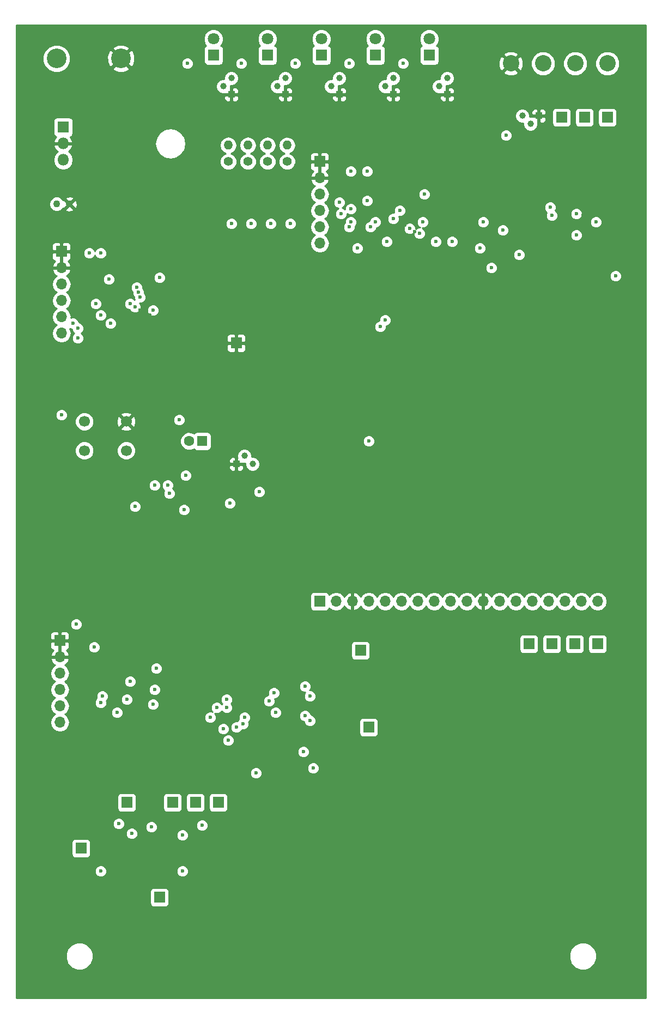
<source format=gbr>
G04 #@! TF.FileFunction,Copper,L3,Inr,Plane*
%FSLAX46Y46*%
G04 Gerber Fmt 4.6, Leading zero omitted, Abs format (unit mm)*
G04 Created by KiCad (PCBNEW 4.0.6) date 01/22/18 19:54:51*
%MOMM*%
%LPD*%
G01*
G04 APERTURE LIST*
%ADD10C,0.100000*%
%ADD11C,2.540000*%
%ADD12C,1.000000*%
%ADD13R,1.000000X1.000000*%
%ADD14C,1.100000*%
%ADD15R,1.700000X1.700000*%
%ADD16O,1.700000X1.700000*%
%ADD17C,1.700000*%
%ADD18R,1.600000X1.600000*%
%ADD19C,1.600000*%
%ADD20C,3.048000*%
%ADD21R,1.800000X1.800000*%
%ADD22C,1.800000*%
%ADD23O,1.800000X1.800000*%
%ADD24C,1.400000*%
%ADD25O,1.400000X1.400000*%
%ADD26C,0.600000*%
%ADD27C,0.254000*%
G04 APERTURE END LIST*
D10*
D11*
X270256000Y-19304000D03*
X265256000Y-19304000D03*
X260256000Y-19304000D03*
X255256000Y-19304000D03*
D12*
X244094000Y-22860000D03*
X245364000Y-21590000D03*
D13*
X245364000Y-24130000D03*
D14*
X184658000Y-41148000D03*
X186658000Y-41148000D03*
D15*
X225552000Y-102870000D03*
D16*
X228092000Y-102870000D03*
X230632000Y-102870000D03*
X233172000Y-102870000D03*
X235712000Y-102870000D03*
X238252000Y-102870000D03*
X240792000Y-102870000D03*
X243332000Y-102870000D03*
X245872000Y-102870000D03*
X248412000Y-102870000D03*
X250952000Y-102870000D03*
X253492000Y-102870000D03*
X256032000Y-102870000D03*
X258572000Y-102870000D03*
X261112000Y-102870000D03*
X263652000Y-102870000D03*
X266192000Y-102870000D03*
X268732000Y-102870000D03*
D15*
X225552000Y-34544000D03*
D16*
X225552000Y-37084000D03*
X225552000Y-39624000D03*
X225552000Y-42164000D03*
X225552000Y-44704000D03*
X225552000Y-47244000D03*
D15*
X185420000Y-48514000D03*
D16*
X185420000Y-51054000D03*
X185420000Y-53594000D03*
X185420000Y-56134000D03*
X185420000Y-58674000D03*
X185420000Y-61214000D03*
D12*
X258318000Y-28702000D03*
X257048000Y-27432000D03*
D13*
X259588000Y-27432000D03*
D12*
X235712000Y-22860000D03*
X236982000Y-21590000D03*
D13*
X236982000Y-24130000D03*
D12*
X227330000Y-22860000D03*
X228600000Y-21590000D03*
D13*
X228600000Y-24130000D03*
D12*
X218948000Y-22860000D03*
X220218000Y-21590000D03*
D13*
X220218000Y-24130000D03*
D12*
X210566000Y-22860000D03*
X211836000Y-21590000D03*
D13*
X211836000Y-24130000D03*
D12*
X213868000Y-80264000D03*
X215138000Y-81534000D03*
D13*
X212598000Y-81534000D03*
D17*
X195476000Y-79430000D03*
X188976000Y-79430000D03*
X195476000Y-74930000D03*
X188976000Y-74930000D03*
D18*
X207264000Y-77978000D03*
D19*
X205264000Y-77978000D03*
D20*
X184658000Y-18542000D03*
X194658000Y-18542000D03*
D15*
X185166000Y-108966000D03*
D16*
X185166000Y-111506000D03*
X185166000Y-114046000D03*
X185166000Y-116586000D03*
X185166000Y-119126000D03*
X185166000Y-121666000D03*
D21*
X242570000Y-18034000D03*
D22*
X242570000Y-15494000D03*
D21*
X234188000Y-18034000D03*
D22*
X234188000Y-15494000D03*
D21*
X225806000Y-18034000D03*
D22*
X225806000Y-15494000D03*
D21*
X217424000Y-18034000D03*
D22*
X217424000Y-15494000D03*
D21*
X209042000Y-18034000D03*
D22*
X209042000Y-15494000D03*
D21*
X185674000Y-29210000D03*
D23*
X185674000Y-31750000D03*
X185674000Y-34290000D03*
D15*
X268732000Y-109474000D03*
X265176000Y-109474000D03*
X270256000Y-27686000D03*
X231902000Y-110490000D03*
X266700000Y-27686000D03*
X206248000Y-134112000D03*
X258064000Y-109474000D03*
X195580000Y-134112000D03*
X202692000Y-134112000D03*
X261620000Y-109474000D03*
X188468000Y-141224000D03*
X212598000Y-62738000D03*
X233172000Y-122428000D03*
X263144000Y-27686000D03*
X209804000Y-134112000D03*
X200660000Y-148844000D03*
D24*
X220472000Y-34544000D03*
D25*
X220472000Y-32004000D03*
D24*
X217424000Y-34544000D03*
D25*
X217424000Y-32004000D03*
D24*
X214376000Y-34544000D03*
D25*
X214376000Y-32004000D03*
D24*
X211328000Y-34544000D03*
D25*
X211328000Y-32004000D03*
D26*
X185420000Y-73914000D03*
X200660000Y-52578000D03*
X191516000Y-48768000D03*
X239522000Y-44958000D03*
X241046000Y-45720000D03*
X199644000Y-57658000D03*
X199644000Y-118872000D03*
X189738000Y-48768000D03*
X190500000Y-109982000D03*
X232918000Y-36068000D03*
X230378000Y-36068000D03*
X200152000Y-113284000D03*
X208534000Y-120904000D03*
X211328000Y-124460000D03*
X215646000Y-129540000D03*
X241808000Y-39624000D03*
X254508000Y-30480000D03*
X220980000Y-44196000D03*
X217932000Y-44196000D03*
X214884000Y-44196000D03*
X211836000Y-44196000D03*
X203708000Y-74676000D03*
X207264000Y-137668000D03*
X204216000Y-139192000D03*
X196342000Y-138938000D03*
X194310000Y-137414000D03*
X202184000Y-86106000D03*
X216154000Y-85852000D03*
X252222000Y-51054000D03*
X250952000Y-43942000D03*
X204978000Y-19304000D03*
X213360000Y-19304000D03*
X221742000Y-19304000D03*
X230124000Y-19304000D03*
X238506000Y-19304000D03*
X268478000Y-43942000D03*
X218694000Y-120142000D03*
X199390000Y-137922000D03*
X271526000Y-52324000D03*
X204724000Y-83312000D03*
X196850000Y-88138000D03*
X196850000Y-57150000D03*
X234950000Y-60198000D03*
X235712000Y-59182000D03*
X196088000Y-56642000D03*
X241554000Y-43942000D03*
X235966000Y-46990000D03*
X243586000Y-46990000D03*
X246126000Y-46990000D03*
X254000000Y-45212000D03*
X210566000Y-122682000D03*
X194056000Y-120142000D03*
X196088000Y-115316000D03*
X187960000Y-60452000D03*
X187960000Y-61976000D03*
X231394000Y-48006000D03*
X197612000Y-55626000D03*
X233172000Y-77978000D03*
X204216000Y-144780000D03*
X191516000Y-144780000D03*
X256540000Y-49022000D03*
X250444000Y-48006000D03*
X223266000Y-116078000D03*
X223266000Y-120650000D03*
X261620000Y-42926000D03*
X236982000Y-43434000D03*
X261366000Y-41656000D03*
X237998000Y-42164000D03*
X209550000Y-119380000D03*
X212598000Y-122428000D03*
X213614000Y-121920000D03*
X211074000Y-119380000D03*
X211074000Y-118110000D03*
X213868000Y-120904000D03*
X217678000Y-118364000D03*
X195580000Y-118110000D03*
X218440000Y-117094000D03*
X199898000Y-116586000D03*
X187706000Y-106426000D03*
X187198000Y-59690000D03*
X228854000Y-42672000D03*
X197358000Y-54864000D03*
X230378000Y-41910000D03*
X192786000Y-52832000D03*
X193040000Y-59690000D03*
X228600000Y-40894000D03*
X197104000Y-54102000D03*
X232918000Y-40640000D03*
X199644000Y-52578000D03*
X197612000Y-57658000D03*
X238760000Y-44450000D03*
X240284000Y-45466000D03*
X193294000Y-48006000D03*
X197866000Y-82042000D03*
X199136000Y-58420000D03*
X229108000Y-116078000D03*
X208280000Y-128524000D03*
X234696000Y-46736000D03*
X193294000Y-109982000D03*
X198120000Y-128016000D03*
X197104000Y-118618000D03*
X198628000Y-119126000D03*
X195072000Y-113538000D03*
X197612000Y-113284000D03*
X199136000Y-113284000D03*
X199136000Y-108204000D03*
X223012000Y-123444000D03*
X229108000Y-118110000D03*
X235712000Y-36322000D03*
X240792000Y-39624000D03*
X236728000Y-39878000D03*
X198120000Y-52324000D03*
X198120000Y-67564000D03*
X195580000Y-53340000D03*
X210820000Y-86360000D03*
X206756000Y-140208000D03*
X204216000Y-143256000D03*
X196088000Y-146304000D03*
X209550000Y-146050000D03*
X196342000Y-143002000D03*
X193548000Y-140208000D03*
X197358000Y-89916000D03*
X197612000Y-91440000D03*
X198120000Y-86106000D03*
X216662000Y-90678000D03*
X216154000Y-87376000D03*
X266446000Y-42926000D03*
X270764000Y-44958000D03*
X270256000Y-41402000D03*
X261620000Y-48006000D03*
X252222000Y-53086000D03*
X239268000Y-39624000D03*
X239776000Y-54102000D03*
X240538000Y-34544000D03*
X204470000Y-88646000D03*
X211582000Y-87630000D03*
X201930000Y-84836000D03*
X265430000Y-45974000D03*
X265430000Y-42672000D03*
X224028000Y-121412000D03*
X224028000Y-117602000D03*
X223012000Y-126238000D03*
X224536000Y-128778000D03*
X199898000Y-84836000D03*
X191770000Y-117602000D03*
X191516000Y-118618000D03*
X230378000Y-43942000D03*
X234188000Y-43942000D03*
X233426000Y-44704000D03*
X230124000Y-44704000D03*
X190754000Y-56642000D03*
X191516000Y-58420000D03*
D27*
G36*
X276212300Y-164452300D02*
X178447700Y-164452300D01*
X178447700Y-158410815D01*
X186078630Y-158410815D01*
X186402980Y-159195800D01*
X187003041Y-159796909D01*
X187787459Y-160122628D01*
X188636815Y-160123370D01*
X189421800Y-159799020D01*
X190022909Y-159198959D01*
X190348628Y-158414541D01*
X190348631Y-158410815D01*
X264310630Y-158410815D01*
X264634980Y-159195800D01*
X265235041Y-159796909D01*
X266019459Y-160122628D01*
X266868815Y-160123370D01*
X267653800Y-159799020D01*
X268254909Y-159198959D01*
X268580628Y-158414541D01*
X268581370Y-157565185D01*
X268257020Y-156780200D01*
X267656959Y-156179091D01*
X266872541Y-155853372D01*
X266023185Y-155852630D01*
X265238200Y-156176980D01*
X264637091Y-156777041D01*
X264311372Y-157561459D01*
X264310630Y-158410815D01*
X190348631Y-158410815D01*
X190349370Y-157565185D01*
X190025020Y-156780200D01*
X189424959Y-156179091D01*
X188640541Y-155853372D01*
X187791185Y-155852630D01*
X187006200Y-156176980D01*
X186405091Y-156777041D01*
X186079372Y-157561459D01*
X186078630Y-158410815D01*
X178447700Y-158410815D01*
X178447700Y-147994000D01*
X199162560Y-147994000D01*
X199162560Y-149694000D01*
X199206838Y-149929317D01*
X199345910Y-150145441D01*
X199558110Y-150290431D01*
X199810000Y-150341440D01*
X201510000Y-150341440D01*
X201745317Y-150297162D01*
X201961441Y-150158090D01*
X202106431Y-149945890D01*
X202157440Y-149694000D01*
X202157440Y-147994000D01*
X202113162Y-147758683D01*
X201974090Y-147542559D01*
X201761890Y-147397569D01*
X201510000Y-147346560D01*
X199810000Y-147346560D01*
X199574683Y-147390838D01*
X199358559Y-147529910D01*
X199213569Y-147742110D01*
X199162560Y-147994000D01*
X178447700Y-147994000D01*
X178447700Y-144965167D01*
X190580838Y-144965167D01*
X190722883Y-145308943D01*
X190985673Y-145572192D01*
X191329201Y-145714838D01*
X191701167Y-145715162D01*
X192044943Y-145573117D01*
X192308192Y-145310327D01*
X192450838Y-144966799D01*
X192450839Y-144965167D01*
X203280838Y-144965167D01*
X203422883Y-145308943D01*
X203685673Y-145572192D01*
X204029201Y-145714838D01*
X204401167Y-145715162D01*
X204744943Y-145573117D01*
X205008192Y-145310327D01*
X205150838Y-144966799D01*
X205151162Y-144594833D01*
X205009117Y-144251057D01*
X204746327Y-143987808D01*
X204402799Y-143845162D01*
X204030833Y-143844838D01*
X203687057Y-143986883D01*
X203423808Y-144249673D01*
X203281162Y-144593201D01*
X203280838Y-144965167D01*
X192450839Y-144965167D01*
X192451162Y-144594833D01*
X192309117Y-144251057D01*
X192046327Y-143987808D01*
X191702799Y-143845162D01*
X191330833Y-143844838D01*
X190987057Y-143986883D01*
X190723808Y-144249673D01*
X190581162Y-144593201D01*
X190580838Y-144965167D01*
X178447700Y-144965167D01*
X178447700Y-140374000D01*
X186970560Y-140374000D01*
X186970560Y-142074000D01*
X187014838Y-142309317D01*
X187153910Y-142525441D01*
X187366110Y-142670431D01*
X187618000Y-142721440D01*
X189318000Y-142721440D01*
X189553317Y-142677162D01*
X189769441Y-142538090D01*
X189914431Y-142325890D01*
X189965440Y-142074000D01*
X189965440Y-140374000D01*
X189921162Y-140138683D01*
X189782090Y-139922559D01*
X189569890Y-139777569D01*
X189318000Y-139726560D01*
X187618000Y-139726560D01*
X187382683Y-139770838D01*
X187166559Y-139909910D01*
X187021569Y-140122110D01*
X186970560Y-140374000D01*
X178447700Y-140374000D01*
X178447700Y-139123167D01*
X195406838Y-139123167D01*
X195548883Y-139466943D01*
X195811673Y-139730192D01*
X196155201Y-139872838D01*
X196527167Y-139873162D01*
X196870943Y-139731117D01*
X197134192Y-139468327D01*
X197172045Y-139377167D01*
X203280838Y-139377167D01*
X203422883Y-139720943D01*
X203685673Y-139984192D01*
X204029201Y-140126838D01*
X204401167Y-140127162D01*
X204744943Y-139985117D01*
X205008192Y-139722327D01*
X205150838Y-139378799D01*
X205151162Y-139006833D01*
X205009117Y-138663057D01*
X204746327Y-138399808D01*
X204402799Y-138257162D01*
X204030833Y-138256838D01*
X203687057Y-138398883D01*
X203423808Y-138661673D01*
X203281162Y-139005201D01*
X203280838Y-139377167D01*
X197172045Y-139377167D01*
X197276838Y-139124799D01*
X197277162Y-138752833D01*
X197135117Y-138409057D01*
X196872327Y-138145808D01*
X196779270Y-138107167D01*
X198454838Y-138107167D01*
X198596883Y-138450943D01*
X198859673Y-138714192D01*
X199203201Y-138856838D01*
X199575167Y-138857162D01*
X199918943Y-138715117D01*
X200182192Y-138452327D01*
X200324838Y-138108799D01*
X200325060Y-137853167D01*
X206328838Y-137853167D01*
X206470883Y-138196943D01*
X206733673Y-138460192D01*
X207077201Y-138602838D01*
X207449167Y-138603162D01*
X207792943Y-138461117D01*
X208056192Y-138198327D01*
X208198838Y-137854799D01*
X208199162Y-137482833D01*
X208057117Y-137139057D01*
X207794327Y-136875808D01*
X207450799Y-136733162D01*
X207078833Y-136732838D01*
X206735057Y-136874883D01*
X206471808Y-137137673D01*
X206329162Y-137481201D01*
X206328838Y-137853167D01*
X200325060Y-137853167D01*
X200325162Y-137736833D01*
X200183117Y-137393057D01*
X199920327Y-137129808D01*
X199576799Y-136987162D01*
X199204833Y-136986838D01*
X198861057Y-137128883D01*
X198597808Y-137391673D01*
X198455162Y-137735201D01*
X198454838Y-138107167D01*
X196779270Y-138107167D01*
X196528799Y-138003162D01*
X196156833Y-138002838D01*
X195813057Y-138144883D01*
X195549808Y-138407673D01*
X195407162Y-138751201D01*
X195406838Y-139123167D01*
X178447700Y-139123167D01*
X178447700Y-137599167D01*
X193374838Y-137599167D01*
X193516883Y-137942943D01*
X193779673Y-138206192D01*
X194123201Y-138348838D01*
X194495167Y-138349162D01*
X194838943Y-138207117D01*
X195102192Y-137944327D01*
X195244838Y-137600799D01*
X195245162Y-137228833D01*
X195103117Y-136885057D01*
X194840327Y-136621808D01*
X194496799Y-136479162D01*
X194124833Y-136478838D01*
X193781057Y-136620883D01*
X193517808Y-136883673D01*
X193375162Y-137227201D01*
X193374838Y-137599167D01*
X178447700Y-137599167D01*
X178447700Y-133262000D01*
X194082560Y-133262000D01*
X194082560Y-134962000D01*
X194126838Y-135197317D01*
X194265910Y-135413441D01*
X194478110Y-135558431D01*
X194730000Y-135609440D01*
X196430000Y-135609440D01*
X196665317Y-135565162D01*
X196881441Y-135426090D01*
X197026431Y-135213890D01*
X197077440Y-134962000D01*
X197077440Y-133262000D01*
X201194560Y-133262000D01*
X201194560Y-134962000D01*
X201238838Y-135197317D01*
X201377910Y-135413441D01*
X201590110Y-135558431D01*
X201842000Y-135609440D01*
X203542000Y-135609440D01*
X203777317Y-135565162D01*
X203993441Y-135426090D01*
X204138431Y-135213890D01*
X204189440Y-134962000D01*
X204189440Y-133262000D01*
X204750560Y-133262000D01*
X204750560Y-134962000D01*
X204794838Y-135197317D01*
X204933910Y-135413441D01*
X205146110Y-135558431D01*
X205398000Y-135609440D01*
X207098000Y-135609440D01*
X207333317Y-135565162D01*
X207549441Y-135426090D01*
X207694431Y-135213890D01*
X207745440Y-134962000D01*
X207745440Y-133262000D01*
X208306560Y-133262000D01*
X208306560Y-134962000D01*
X208350838Y-135197317D01*
X208489910Y-135413441D01*
X208702110Y-135558431D01*
X208954000Y-135609440D01*
X210654000Y-135609440D01*
X210889317Y-135565162D01*
X211105441Y-135426090D01*
X211250431Y-135213890D01*
X211301440Y-134962000D01*
X211301440Y-133262000D01*
X211257162Y-133026683D01*
X211118090Y-132810559D01*
X210905890Y-132665569D01*
X210654000Y-132614560D01*
X208954000Y-132614560D01*
X208718683Y-132658838D01*
X208502559Y-132797910D01*
X208357569Y-133010110D01*
X208306560Y-133262000D01*
X207745440Y-133262000D01*
X207701162Y-133026683D01*
X207562090Y-132810559D01*
X207349890Y-132665569D01*
X207098000Y-132614560D01*
X205398000Y-132614560D01*
X205162683Y-132658838D01*
X204946559Y-132797910D01*
X204801569Y-133010110D01*
X204750560Y-133262000D01*
X204189440Y-133262000D01*
X204145162Y-133026683D01*
X204006090Y-132810559D01*
X203793890Y-132665569D01*
X203542000Y-132614560D01*
X201842000Y-132614560D01*
X201606683Y-132658838D01*
X201390559Y-132797910D01*
X201245569Y-133010110D01*
X201194560Y-133262000D01*
X197077440Y-133262000D01*
X197033162Y-133026683D01*
X196894090Y-132810559D01*
X196681890Y-132665569D01*
X196430000Y-132614560D01*
X194730000Y-132614560D01*
X194494683Y-132658838D01*
X194278559Y-132797910D01*
X194133569Y-133010110D01*
X194082560Y-133262000D01*
X178447700Y-133262000D01*
X178447700Y-129725167D01*
X214710838Y-129725167D01*
X214852883Y-130068943D01*
X215115673Y-130332192D01*
X215459201Y-130474838D01*
X215831167Y-130475162D01*
X216174943Y-130333117D01*
X216438192Y-130070327D01*
X216580838Y-129726799D01*
X216581162Y-129354833D01*
X216439117Y-129011057D01*
X216391311Y-128963167D01*
X223600838Y-128963167D01*
X223742883Y-129306943D01*
X224005673Y-129570192D01*
X224349201Y-129712838D01*
X224721167Y-129713162D01*
X225064943Y-129571117D01*
X225328192Y-129308327D01*
X225470838Y-128964799D01*
X225471162Y-128592833D01*
X225329117Y-128249057D01*
X225066327Y-127985808D01*
X224722799Y-127843162D01*
X224350833Y-127842838D01*
X224007057Y-127984883D01*
X223743808Y-128247673D01*
X223601162Y-128591201D01*
X223600838Y-128963167D01*
X216391311Y-128963167D01*
X216176327Y-128747808D01*
X215832799Y-128605162D01*
X215460833Y-128604838D01*
X215117057Y-128746883D01*
X214853808Y-129009673D01*
X214711162Y-129353201D01*
X214710838Y-129725167D01*
X178447700Y-129725167D01*
X178447700Y-126423167D01*
X222076838Y-126423167D01*
X222218883Y-126766943D01*
X222481673Y-127030192D01*
X222825201Y-127172838D01*
X223197167Y-127173162D01*
X223540943Y-127031117D01*
X223804192Y-126768327D01*
X223946838Y-126424799D01*
X223947162Y-126052833D01*
X223805117Y-125709057D01*
X223542327Y-125445808D01*
X223198799Y-125303162D01*
X222826833Y-125302838D01*
X222483057Y-125444883D01*
X222219808Y-125707673D01*
X222077162Y-126051201D01*
X222076838Y-126423167D01*
X178447700Y-126423167D01*
X178447700Y-124645167D01*
X210392838Y-124645167D01*
X210534883Y-124988943D01*
X210797673Y-125252192D01*
X211141201Y-125394838D01*
X211513167Y-125395162D01*
X211856943Y-125253117D01*
X212120192Y-124990327D01*
X212262838Y-124646799D01*
X212263162Y-124274833D01*
X212121117Y-123931057D01*
X211858327Y-123667808D01*
X211514799Y-123525162D01*
X211142833Y-123524838D01*
X210799057Y-123666883D01*
X210535808Y-123929673D01*
X210393162Y-124273201D01*
X210392838Y-124645167D01*
X178447700Y-124645167D01*
X178447700Y-114046000D01*
X183651907Y-114046000D01*
X183764946Y-114614285D01*
X184086853Y-115096054D01*
X184416026Y-115316000D01*
X184086853Y-115535946D01*
X183764946Y-116017715D01*
X183651907Y-116586000D01*
X183764946Y-117154285D01*
X184086853Y-117636054D01*
X184416026Y-117856000D01*
X184086853Y-118075946D01*
X183764946Y-118557715D01*
X183651907Y-119126000D01*
X183764946Y-119694285D01*
X184086853Y-120176054D01*
X184416026Y-120396000D01*
X184086853Y-120615946D01*
X183764946Y-121097715D01*
X183651907Y-121666000D01*
X183764946Y-122234285D01*
X184086853Y-122716054D01*
X184568622Y-123037961D01*
X185136907Y-123151000D01*
X185195093Y-123151000D01*
X185763378Y-123037961D01*
X186018989Y-122867167D01*
X209630838Y-122867167D01*
X209772883Y-123210943D01*
X210035673Y-123474192D01*
X210379201Y-123616838D01*
X210751167Y-123617162D01*
X211094943Y-123475117D01*
X211358192Y-123212327D01*
X211500838Y-122868799D01*
X211501060Y-122613167D01*
X211662838Y-122613167D01*
X211804883Y-122956943D01*
X212067673Y-123220192D01*
X212411201Y-123362838D01*
X212783167Y-123363162D01*
X213126943Y-123221117D01*
X213390192Y-122958327D01*
X213433162Y-122854843D01*
X213799167Y-122855162D01*
X214142943Y-122713117D01*
X214406192Y-122450327D01*
X214548838Y-122106799D01*
X214549162Y-121734833D01*
X214493678Y-121600551D01*
X214660192Y-121434327D01*
X214802838Y-121090799D01*
X214803162Y-120718833D01*
X214661117Y-120375057D01*
X214613311Y-120327167D01*
X217758838Y-120327167D01*
X217900883Y-120670943D01*
X218163673Y-120934192D01*
X218507201Y-121076838D01*
X218879167Y-121077162D01*
X219222943Y-120935117D01*
X219323067Y-120835167D01*
X222330838Y-120835167D01*
X222472883Y-121178943D01*
X222735673Y-121442192D01*
X223079201Y-121584838D01*
X223092849Y-121584850D01*
X223092838Y-121597167D01*
X223234883Y-121940943D01*
X223497673Y-122204192D01*
X223841201Y-122346838D01*
X224213167Y-122347162D01*
X224556943Y-122205117D01*
X224820192Y-121942327D01*
X224962838Y-121598799D01*
X224962856Y-121578000D01*
X231674560Y-121578000D01*
X231674560Y-123278000D01*
X231718838Y-123513317D01*
X231857910Y-123729441D01*
X232070110Y-123874431D01*
X232322000Y-123925440D01*
X234022000Y-123925440D01*
X234257317Y-123881162D01*
X234473441Y-123742090D01*
X234618431Y-123529890D01*
X234669440Y-123278000D01*
X234669440Y-121578000D01*
X234625162Y-121342683D01*
X234486090Y-121126559D01*
X234273890Y-120981569D01*
X234022000Y-120930560D01*
X232322000Y-120930560D01*
X232086683Y-120974838D01*
X231870559Y-121113910D01*
X231725569Y-121326110D01*
X231674560Y-121578000D01*
X224962856Y-121578000D01*
X224963162Y-121226833D01*
X224821117Y-120883057D01*
X224558327Y-120619808D01*
X224214799Y-120477162D01*
X224201151Y-120477150D01*
X224201162Y-120464833D01*
X224059117Y-120121057D01*
X223796327Y-119857808D01*
X223452799Y-119715162D01*
X223080833Y-119714838D01*
X222737057Y-119856883D01*
X222473808Y-120119673D01*
X222331162Y-120463201D01*
X222330838Y-120835167D01*
X219323067Y-120835167D01*
X219486192Y-120672327D01*
X219628838Y-120328799D01*
X219629162Y-119956833D01*
X219487117Y-119613057D01*
X219224327Y-119349808D01*
X218880799Y-119207162D01*
X218508833Y-119206838D01*
X218165057Y-119348883D01*
X217901808Y-119611673D01*
X217759162Y-119955201D01*
X217758838Y-120327167D01*
X214613311Y-120327167D01*
X214398327Y-120111808D01*
X214054799Y-119969162D01*
X213682833Y-119968838D01*
X213339057Y-120110883D01*
X213075808Y-120373673D01*
X212933162Y-120717201D01*
X212932838Y-121089167D01*
X212988322Y-121223449D01*
X212821808Y-121389673D01*
X212778838Y-121493157D01*
X212412833Y-121492838D01*
X212069057Y-121634883D01*
X211805808Y-121897673D01*
X211663162Y-122241201D01*
X211662838Y-122613167D01*
X211501060Y-122613167D01*
X211501162Y-122496833D01*
X211359117Y-122153057D01*
X211096327Y-121889808D01*
X210752799Y-121747162D01*
X210380833Y-121746838D01*
X210037057Y-121888883D01*
X209773808Y-122151673D01*
X209631162Y-122495201D01*
X209630838Y-122867167D01*
X186018989Y-122867167D01*
X186245147Y-122716054D01*
X186567054Y-122234285D01*
X186680093Y-121666000D01*
X186567054Y-121097715D01*
X186561343Y-121089167D01*
X207598838Y-121089167D01*
X207740883Y-121432943D01*
X208003673Y-121696192D01*
X208347201Y-121838838D01*
X208719167Y-121839162D01*
X209062943Y-121697117D01*
X209326192Y-121434327D01*
X209468838Y-121090799D01*
X209469162Y-120718833D01*
X209327117Y-120375057D01*
X209198896Y-120246612D01*
X209363201Y-120314838D01*
X209735167Y-120315162D01*
X210078943Y-120173117D01*
X210312176Y-119940291D01*
X210543673Y-120172192D01*
X210887201Y-120314838D01*
X211259167Y-120315162D01*
X211602943Y-120173117D01*
X211866192Y-119910327D01*
X212008838Y-119566799D01*
X212009162Y-119194833D01*
X211867117Y-118851057D01*
X211761290Y-118745046D01*
X211866192Y-118640327D01*
X211904045Y-118549167D01*
X216742838Y-118549167D01*
X216884883Y-118892943D01*
X217147673Y-119156192D01*
X217491201Y-119298838D01*
X217863167Y-119299162D01*
X218206943Y-119157117D01*
X218470192Y-118894327D01*
X218612838Y-118550799D01*
X218613162Y-118178833D01*
X218551293Y-118029098D01*
X218625167Y-118029162D01*
X218968943Y-117887117D01*
X219232192Y-117624327D01*
X219374838Y-117280799D01*
X219375162Y-116908833D01*
X219233117Y-116565057D01*
X218970327Y-116301808D01*
X218877270Y-116263167D01*
X222330838Y-116263167D01*
X222472883Y-116606943D01*
X222735673Y-116870192D01*
X223079201Y-117012838D01*
X223294558Y-117013026D01*
X223235808Y-117071673D01*
X223093162Y-117415201D01*
X223092838Y-117787167D01*
X223234883Y-118130943D01*
X223497673Y-118394192D01*
X223841201Y-118536838D01*
X224213167Y-118537162D01*
X224556943Y-118395117D01*
X224820192Y-118132327D01*
X224962838Y-117788799D01*
X224963162Y-117416833D01*
X224821117Y-117073057D01*
X224558327Y-116809808D01*
X224214799Y-116667162D01*
X223999442Y-116666974D01*
X224058192Y-116608327D01*
X224200838Y-116264799D01*
X224201162Y-115892833D01*
X224059117Y-115549057D01*
X223796327Y-115285808D01*
X223452799Y-115143162D01*
X223080833Y-115142838D01*
X222737057Y-115284883D01*
X222473808Y-115547673D01*
X222331162Y-115891201D01*
X222330838Y-116263167D01*
X218877270Y-116263167D01*
X218626799Y-116159162D01*
X218254833Y-116158838D01*
X217911057Y-116300883D01*
X217647808Y-116563673D01*
X217505162Y-116907201D01*
X217504838Y-117279167D01*
X217566707Y-117428902D01*
X217492833Y-117428838D01*
X217149057Y-117570883D01*
X216885808Y-117833673D01*
X216743162Y-118177201D01*
X216742838Y-118549167D01*
X211904045Y-118549167D01*
X212008838Y-118296799D01*
X212009162Y-117924833D01*
X211867117Y-117581057D01*
X211604327Y-117317808D01*
X211260799Y-117175162D01*
X210888833Y-117174838D01*
X210545057Y-117316883D01*
X210281808Y-117579673D01*
X210139162Y-117923201D01*
X210138838Y-118295167D01*
X210280883Y-118638943D01*
X210386710Y-118744954D01*
X210311824Y-118819709D01*
X210080327Y-118587808D01*
X209736799Y-118445162D01*
X209364833Y-118444838D01*
X209021057Y-118586883D01*
X208757808Y-118849673D01*
X208615162Y-119193201D01*
X208614838Y-119565167D01*
X208756883Y-119908943D01*
X208885104Y-120037388D01*
X208720799Y-119969162D01*
X208348833Y-119968838D01*
X208005057Y-120110883D01*
X207741808Y-120373673D01*
X207599162Y-120717201D01*
X207598838Y-121089167D01*
X186561343Y-121089167D01*
X186245147Y-120615946D01*
X185915974Y-120396000D01*
X186018990Y-120327167D01*
X193120838Y-120327167D01*
X193262883Y-120670943D01*
X193525673Y-120934192D01*
X193869201Y-121076838D01*
X194241167Y-121077162D01*
X194584943Y-120935117D01*
X194848192Y-120672327D01*
X194990838Y-120328799D01*
X194991162Y-119956833D01*
X194849117Y-119613057D01*
X194586327Y-119349808D01*
X194242799Y-119207162D01*
X193870833Y-119206838D01*
X193527057Y-119348883D01*
X193263808Y-119611673D01*
X193121162Y-119955201D01*
X193120838Y-120327167D01*
X186018990Y-120327167D01*
X186245147Y-120176054D01*
X186567054Y-119694285D01*
X186680093Y-119126000D01*
X186615878Y-118803167D01*
X190580838Y-118803167D01*
X190722883Y-119146943D01*
X190985673Y-119410192D01*
X191329201Y-119552838D01*
X191701167Y-119553162D01*
X192044943Y-119411117D01*
X192308192Y-119148327D01*
X192346045Y-119057167D01*
X198708838Y-119057167D01*
X198850883Y-119400943D01*
X199113673Y-119664192D01*
X199457201Y-119806838D01*
X199829167Y-119807162D01*
X200172943Y-119665117D01*
X200436192Y-119402327D01*
X200578838Y-119058799D01*
X200579162Y-118686833D01*
X200437117Y-118343057D01*
X200174327Y-118079808D01*
X199830799Y-117937162D01*
X199458833Y-117936838D01*
X199115057Y-118078883D01*
X198851808Y-118341673D01*
X198709162Y-118685201D01*
X198708838Y-119057167D01*
X192346045Y-119057167D01*
X192450838Y-118804799D01*
X192451162Y-118432833D01*
X192395678Y-118298551D01*
X192399067Y-118295167D01*
X194644838Y-118295167D01*
X194786883Y-118638943D01*
X195049673Y-118902192D01*
X195393201Y-119044838D01*
X195765167Y-119045162D01*
X196108943Y-118903117D01*
X196372192Y-118640327D01*
X196514838Y-118296799D01*
X196515162Y-117924833D01*
X196373117Y-117581057D01*
X196110327Y-117317808D01*
X195766799Y-117175162D01*
X195394833Y-117174838D01*
X195051057Y-117316883D01*
X194787808Y-117579673D01*
X194645162Y-117923201D01*
X194644838Y-118295167D01*
X192399067Y-118295167D01*
X192562192Y-118132327D01*
X192704838Y-117788799D01*
X192705162Y-117416833D01*
X192563117Y-117073057D01*
X192300327Y-116809808D01*
X192207270Y-116771167D01*
X198962838Y-116771167D01*
X199104883Y-117114943D01*
X199367673Y-117378192D01*
X199711201Y-117520838D01*
X200083167Y-117521162D01*
X200426943Y-117379117D01*
X200690192Y-117116327D01*
X200832838Y-116772799D01*
X200833162Y-116400833D01*
X200691117Y-116057057D01*
X200428327Y-115793808D01*
X200084799Y-115651162D01*
X199712833Y-115650838D01*
X199369057Y-115792883D01*
X199105808Y-116055673D01*
X198963162Y-116399201D01*
X198962838Y-116771167D01*
X192207270Y-116771167D01*
X191956799Y-116667162D01*
X191584833Y-116666838D01*
X191241057Y-116808883D01*
X190977808Y-117071673D01*
X190835162Y-117415201D01*
X190834838Y-117787167D01*
X190890322Y-117921449D01*
X190723808Y-118087673D01*
X190581162Y-118431201D01*
X190580838Y-118803167D01*
X186615878Y-118803167D01*
X186567054Y-118557715D01*
X186245147Y-118075946D01*
X185915974Y-117856000D01*
X186245147Y-117636054D01*
X186567054Y-117154285D01*
X186680093Y-116586000D01*
X186567054Y-116017715D01*
X186245147Y-115535946D01*
X186193097Y-115501167D01*
X195152838Y-115501167D01*
X195294883Y-115844943D01*
X195557673Y-116108192D01*
X195901201Y-116250838D01*
X196273167Y-116251162D01*
X196616943Y-116109117D01*
X196880192Y-115846327D01*
X197022838Y-115502799D01*
X197023162Y-115130833D01*
X196881117Y-114787057D01*
X196618327Y-114523808D01*
X196274799Y-114381162D01*
X195902833Y-114380838D01*
X195559057Y-114522883D01*
X195295808Y-114785673D01*
X195153162Y-115129201D01*
X195152838Y-115501167D01*
X186193097Y-115501167D01*
X185915974Y-115316000D01*
X186245147Y-115096054D01*
X186567054Y-114614285D01*
X186680093Y-114046000D01*
X186567054Y-113477715D01*
X186561343Y-113469167D01*
X199216838Y-113469167D01*
X199358883Y-113812943D01*
X199621673Y-114076192D01*
X199965201Y-114218838D01*
X200337167Y-114219162D01*
X200680943Y-114077117D01*
X200944192Y-113814327D01*
X201086838Y-113470799D01*
X201087162Y-113098833D01*
X200945117Y-112755057D01*
X200682327Y-112491808D01*
X200338799Y-112349162D01*
X199966833Y-112348838D01*
X199623057Y-112490883D01*
X199359808Y-112753673D01*
X199217162Y-113097201D01*
X199216838Y-113469167D01*
X186561343Y-113469167D01*
X186245147Y-112995946D01*
X185904447Y-112768298D01*
X186047358Y-112701183D01*
X186437645Y-112272924D01*
X186607476Y-111862890D01*
X186486155Y-111633000D01*
X185293000Y-111633000D01*
X185293000Y-111653000D01*
X185039000Y-111653000D01*
X185039000Y-111633000D01*
X183845845Y-111633000D01*
X183724524Y-111862890D01*
X183894355Y-112272924D01*
X184284642Y-112701183D01*
X184427553Y-112768298D01*
X184086853Y-112995946D01*
X183764946Y-113477715D01*
X183651907Y-114046000D01*
X178447700Y-114046000D01*
X178447700Y-109251750D01*
X183681000Y-109251750D01*
X183681000Y-109942310D01*
X183777673Y-110175699D01*
X183956302Y-110354327D01*
X184165878Y-110441136D01*
X183894355Y-110739076D01*
X183724524Y-111149110D01*
X183845845Y-111379000D01*
X185039000Y-111379000D01*
X185039000Y-109093000D01*
X185293000Y-109093000D01*
X185293000Y-111379000D01*
X186486155Y-111379000D01*
X186607476Y-111149110D01*
X186437645Y-110739076D01*
X186166122Y-110441136D01*
X186375698Y-110354327D01*
X186554327Y-110175699D01*
X186557861Y-110167167D01*
X189564838Y-110167167D01*
X189706883Y-110510943D01*
X189969673Y-110774192D01*
X190313201Y-110916838D01*
X190685167Y-110917162D01*
X191028943Y-110775117D01*
X191292192Y-110512327D01*
X191434838Y-110168799D01*
X191435162Y-109796833D01*
X191370361Y-109640000D01*
X230404560Y-109640000D01*
X230404560Y-111340000D01*
X230448838Y-111575317D01*
X230587910Y-111791441D01*
X230800110Y-111936431D01*
X231052000Y-111987440D01*
X232752000Y-111987440D01*
X232987317Y-111943162D01*
X233203441Y-111804090D01*
X233348431Y-111591890D01*
X233399440Y-111340000D01*
X233399440Y-109640000D01*
X233355162Y-109404683D01*
X233216090Y-109188559D01*
X233003890Y-109043569D01*
X232752000Y-108992560D01*
X231052000Y-108992560D01*
X230816683Y-109036838D01*
X230600559Y-109175910D01*
X230455569Y-109388110D01*
X230404560Y-109640000D01*
X191370361Y-109640000D01*
X191293117Y-109453057D01*
X191030327Y-109189808D01*
X190686799Y-109047162D01*
X190314833Y-109046838D01*
X189971057Y-109188883D01*
X189707808Y-109451673D01*
X189565162Y-109795201D01*
X189564838Y-110167167D01*
X186557861Y-110167167D01*
X186651000Y-109942310D01*
X186651000Y-109251750D01*
X186492250Y-109093000D01*
X185293000Y-109093000D01*
X185039000Y-109093000D01*
X183839750Y-109093000D01*
X183681000Y-109251750D01*
X178447700Y-109251750D01*
X178447700Y-107989690D01*
X183681000Y-107989690D01*
X183681000Y-108680250D01*
X183839750Y-108839000D01*
X185039000Y-108839000D01*
X185039000Y-107639750D01*
X185293000Y-107639750D01*
X185293000Y-108839000D01*
X186492250Y-108839000D01*
X186651000Y-108680250D01*
X186651000Y-108624000D01*
X256566560Y-108624000D01*
X256566560Y-110324000D01*
X256610838Y-110559317D01*
X256749910Y-110775441D01*
X256962110Y-110920431D01*
X257214000Y-110971440D01*
X258914000Y-110971440D01*
X259149317Y-110927162D01*
X259365441Y-110788090D01*
X259510431Y-110575890D01*
X259561440Y-110324000D01*
X259561440Y-108624000D01*
X260122560Y-108624000D01*
X260122560Y-110324000D01*
X260166838Y-110559317D01*
X260305910Y-110775441D01*
X260518110Y-110920431D01*
X260770000Y-110971440D01*
X262470000Y-110971440D01*
X262705317Y-110927162D01*
X262921441Y-110788090D01*
X263066431Y-110575890D01*
X263117440Y-110324000D01*
X263117440Y-108624000D01*
X263678560Y-108624000D01*
X263678560Y-110324000D01*
X263722838Y-110559317D01*
X263861910Y-110775441D01*
X264074110Y-110920431D01*
X264326000Y-110971440D01*
X266026000Y-110971440D01*
X266261317Y-110927162D01*
X266477441Y-110788090D01*
X266622431Y-110575890D01*
X266673440Y-110324000D01*
X266673440Y-108624000D01*
X267234560Y-108624000D01*
X267234560Y-110324000D01*
X267278838Y-110559317D01*
X267417910Y-110775441D01*
X267630110Y-110920431D01*
X267882000Y-110971440D01*
X269582000Y-110971440D01*
X269817317Y-110927162D01*
X270033441Y-110788090D01*
X270178431Y-110575890D01*
X270229440Y-110324000D01*
X270229440Y-108624000D01*
X270185162Y-108388683D01*
X270046090Y-108172559D01*
X269833890Y-108027569D01*
X269582000Y-107976560D01*
X267882000Y-107976560D01*
X267646683Y-108020838D01*
X267430559Y-108159910D01*
X267285569Y-108372110D01*
X267234560Y-108624000D01*
X266673440Y-108624000D01*
X266629162Y-108388683D01*
X266490090Y-108172559D01*
X266277890Y-108027569D01*
X266026000Y-107976560D01*
X264326000Y-107976560D01*
X264090683Y-108020838D01*
X263874559Y-108159910D01*
X263729569Y-108372110D01*
X263678560Y-108624000D01*
X263117440Y-108624000D01*
X263073162Y-108388683D01*
X262934090Y-108172559D01*
X262721890Y-108027569D01*
X262470000Y-107976560D01*
X260770000Y-107976560D01*
X260534683Y-108020838D01*
X260318559Y-108159910D01*
X260173569Y-108372110D01*
X260122560Y-108624000D01*
X259561440Y-108624000D01*
X259517162Y-108388683D01*
X259378090Y-108172559D01*
X259165890Y-108027569D01*
X258914000Y-107976560D01*
X257214000Y-107976560D01*
X256978683Y-108020838D01*
X256762559Y-108159910D01*
X256617569Y-108372110D01*
X256566560Y-108624000D01*
X186651000Y-108624000D01*
X186651000Y-107989690D01*
X186554327Y-107756301D01*
X186375698Y-107577673D01*
X186142309Y-107481000D01*
X185451750Y-107481000D01*
X185293000Y-107639750D01*
X185039000Y-107639750D01*
X184880250Y-107481000D01*
X184189691Y-107481000D01*
X183956302Y-107577673D01*
X183777673Y-107756301D01*
X183681000Y-107989690D01*
X178447700Y-107989690D01*
X178447700Y-106611167D01*
X186770838Y-106611167D01*
X186912883Y-106954943D01*
X187175673Y-107218192D01*
X187519201Y-107360838D01*
X187891167Y-107361162D01*
X188234943Y-107219117D01*
X188498192Y-106956327D01*
X188640838Y-106612799D01*
X188641162Y-106240833D01*
X188499117Y-105897057D01*
X188236327Y-105633808D01*
X187892799Y-105491162D01*
X187520833Y-105490838D01*
X187177057Y-105632883D01*
X186913808Y-105895673D01*
X186771162Y-106239201D01*
X186770838Y-106611167D01*
X178447700Y-106611167D01*
X178447700Y-102020000D01*
X224054560Y-102020000D01*
X224054560Y-103720000D01*
X224098838Y-103955317D01*
X224237910Y-104171441D01*
X224450110Y-104316431D01*
X224702000Y-104367440D01*
X226402000Y-104367440D01*
X226637317Y-104323162D01*
X226853441Y-104184090D01*
X226998431Y-103971890D01*
X227012086Y-103904459D01*
X227041946Y-103949147D01*
X227523715Y-104271054D01*
X228092000Y-104384093D01*
X228660285Y-104271054D01*
X229142054Y-103949147D01*
X229369702Y-103608447D01*
X229436817Y-103751358D01*
X229865076Y-104141645D01*
X230275110Y-104311476D01*
X230505000Y-104190155D01*
X230505000Y-102997000D01*
X230485000Y-102997000D01*
X230485000Y-102743000D01*
X230505000Y-102743000D01*
X230505000Y-101549845D01*
X230759000Y-101549845D01*
X230759000Y-102743000D01*
X230779000Y-102743000D01*
X230779000Y-102997000D01*
X230759000Y-102997000D01*
X230759000Y-104190155D01*
X230988890Y-104311476D01*
X231398924Y-104141645D01*
X231827183Y-103751358D01*
X231894298Y-103608447D01*
X232121946Y-103949147D01*
X232603715Y-104271054D01*
X233172000Y-104384093D01*
X233740285Y-104271054D01*
X234222054Y-103949147D01*
X234442000Y-103619974D01*
X234661946Y-103949147D01*
X235143715Y-104271054D01*
X235712000Y-104384093D01*
X236280285Y-104271054D01*
X236762054Y-103949147D01*
X236982000Y-103619974D01*
X237201946Y-103949147D01*
X237683715Y-104271054D01*
X238252000Y-104384093D01*
X238820285Y-104271054D01*
X239302054Y-103949147D01*
X239522000Y-103619974D01*
X239741946Y-103949147D01*
X240223715Y-104271054D01*
X240792000Y-104384093D01*
X241360285Y-104271054D01*
X241842054Y-103949147D01*
X242062000Y-103619974D01*
X242281946Y-103949147D01*
X242763715Y-104271054D01*
X243332000Y-104384093D01*
X243900285Y-104271054D01*
X244382054Y-103949147D01*
X244602000Y-103619974D01*
X244821946Y-103949147D01*
X245303715Y-104271054D01*
X245872000Y-104384093D01*
X246440285Y-104271054D01*
X246922054Y-103949147D01*
X247142000Y-103619974D01*
X247361946Y-103949147D01*
X247843715Y-104271054D01*
X248412000Y-104384093D01*
X248980285Y-104271054D01*
X249462054Y-103949147D01*
X249689702Y-103608447D01*
X249756817Y-103751358D01*
X250185076Y-104141645D01*
X250595110Y-104311476D01*
X250825000Y-104190155D01*
X250825000Y-102997000D01*
X250805000Y-102997000D01*
X250805000Y-102743000D01*
X250825000Y-102743000D01*
X250825000Y-101549845D01*
X251079000Y-101549845D01*
X251079000Y-102743000D01*
X251099000Y-102743000D01*
X251099000Y-102997000D01*
X251079000Y-102997000D01*
X251079000Y-104190155D01*
X251308890Y-104311476D01*
X251718924Y-104141645D01*
X252147183Y-103751358D01*
X252214298Y-103608447D01*
X252441946Y-103949147D01*
X252923715Y-104271054D01*
X253492000Y-104384093D01*
X254060285Y-104271054D01*
X254542054Y-103949147D01*
X254762000Y-103619974D01*
X254981946Y-103949147D01*
X255463715Y-104271054D01*
X256032000Y-104384093D01*
X256600285Y-104271054D01*
X257082054Y-103949147D01*
X257302000Y-103619974D01*
X257521946Y-103949147D01*
X258003715Y-104271054D01*
X258572000Y-104384093D01*
X259140285Y-104271054D01*
X259622054Y-103949147D01*
X259842000Y-103619974D01*
X260061946Y-103949147D01*
X260543715Y-104271054D01*
X261112000Y-104384093D01*
X261680285Y-104271054D01*
X262162054Y-103949147D01*
X262382000Y-103619974D01*
X262601946Y-103949147D01*
X263083715Y-104271054D01*
X263652000Y-104384093D01*
X264220285Y-104271054D01*
X264702054Y-103949147D01*
X264922000Y-103619974D01*
X265141946Y-103949147D01*
X265623715Y-104271054D01*
X266192000Y-104384093D01*
X266760285Y-104271054D01*
X267242054Y-103949147D01*
X267462000Y-103619974D01*
X267681946Y-103949147D01*
X268163715Y-104271054D01*
X268732000Y-104384093D01*
X269300285Y-104271054D01*
X269782054Y-103949147D01*
X270103961Y-103467378D01*
X270217000Y-102899093D01*
X270217000Y-102840907D01*
X270103961Y-102272622D01*
X269782054Y-101790853D01*
X269300285Y-101468946D01*
X268732000Y-101355907D01*
X268163715Y-101468946D01*
X267681946Y-101790853D01*
X267462000Y-102120026D01*
X267242054Y-101790853D01*
X266760285Y-101468946D01*
X266192000Y-101355907D01*
X265623715Y-101468946D01*
X265141946Y-101790853D01*
X264922000Y-102120026D01*
X264702054Y-101790853D01*
X264220285Y-101468946D01*
X263652000Y-101355907D01*
X263083715Y-101468946D01*
X262601946Y-101790853D01*
X262382000Y-102120026D01*
X262162054Y-101790853D01*
X261680285Y-101468946D01*
X261112000Y-101355907D01*
X260543715Y-101468946D01*
X260061946Y-101790853D01*
X259842000Y-102120026D01*
X259622054Y-101790853D01*
X259140285Y-101468946D01*
X258572000Y-101355907D01*
X258003715Y-101468946D01*
X257521946Y-101790853D01*
X257302000Y-102120026D01*
X257082054Y-101790853D01*
X256600285Y-101468946D01*
X256032000Y-101355907D01*
X255463715Y-101468946D01*
X254981946Y-101790853D01*
X254762000Y-102120026D01*
X254542054Y-101790853D01*
X254060285Y-101468946D01*
X253492000Y-101355907D01*
X252923715Y-101468946D01*
X252441946Y-101790853D01*
X252214298Y-102131553D01*
X252147183Y-101988642D01*
X251718924Y-101598355D01*
X251308890Y-101428524D01*
X251079000Y-101549845D01*
X250825000Y-101549845D01*
X250595110Y-101428524D01*
X250185076Y-101598355D01*
X249756817Y-101988642D01*
X249689702Y-102131553D01*
X249462054Y-101790853D01*
X248980285Y-101468946D01*
X248412000Y-101355907D01*
X247843715Y-101468946D01*
X247361946Y-101790853D01*
X247142000Y-102120026D01*
X246922054Y-101790853D01*
X246440285Y-101468946D01*
X245872000Y-101355907D01*
X245303715Y-101468946D01*
X244821946Y-101790853D01*
X244602000Y-102120026D01*
X244382054Y-101790853D01*
X243900285Y-101468946D01*
X243332000Y-101355907D01*
X242763715Y-101468946D01*
X242281946Y-101790853D01*
X242062000Y-102120026D01*
X241842054Y-101790853D01*
X241360285Y-101468946D01*
X240792000Y-101355907D01*
X240223715Y-101468946D01*
X239741946Y-101790853D01*
X239522000Y-102120026D01*
X239302054Y-101790853D01*
X238820285Y-101468946D01*
X238252000Y-101355907D01*
X237683715Y-101468946D01*
X237201946Y-101790853D01*
X236982000Y-102120026D01*
X236762054Y-101790853D01*
X236280285Y-101468946D01*
X235712000Y-101355907D01*
X235143715Y-101468946D01*
X234661946Y-101790853D01*
X234442000Y-102120026D01*
X234222054Y-101790853D01*
X233740285Y-101468946D01*
X233172000Y-101355907D01*
X232603715Y-101468946D01*
X232121946Y-101790853D01*
X231894298Y-102131553D01*
X231827183Y-101988642D01*
X231398924Y-101598355D01*
X230988890Y-101428524D01*
X230759000Y-101549845D01*
X230505000Y-101549845D01*
X230275110Y-101428524D01*
X229865076Y-101598355D01*
X229436817Y-101988642D01*
X229369702Y-102131553D01*
X229142054Y-101790853D01*
X228660285Y-101468946D01*
X228092000Y-101355907D01*
X227523715Y-101468946D01*
X227041946Y-101790853D01*
X227014150Y-101832452D01*
X227005162Y-101784683D01*
X226866090Y-101568559D01*
X226653890Y-101423569D01*
X226402000Y-101372560D01*
X224702000Y-101372560D01*
X224466683Y-101416838D01*
X224250559Y-101555910D01*
X224105569Y-101768110D01*
X224054560Y-102020000D01*
X178447700Y-102020000D01*
X178447700Y-88323167D01*
X195914838Y-88323167D01*
X196056883Y-88666943D01*
X196319673Y-88930192D01*
X196663201Y-89072838D01*
X197035167Y-89073162D01*
X197378943Y-88931117D01*
X197479067Y-88831167D01*
X203534838Y-88831167D01*
X203676883Y-89174943D01*
X203939673Y-89438192D01*
X204283201Y-89580838D01*
X204655167Y-89581162D01*
X204998943Y-89439117D01*
X205262192Y-89176327D01*
X205404838Y-88832799D01*
X205405162Y-88460833D01*
X205263117Y-88117057D01*
X205000327Y-87853808D01*
X204907270Y-87815167D01*
X210646838Y-87815167D01*
X210788883Y-88158943D01*
X211051673Y-88422192D01*
X211395201Y-88564838D01*
X211767167Y-88565162D01*
X212110943Y-88423117D01*
X212374192Y-88160327D01*
X212516838Y-87816799D01*
X212517162Y-87444833D01*
X212375117Y-87101057D01*
X212112327Y-86837808D01*
X211768799Y-86695162D01*
X211396833Y-86694838D01*
X211053057Y-86836883D01*
X210789808Y-87099673D01*
X210647162Y-87443201D01*
X210646838Y-87815167D01*
X204907270Y-87815167D01*
X204656799Y-87711162D01*
X204284833Y-87710838D01*
X203941057Y-87852883D01*
X203677808Y-88115673D01*
X203535162Y-88459201D01*
X203534838Y-88831167D01*
X197479067Y-88831167D01*
X197642192Y-88668327D01*
X197784838Y-88324799D01*
X197785162Y-87952833D01*
X197643117Y-87609057D01*
X197380327Y-87345808D01*
X197036799Y-87203162D01*
X196664833Y-87202838D01*
X196321057Y-87344883D01*
X196057808Y-87607673D01*
X195915162Y-87951201D01*
X195914838Y-88323167D01*
X178447700Y-88323167D01*
X178447700Y-85021167D01*
X198962838Y-85021167D01*
X199104883Y-85364943D01*
X199367673Y-85628192D01*
X199711201Y-85770838D01*
X200083167Y-85771162D01*
X200426943Y-85629117D01*
X200690192Y-85366327D01*
X200832838Y-85022799D01*
X200832839Y-85021167D01*
X200994838Y-85021167D01*
X201136883Y-85364943D01*
X201378717Y-85607199D01*
X201249162Y-85919201D01*
X201248838Y-86291167D01*
X201390883Y-86634943D01*
X201653673Y-86898192D01*
X201997201Y-87040838D01*
X202369167Y-87041162D01*
X202712943Y-86899117D01*
X202976192Y-86636327D01*
X203118838Y-86292799D01*
X203119060Y-86037167D01*
X215218838Y-86037167D01*
X215360883Y-86380943D01*
X215623673Y-86644192D01*
X215967201Y-86786838D01*
X216339167Y-86787162D01*
X216682943Y-86645117D01*
X216946192Y-86382327D01*
X217088838Y-86038799D01*
X217089162Y-85666833D01*
X216947117Y-85323057D01*
X216684327Y-85059808D01*
X216340799Y-84917162D01*
X215968833Y-84916838D01*
X215625057Y-85058883D01*
X215361808Y-85321673D01*
X215219162Y-85665201D01*
X215218838Y-86037167D01*
X203119060Y-86037167D01*
X203119162Y-85920833D01*
X202977117Y-85577057D01*
X202735283Y-85334801D01*
X202864838Y-85022799D01*
X202865162Y-84650833D01*
X202723117Y-84307057D01*
X202460327Y-84043808D01*
X202116799Y-83901162D01*
X201744833Y-83900838D01*
X201401057Y-84042883D01*
X201137808Y-84305673D01*
X200995162Y-84649201D01*
X200994838Y-85021167D01*
X200832839Y-85021167D01*
X200833162Y-84650833D01*
X200691117Y-84307057D01*
X200428327Y-84043808D01*
X200084799Y-83901162D01*
X199712833Y-83900838D01*
X199369057Y-84042883D01*
X199105808Y-84305673D01*
X198963162Y-84649201D01*
X198962838Y-85021167D01*
X178447700Y-85021167D01*
X178447700Y-83497167D01*
X203788838Y-83497167D01*
X203930883Y-83840943D01*
X204193673Y-84104192D01*
X204537201Y-84246838D01*
X204909167Y-84247162D01*
X205252943Y-84105117D01*
X205516192Y-83842327D01*
X205658838Y-83498799D01*
X205659162Y-83126833D01*
X205517117Y-82783057D01*
X205254327Y-82519808D01*
X204910799Y-82377162D01*
X204538833Y-82376838D01*
X204195057Y-82518883D01*
X203931808Y-82781673D01*
X203789162Y-83125201D01*
X203788838Y-83497167D01*
X178447700Y-83497167D01*
X178447700Y-81819750D01*
X211463000Y-81819750D01*
X211463000Y-82160309D01*
X211559673Y-82393698D01*
X211738301Y-82572327D01*
X211971690Y-82669000D01*
X212312250Y-82669000D01*
X212471000Y-82510250D01*
X212471000Y-81661000D01*
X212725000Y-81661000D01*
X212725000Y-82510250D01*
X212883750Y-82669000D01*
X213224310Y-82669000D01*
X213457699Y-82572327D01*
X213636327Y-82393698D01*
X213733000Y-82160309D01*
X213733000Y-81819750D01*
X213574250Y-81661000D01*
X212725000Y-81661000D01*
X212471000Y-81661000D01*
X211621750Y-81661000D01*
X211463000Y-81819750D01*
X178447700Y-81819750D01*
X178447700Y-79724089D01*
X187490743Y-79724089D01*
X187716344Y-80270086D01*
X188133717Y-80688188D01*
X188679319Y-80914742D01*
X189270089Y-80915257D01*
X189816086Y-80689656D01*
X190234188Y-80272283D01*
X190460742Y-79726681D01*
X190460744Y-79724089D01*
X193990743Y-79724089D01*
X194216344Y-80270086D01*
X194633717Y-80688188D01*
X195179319Y-80914742D01*
X195770089Y-80915257D01*
X195788400Y-80907691D01*
X211463000Y-80907691D01*
X211463000Y-81248250D01*
X211621750Y-81407000D01*
X212471000Y-81407000D01*
X212471000Y-80557750D01*
X212725000Y-80557750D01*
X212725000Y-81407000D01*
X213574250Y-81407000D01*
X213599698Y-81381552D01*
X213641244Y-81398803D01*
X214003117Y-81399119D01*
X214002803Y-81758775D01*
X214175233Y-82176086D01*
X214494235Y-82495645D01*
X214911244Y-82668803D01*
X215362775Y-82669197D01*
X215780086Y-82496767D01*
X216099645Y-82177765D01*
X216272803Y-81760756D01*
X216273197Y-81309225D01*
X216100767Y-80891914D01*
X215781765Y-80572355D01*
X215364756Y-80399197D01*
X215002883Y-80398881D01*
X215003197Y-80039225D01*
X214830767Y-79621914D01*
X214511765Y-79302355D01*
X214094756Y-79129197D01*
X213643225Y-79128803D01*
X213225914Y-79301233D01*
X212906355Y-79620235D01*
X212733197Y-80037244D01*
X212732803Y-80488775D01*
X212750689Y-80532061D01*
X212725000Y-80557750D01*
X212471000Y-80557750D01*
X212312250Y-80399000D01*
X211971690Y-80399000D01*
X211738301Y-80495673D01*
X211559673Y-80674302D01*
X211463000Y-80907691D01*
X195788400Y-80907691D01*
X196316086Y-80689656D01*
X196734188Y-80272283D01*
X196960742Y-79726681D01*
X196961257Y-79135911D01*
X196735656Y-78589914D01*
X196408501Y-78262187D01*
X203828752Y-78262187D01*
X204046757Y-78789800D01*
X204450077Y-79193824D01*
X204977309Y-79412750D01*
X205548187Y-79413248D01*
X205998466Y-79227197D01*
X205999910Y-79229441D01*
X206212110Y-79374431D01*
X206464000Y-79425440D01*
X208064000Y-79425440D01*
X208299317Y-79381162D01*
X208515441Y-79242090D01*
X208660431Y-79029890D01*
X208711440Y-78778000D01*
X208711440Y-78163167D01*
X232236838Y-78163167D01*
X232378883Y-78506943D01*
X232641673Y-78770192D01*
X232985201Y-78912838D01*
X233357167Y-78913162D01*
X233700943Y-78771117D01*
X233964192Y-78508327D01*
X234106838Y-78164799D01*
X234107162Y-77792833D01*
X233965117Y-77449057D01*
X233702327Y-77185808D01*
X233358799Y-77043162D01*
X232986833Y-77042838D01*
X232643057Y-77184883D01*
X232379808Y-77447673D01*
X232237162Y-77791201D01*
X232236838Y-78163167D01*
X208711440Y-78163167D01*
X208711440Y-77178000D01*
X208667162Y-76942683D01*
X208528090Y-76726559D01*
X208315890Y-76581569D01*
X208064000Y-76530560D01*
X206464000Y-76530560D01*
X206228683Y-76574838D01*
X206012559Y-76713910D01*
X206001315Y-76730366D01*
X205550691Y-76543250D01*
X204979813Y-76542752D01*
X204452200Y-76760757D01*
X204048176Y-77164077D01*
X203829250Y-77691309D01*
X203828752Y-78262187D01*
X196408501Y-78262187D01*
X196318283Y-78171812D01*
X195772681Y-77945258D01*
X195181911Y-77944743D01*
X194635914Y-78170344D01*
X194217812Y-78587717D01*
X193991258Y-79133319D01*
X193990743Y-79724089D01*
X190460744Y-79724089D01*
X190461257Y-79135911D01*
X190235656Y-78589914D01*
X189818283Y-78171812D01*
X189272681Y-77945258D01*
X188681911Y-77944743D01*
X188135914Y-78170344D01*
X187717812Y-78587717D01*
X187491258Y-79133319D01*
X187490743Y-79724089D01*
X178447700Y-79724089D01*
X178447700Y-75224089D01*
X187490743Y-75224089D01*
X187716344Y-75770086D01*
X188133717Y-76188188D01*
X188679319Y-76414742D01*
X189270089Y-76415257D01*
X189816086Y-76189656D01*
X190032160Y-75973958D01*
X194611647Y-75973958D01*
X194691920Y-76225259D01*
X195247279Y-76426718D01*
X195837458Y-76400315D01*
X196260080Y-76225259D01*
X196340353Y-75973958D01*
X195476000Y-75109605D01*
X194611647Y-75973958D01*
X190032160Y-75973958D01*
X190234188Y-75772283D01*
X190460742Y-75226681D01*
X190461200Y-74701279D01*
X193979282Y-74701279D01*
X194005685Y-75291458D01*
X194180741Y-75714080D01*
X194432042Y-75794353D01*
X195296395Y-74930000D01*
X195655605Y-74930000D01*
X196519958Y-75794353D01*
X196771259Y-75714080D01*
X196972718Y-75158721D01*
X196959407Y-74861167D01*
X202772838Y-74861167D01*
X202914883Y-75204943D01*
X203177673Y-75468192D01*
X203521201Y-75610838D01*
X203893167Y-75611162D01*
X204236943Y-75469117D01*
X204500192Y-75206327D01*
X204642838Y-74862799D01*
X204643162Y-74490833D01*
X204501117Y-74147057D01*
X204238327Y-73883808D01*
X203894799Y-73741162D01*
X203522833Y-73740838D01*
X203179057Y-73882883D01*
X202915808Y-74145673D01*
X202773162Y-74489201D01*
X202772838Y-74861167D01*
X196959407Y-74861167D01*
X196946315Y-74568542D01*
X196771259Y-74145920D01*
X196519958Y-74065647D01*
X195655605Y-74930000D01*
X195296395Y-74930000D01*
X194432042Y-74065647D01*
X194180741Y-74145920D01*
X193979282Y-74701279D01*
X190461200Y-74701279D01*
X190461257Y-74635911D01*
X190235656Y-74089914D01*
X190032140Y-73886042D01*
X194611647Y-73886042D01*
X195476000Y-74750395D01*
X196340353Y-73886042D01*
X196260080Y-73634741D01*
X195704721Y-73433282D01*
X195114542Y-73459685D01*
X194691920Y-73634741D01*
X194611647Y-73886042D01*
X190032140Y-73886042D01*
X189818283Y-73671812D01*
X189272681Y-73445258D01*
X188681911Y-73444743D01*
X188135914Y-73670344D01*
X187717812Y-74087717D01*
X187491258Y-74633319D01*
X187490743Y-75224089D01*
X178447700Y-75224089D01*
X178447700Y-74099167D01*
X184484838Y-74099167D01*
X184626883Y-74442943D01*
X184889673Y-74706192D01*
X185233201Y-74848838D01*
X185605167Y-74849162D01*
X185948943Y-74707117D01*
X186212192Y-74444327D01*
X186354838Y-74100799D01*
X186355162Y-73728833D01*
X186213117Y-73385057D01*
X185950327Y-73121808D01*
X185606799Y-72979162D01*
X185234833Y-72978838D01*
X184891057Y-73120883D01*
X184627808Y-73383673D01*
X184485162Y-73727201D01*
X184484838Y-74099167D01*
X178447700Y-74099167D01*
X178447700Y-63023750D01*
X211113000Y-63023750D01*
X211113000Y-63714310D01*
X211209673Y-63947699D01*
X211388302Y-64126327D01*
X211621691Y-64223000D01*
X212312250Y-64223000D01*
X212471000Y-64064250D01*
X212471000Y-62865000D01*
X212725000Y-62865000D01*
X212725000Y-64064250D01*
X212883750Y-64223000D01*
X213574309Y-64223000D01*
X213807698Y-64126327D01*
X213986327Y-63947699D01*
X214083000Y-63714310D01*
X214083000Y-63023750D01*
X213924250Y-62865000D01*
X212725000Y-62865000D01*
X212471000Y-62865000D01*
X211271750Y-62865000D01*
X211113000Y-63023750D01*
X178447700Y-63023750D01*
X178447700Y-53594000D01*
X183905907Y-53594000D01*
X184018946Y-54162285D01*
X184340853Y-54644054D01*
X184670026Y-54864000D01*
X184340853Y-55083946D01*
X184018946Y-55565715D01*
X183905907Y-56134000D01*
X184018946Y-56702285D01*
X184340853Y-57184054D01*
X184670026Y-57404000D01*
X184340853Y-57623946D01*
X184018946Y-58105715D01*
X183905907Y-58674000D01*
X184018946Y-59242285D01*
X184340853Y-59724054D01*
X184670026Y-59944000D01*
X184340853Y-60163946D01*
X184018946Y-60645715D01*
X183905907Y-61214000D01*
X184018946Y-61782285D01*
X184340853Y-62264054D01*
X184822622Y-62585961D01*
X185390907Y-62699000D01*
X185449093Y-62699000D01*
X186017378Y-62585961D01*
X186499147Y-62264054D01*
X186821054Y-61782285D01*
X186934093Y-61214000D01*
X186821054Y-60645715D01*
X186728733Y-60507546D01*
X187011201Y-60624838D01*
X187024849Y-60624850D01*
X187024838Y-60637167D01*
X187166883Y-60980943D01*
X187399709Y-61214176D01*
X187167808Y-61445673D01*
X187025162Y-61789201D01*
X187024838Y-62161167D01*
X187166883Y-62504943D01*
X187429673Y-62768192D01*
X187773201Y-62910838D01*
X188145167Y-62911162D01*
X188488943Y-62769117D01*
X188752192Y-62506327D01*
X188894838Y-62162799D01*
X188895162Y-61790833D01*
X188883121Y-61761690D01*
X211113000Y-61761690D01*
X211113000Y-62452250D01*
X211271750Y-62611000D01*
X212471000Y-62611000D01*
X212471000Y-61411750D01*
X212725000Y-61411750D01*
X212725000Y-62611000D01*
X213924250Y-62611000D01*
X214083000Y-62452250D01*
X214083000Y-61761690D01*
X213986327Y-61528301D01*
X213807698Y-61349673D01*
X213574309Y-61253000D01*
X212883750Y-61253000D01*
X212725000Y-61411750D01*
X212471000Y-61411750D01*
X212312250Y-61253000D01*
X211621691Y-61253000D01*
X211388302Y-61349673D01*
X211209673Y-61528301D01*
X211113000Y-61761690D01*
X188883121Y-61761690D01*
X188753117Y-61447057D01*
X188520291Y-61213824D01*
X188752192Y-60982327D01*
X188894838Y-60638799D01*
X188895162Y-60266833D01*
X188753117Y-59923057D01*
X188705311Y-59875167D01*
X192104838Y-59875167D01*
X192246883Y-60218943D01*
X192509673Y-60482192D01*
X192853201Y-60624838D01*
X193225167Y-60625162D01*
X193568943Y-60483117D01*
X193669067Y-60383167D01*
X234014838Y-60383167D01*
X234156883Y-60726943D01*
X234419673Y-60990192D01*
X234763201Y-61132838D01*
X235135167Y-61133162D01*
X235478943Y-60991117D01*
X235742192Y-60728327D01*
X235884838Y-60384799D01*
X235885071Y-60117151D01*
X235897167Y-60117162D01*
X236240943Y-59975117D01*
X236504192Y-59712327D01*
X236646838Y-59368799D01*
X236647162Y-58996833D01*
X236505117Y-58653057D01*
X236242327Y-58389808D01*
X235898799Y-58247162D01*
X235526833Y-58246838D01*
X235183057Y-58388883D01*
X234919808Y-58651673D01*
X234777162Y-58995201D01*
X234776929Y-59262849D01*
X234764833Y-59262838D01*
X234421057Y-59404883D01*
X234157808Y-59667673D01*
X234015162Y-60011201D01*
X234014838Y-60383167D01*
X193669067Y-60383167D01*
X193832192Y-60220327D01*
X193974838Y-59876799D01*
X193975162Y-59504833D01*
X193833117Y-59161057D01*
X193570327Y-58897808D01*
X193226799Y-58755162D01*
X192854833Y-58754838D01*
X192511057Y-58896883D01*
X192247808Y-59159673D01*
X192105162Y-59503201D01*
X192104838Y-59875167D01*
X188705311Y-59875167D01*
X188490327Y-59659808D01*
X188146799Y-59517162D01*
X188133151Y-59517150D01*
X188133162Y-59504833D01*
X187991117Y-59161057D01*
X187728327Y-58897808D01*
X187384799Y-58755162D01*
X187012833Y-58754838D01*
X186909522Y-58797525D01*
X186934093Y-58674000D01*
X186920402Y-58605167D01*
X190580838Y-58605167D01*
X190722883Y-58948943D01*
X190985673Y-59212192D01*
X191329201Y-59354838D01*
X191701167Y-59355162D01*
X192044943Y-59213117D01*
X192308192Y-58950327D01*
X192450838Y-58606799D01*
X192451162Y-58234833D01*
X192309117Y-57891057D01*
X192046327Y-57627808D01*
X191702799Y-57485162D01*
X191330833Y-57484838D01*
X190987057Y-57626883D01*
X190723808Y-57889673D01*
X190581162Y-58233201D01*
X190580838Y-58605167D01*
X186920402Y-58605167D01*
X186821054Y-58105715D01*
X186499147Y-57623946D01*
X186169974Y-57404000D01*
X186499147Y-57184054D01*
X186737610Y-56827167D01*
X189818838Y-56827167D01*
X189960883Y-57170943D01*
X190223673Y-57434192D01*
X190567201Y-57576838D01*
X190939167Y-57577162D01*
X191282943Y-57435117D01*
X191546192Y-57172327D01*
X191688838Y-56828799D01*
X191688839Y-56827167D01*
X195152838Y-56827167D01*
X195294883Y-57170943D01*
X195557673Y-57434192D01*
X195901201Y-57576838D01*
X196014735Y-57576937D01*
X196056883Y-57678943D01*
X196319673Y-57942192D01*
X196663201Y-58084838D01*
X197035167Y-58085162D01*
X197378943Y-57943117D01*
X197479067Y-57843167D01*
X198708838Y-57843167D01*
X198850883Y-58186943D01*
X199113673Y-58450192D01*
X199457201Y-58592838D01*
X199829167Y-58593162D01*
X200172943Y-58451117D01*
X200436192Y-58188327D01*
X200578838Y-57844799D01*
X200579162Y-57472833D01*
X200437117Y-57129057D01*
X200174327Y-56865808D01*
X199830799Y-56723162D01*
X199458833Y-56722838D01*
X199115057Y-56864883D01*
X198851808Y-57127673D01*
X198709162Y-57471201D01*
X198708838Y-57843167D01*
X197479067Y-57843167D01*
X197642192Y-57680327D01*
X197784838Y-57336799D01*
X197785162Y-56964833D01*
X197643117Y-56621057D01*
X197583140Y-56560976D01*
X197797167Y-56561162D01*
X198140943Y-56419117D01*
X198404192Y-56156327D01*
X198546838Y-55812799D01*
X198547162Y-55440833D01*
X198405117Y-55097057D01*
X198292896Y-54984640D01*
X198293162Y-54678833D01*
X198151117Y-54335057D01*
X198038896Y-54222640D01*
X198039162Y-53916833D01*
X197897117Y-53573057D01*
X197634327Y-53309808D01*
X197290799Y-53167162D01*
X196918833Y-53166838D01*
X196575057Y-53308883D01*
X196311808Y-53571673D01*
X196169162Y-53915201D01*
X196168838Y-54287167D01*
X196310883Y-54630943D01*
X196423104Y-54743360D01*
X196422838Y-55049167D01*
X196564883Y-55392943D01*
X196677104Y-55505360D01*
X196676838Y-55811167D01*
X196745402Y-55977105D01*
X196618327Y-55849808D01*
X196274799Y-55707162D01*
X195902833Y-55706838D01*
X195559057Y-55848883D01*
X195295808Y-56111673D01*
X195153162Y-56455201D01*
X195152838Y-56827167D01*
X191688839Y-56827167D01*
X191689162Y-56456833D01*
X191547117Y-56113057D01*
X191284327Y-55849808D01*
X190940799Y-55707162D01*
X190568833Y-55706838D01*
X190225057Y-55848883D01*
X189961808Y-56111673D01*
X189819162Y-56455201D01*
X189818838Y-56827167D01*
X186737610Y-56827167D01*
X186821054Y-56702285D01*
X186934093Y-56134000D01*
X186821054Y-55565715D01*
X186499147Y-55083946D01*
X186169974Y-54864000D01*
X186499147Y-54644054D01*
X186821054Y-54162285D01*
X186934093Y-53594000D01*
X186821054Y-53025715D01*
X186815343Y-53017167D01*
X191850838Y-53017167D01*
X191992883Y-53360943D01*
X192255673Y-53624192D01*
X192599201Y-53766838D01*
X192971167Y-53767162D01*
X193314943Y-53625117D01*
X193578192Y-53362327D01*
X193720838Y-53018799D01*
X193721060Y-52763167D01*
X199724838Y-52763167D01*
X199866883Y-53106943D01*
X200129673Y-53370192D01*
X200473201Y-53512838D01*
X200845167Y-53513162D01*
X201188943Y-53371117D01*
X201452192Y-53108327D01*
X201594838Y-52764799D01*
X201595060Y-52509167D01*
X270590838Y-52509167D01*
X270732883Y-52852943D01*
X270995673Y-53116192D01*
X271339201Y-53258838D01*
X271711167Y-53259162D01*
X272054943Y-53117117D01*
X272318192Y-52854327D01*
X272460838Y-52510799D01*
X272461162Y-52138833D01*
X272319117Y-51795057D01*
X272056327Y-51531808D01*
X271712799Y-51389162D01*
X271340833Y-51388838D01*
X270997057Y-51530883D01*
X270733808Y-51793673D01*
X270591162Y-52137201D01*
X270590838Y-52509167D01*
X201595060Y-52509167D01*
X201595162Y-52392833D01*
X201453117Y-52049057D01*
X201190327Y-51785808D01*
X200846799Y-51643162D01*
X200474833Y-51642838D01*
X200131057Y-51784883D01*
X199867808Y-52047673D01*
X199725162Y-52391201D01*
X199724838Y-52763167D01*
X193721060Y-52763167D01*
X193721162Y-52646833D01*
X193579117Y-52303057D01*
X193316327Y-52039808D01*
X192972799Y-51897162D01*
X192600833Y-51896838D01*
X192257057Y-52038883D01*
X191993808Y-52301673D01*
X191851162Y-52645201D01*
X191850838Y-53017167D01*
X186815343Y-53017167D01*
X186499147Y-52543946D01*
X186158447Y-52316298D01*
X186301358Y-52249183D01*
X186691645Y-51820924D01*
X186861476Y-51410890D01*
X186770852Y-51239167D01*
X251286838Y-51239167D01*
X251428883Y-51582943D01*
X251691673Y-51846192D01*
X252035201Y-51988838D01*
X252407167Y-51989162D01*
X252750943Y-51847117D01*
X253014192Y-51584327D01*
X253156838Y-51240799D01*
X253157162Y-50868833D01*
X253015117Y-50525057D01*
X252752327Y-50261808D01*
X252408799Y-50119162D01*
X252036833Y-50118838D01*
X251693057Y-50260883D01*
X251429808Y-50523673D01*
X251287162Y-50867201D01*
X251286838Y-51239167D01*
X186770852Y-51239167D01*
X186740155Y-51181000D01*
X185547000Y-51181000D01*
X185547000Y-51201000D01*
X185293000Y-51201000D01*
X185293000Y-51181000D01*
X184099845Y-51181000D01*
X183978524Y-51410890D01*
X184148355Y-51820924D01*
X184538642Y-52249183D01*
X184681553Y-52316298D01*
X184340853Y-52543946D01*
X184018946Y-53025715D01*
X183905907Y-53594000D01*
X178447700Y-53594000D01*
X178447700Y-48799750D01*
X183935000Y-48799750D01*
X183935000Y-49490310D01*
X184031673Y-49723699D01*
X184210302Y-49902327D01*
X184419878Y-49989136D01*
X184148355Y-50287076D01*
X183978524Y-50697110D01*
X184099845Y-50927000D01*
X185293000Y-50927000D01*
X185293000Y-48641000D01*
X185547000Y-48641000D01*
X185547000Y-50927000D01*
X186740155Y-50927000D01*
X186861476Y-50697110D01*
X186691645Y-50287076D01*
X186420122Y-49989136D01*
X186629698Y-49902327D01*
X186808327Y-49723699D01*
X186905000Y-49490310D01*
X186905000Y-48953167D01*
X188802838Y-48953167D01*
X188944883Y-49296943D01*
X189207673Y-49560192D01*
X189551201Y-49702838D01*
X189923167Y-49703162D01*
X190266943Y-49561117D01*
X190530192Y-49298327D01*
X190627062Y-49065039D01*
X190722883Y-49296943D01*
X190985673Y-49560192D01*
X191329201Y-49702838D01*
X191701167Y-49703162D01*
X192044943Y-49561117D01*
X192308192Y-49298327D01*
X192346045Y-49207167D01*
X255604838Y-49207167D01*
X255746883Y-49550943D01*
X256009673Y-49814192D01*
X256353201Y-49956838D01*
X256725167Y-49957162D01*
X257068943Y-49815117D01*
X257332192Y-49552327D01*
X257474838Y-49208799D01*
X257475162Y-48836833D01*
X257333117Y-48493057D01*
X257070327Y-48229808D01*
X256726799Y-48087162D01*
X256354833Y-48086838D01*
X256011057Y-48228883D01*
X255747808Y-48491673D01*
X255605162Y-48835201D01*
X255604838Y-49207167D01*
X192346045Y-49207167D01*
X192450838Y-48954799D01*
X192451162Y-48582833D01*
X192309117Y-48239057D01*
X192046327Y-47975808D01*
X191702799Y-47833162D01*
X191330833Y-47832838D01*
X190987057Y-47974883D01*
X190723808Y-48237673D01*
X190626938Y-48470961D01*
X190531117Y-48239057D01*
X190268327Y-47975808D01*
X189924799Y-47833162D01*
X189552833Y-47832838D01*
X189209057Y-47974883D01*
X188945808Y-48237673D01*
X188803162Y-48581201D01*
X188802838Y-48953167D01*
X186905000Y-48953167D01*
X186905000Y-48799750D01*
X186746250Y-48641000D01*
X185547000Y-48641000D01*
X185293000Y-48641000D01*
X184093750Y-48641000D01*
X183935000Y-48799750D01*
X178447700Y-48799750D01*
X178447700Y-47537690D01*
X183935000Y-47537690D01*
X183935000Y-48228250D01*
X184093750Y-48387000D01*
X185293000Y-48387000D01*
X185293000Y-47187750D01*
X185547000Y-47187750D01*
X185547000Y-48387000D01*
X186746250Y-48387000D01*
X186905000Y-48228250D01*
X186905000Y-47537690D01*
X186808327Y-47304301D01*
X186629698Y-47125673D01*
X186396309Y-47029000D01*
X185705750Y-47029000D01*
X185547000Y-47187750D01*
X185293000Y-47187750D01*
X185134250Y-47029000D01*
X184443691Y-47029000D01*
X184210302Y-47125673D01*
X184031673Y-47304301D01*
X183935000Y-47537690D01*
X178447700Y-47537690D01*
X178447700Y-44381167D01*
X210900838Y-44381167D01*
X211042883Y-44724943D01*
X211305673Y-44988192D01*
X211649201Y-45130838D01*
X212021167Y-45131162D01*
X212364943Y-44989117D01*
X212628192Y-44726327D01*
X212770838Y-44382799D01*
X212770839Y-44381167D01*
X213948838Y-44381167D01*
X214090883Y-44724943D01*
X214353673Y-44988192D01*
X214697201Y-45130838D01*
X215069167Y-45131162D01*
X215412943Y-44989117D01*
X215676192Y-44726327D01*
X215818838Y-44382799D01*
X215818839Y-44381167D01*
X216996838Y-44381167D01*
X217138883Y-44724943D01*
X217401673Y-44988192D01*
X217745201Y-45130838D01*
X218117167Y-45131162D01*
X218460943Y-44989117D01*
X218724192Y-44726327D01*
X218866838Y-44382799D01*
X218866839Y-44381167D01*
X220044838Y-44381167D01*
X220186883Y-44724943D01*
X220449673Y-44988192D01*
X220793201Y-45130838D01*
X221165167Y-45131162D01*
X221508943Y-44989117D01*
X221772192Y-44726327D01*
X221914838Y-44382799D01*
X221915162Y-44010833D01*
X221773117Y-43667057D01*
X221510327Y-43403808D01*
X221166799Y-43261162D01*
X220794833Y-43260838D01*
X220451057Y-43402883D01*
X220187808Y-43665673D01*
X220045162Y-44009201D01*
X220044838Y-44381167D01*
X218866839Y-44381167D01*
X218867162Y-44010833D01*
X218725117Y-43667057D01*
X218462327Y-43403808D01*
X218118799Y-43261162D01*
X217746833Y-43260838D01*
X217403057Y-43402883D01*
X217139808Y-43665673D01*
X216997162Y-44009201D01*
X216996838Y-44381167D01*
X215818839Y-44381167D01*
X215819162Y-44010833D01*
X215677117Y-43667057D01*
X215414327Y-43403808D01*
X215070799Y-43261162D01*
X214698833Y-43260838D01*
X214355057Y-43402883D01*
X214091808Y-43665673D01*
X213949162Y-44009201D01*
X213948838Y-44381167D01*
X212770839Y-44381167D01*
X212771162Y-44010833D01*
X212629117Y-43667057D01*
X212366327Y-43403808D01*
X212022799Y-43261162D01*
X211650833Y-43260838D01*
X211307057Y-43402883D01*
X211043808Y-43665673D01*
X210901162Y-44009201D01*
X210900838Y-44381167D01*
X178447700Y-44381167D01*
X178447700Y-41382677D01*
X183472794Y-41382677D01*
X183652820Y-41818372D01*
X183985875Y-42152009D01*
X184421255Y-42332794D01*
X184892677Y-42333206D01*
X185328372Y-42153180D01*
X185507431Y-41974433D01*
X186011172Y-41974433D01*
X186054508Y-42194701D01*
X186501001Y-42345972D01*
X186971396Y-42314863D01*
X187261492Y-42194701D01*
X187304828Y-41974433D01*
X186658000Y-41327605D01*
X186011172Y-41974433D01*
X185507431Y-41974433D01*
X185662009Y-41820125D01*
X185684526Y-41765899D01*
X185831567Y-41794828D01*
X186478395Y-41148000D01*
X186837605Y-41148000D01*
X187484433Y-41794828D01*
X187704701Y-41751492D01*
X187855972Y-41304999D01*
X187824863Y-40834604D01*
X187704701Y-40544508D01*
X187484433Y-40501172D01*
X186837605Y-41148000D01*
X186478395Y-41148000D01*
X185831567Y-40501172D01*
X185684836Y-40530040D01*
X185663180Y-40477628D01*
X185507392Y-40321567D01*
X186011172Y-40321567D01*
X186658000Y-40968395D01*
X187304828Y-40321567D01*
X187261492Y-40101299D01*
X186814999Y-39950028D01*
X186344604Y-39981137D01*
X186054508Y-40101299D01*
X186011172Y-40321567D01*
X185507392Y-40321567D01*
X185330125Y-40143991D01*
X184894745Y-39963206D01*
X184423323Y-39962794D01*
X183987628Y-40142820D01*
X183653991Y-40475875D01*
X183473206Y-40911255D01*
X183472794Y-41382677D01*
X178447700Y-41382677D01*
X178447700Y-39624000D01*
X224037907Y-39624000D01*
X224150946Y-40192285D01*
X224472853Y-40674054D01*
X224802026Y-40894000D01*
X224472853Y-41113946D01*
X224150946Y-41595715D01*
X224037907Y-42164000D01*
X224150946Y-42732285D01*
X224472853Y-43214054D01*
X224802026Y-43434000D01*
X224472853Y-43653946D01*
X224150946Y-44135715D01*
X224037907Y-44704000D01*
X224150946Y-45272285D01*
X224472853Y-45754054D01*
X224802026Y-45974000D01*
X224472853Y-46193946D01*
X224150946Y-46675715D01*
X224037907Y-47244000D01*
X224150946Y-47812285D01*
X224472853Y-48294054D01*
X224954622Y-48615961D01*
X225522907Y-48729000D01*
X225581093Y-48729000D01*
X226149378Y-48615961D01*
X226631147Y-48294054D01*
X226699893Y-48191167D01*
X230458838Y-48191167D01*
X230600883Y-48534943D01*
X230863673Y-48798192D01*
X231207201Y-48940838D01*
X231579167Y-48941162D01*
X231922943Y-48799117D01*
X232186192Y-48536327D01*
X232328838Y-48192799D01*
X232328839Y-48191167D01*
X249508838Y-48191167D01*
X249650883Y-48534943D01*
X249913673Y-48798192D01*
X250257201Y-48940838D01*
X250629167Y-48941162D01*
X250972943Y-48799117D01*
X251236192Y-48536327D01*
X251378838Y-48192799D01*
X251379162Y-47820833D01*
X251237117Y-47477057D01*
X250974327Y-47213808D01*
X250630799Y-47071162D01*
X250258833Y-47070838D01*
X249915057Y-47212883D01*
X249651808Y-47475673D01*
X249509162Y-47819201D01*
X249508838Y-48191167D01*
X232328839Y-48191167D01*
X232329162Y-47820833D01*
X232187117Y-47477057D01*
X231924327Y-47213808D01*
X231831270Y-47175167D01*
X235030838Y-47175167D01*
X235172883Y-47518943D01*
X235435673Y-47782192D01*
X235779201Y-47924838D01*
X236151167Y-47925162D01*
X236494943Y-47783117D01*
X236758192Y-47520327D01*
X236900838Y-47176799D01*
X236900839Y-47175167D01*
X242650838Y-47175167D01*
X242792883Y-47518943D01*
X243055673Y-47782192D01*
X243399201Y-47924838D01*
X243771167Y-47925162D01*
X244114943Y-47783117D01*
X244378192Y-47520327D01*
X244520838Y-47176799D01*
X244520839Y-47175167D01*
X245190838Y-47175167D01*
X245332883Y-47518943D01*
X245595673Y-47782192D01*
X245939201Y-47924838D01*
X246311167Y-47925162D01*
X246654943Y-47783117D01*
X246918192Y-47520327D01*
X247060838Y-47176799D01*
X247061162Y-46804833D01*
X246919117Y-46461057D01*
X246656327Y-46197808D01*
X246563270Y-46159167D01*
X264494838Y-46159167D01*
X264636883Y-46502943D01*
X264899673Y-46766192D01*
X265243201Y-46908838D01*
X265615167Y-46909162D01*
X265958943Y-46767117D01*
X266222192Y-46504327D01*
X266364838Y-46160799D01*
X266365162Y-45788833D01*
X266223117Y-45445057D01*
X265960327Y-45181808D01*
X265616799Y-45039162D01*
X265244833Y-45038838D01*
X264901057Y-45180883D01*
X264637808Y-45443673D01*
X264495162Y-45787201D01*
X264494838Y-46159167D01*
X246563270Y-46159167D01*
X246312799Y-46055162D01*
X245940833Y-46054838D01*
X245597057Y-46196883D01*
X245333808Y-46459673D01*
X245191162Y-46803201D01*
X245190838Y-47175167D01*
X244520839Y-47175167D01*
X244521162Y-46804833D01*
X244379117Y-46461057D01*
X244116327Y-46197808D01*
X243772799Y-46055162D01*
X243400833Y-46054838D01*
X243057057Y-46196883D01*
X242793808Y-46459673D01*
X242651162Y-46803201D01*
X242650838Y-47175167D01*
X236900839Y-47175167D01*
X236901162Y-46804833D01*
X236759117Y-46461057D01*
X236496327Y-46197808D01*
X236152799Y-46055162D01*
X235780833Y-46054838D01*
X235437057Y-46196883D01*
X235173808Y-46459673D01*
X235031162Y-46803201D01*
X235030838Y-47175167D01*
X231831270Y-47175167D01*
X231580799Y-47071162D01*
X231208833Y-47070838D01*
X230865057Y-47212883D01*
X230601808Y-47475673D01*
X230459162Y-47819201D01*
X230458838Y-48191167D01*
X226699893Y-48191167D01*
X226953054Y-47812285D01*
X227066093Y-47244000D01*
X226953054Y-46675715D01*
X226631147Y-46193946D01*
X226301974Y-45974000D01*
X226631147Y-45754054D01*
X226953054Y-45272285D01*
X227029260Y-44889167D01*
X229188838Y-44889167D01*
X229330883Y-45232943D01*
X229593673Y-45496192D01*
X229937201Y-45638838D01*
X230309167Y-45639162D01*
X230652943Y-45497117D01*
X230916192Y-45234327D01*
X231058838Y-44890799D01*
X231058839Y-44889167D01*
X232490838Y-44889167D01*
X232632883Y-45232943D01*
X232895673Y-45496192D01*
X233239201Y-45638838D01*
X233611167Y-45639162D01*
X233954943Y-45497117D01*
X234218192Y-45234327D01*
X234256045Y-45143167D01*
X238586838Y-45143167D01*
X238728883Y-45486943D01*
X238991673Y-45750192D01*
X239335201Y-45892838D01*
X239707167Y-45893162D01*
X240050943Y-45751117D01*
X240111024Y-45691140D01*
X240110838Y-45905167D01*
X240252883Y-46248943D01*
X240515673Y-46512192D01*
X240859201Y-46654838D01*
X241231167Y-46655162D01*
X241574943Y-46513117D01*
X241838192Y-46250327D01*
X241980838Y-45906799D01*
X241981162Y-45534833D01*
X241924280Y-45397167D01*
X253064838Y-45397167D01*
X253206883Y-45740943D01*
X253469673Y-46004192D01*
X253813201Y-46146838D01*
X254185167Y-46147162D01*
X254528943Y-46005117D01*
X254792192Y-45742327D01*
X254934838Y-45398799D01*
X254935162Y-45026833D01*
X254793117Y-44683057D01*
X254530327Y-44419808D01*
X254186799Y-44277162D01*
X253814833Y-44276838D01*
X253471057Y-44418883D01*
X253207808Y-44681673D01*
X253065162Y-45025201D01*
X253064838Y-45397167D01*
X241924280Y-45397167D01*
X241839117Y-45191057D01*
X241576327Y-44927808D01*
X241453760Y-44876913D01*
X241739167Y-44877162D01*
X242082943Y-44735117D01*
X242346192Y-44472327D01*
X242488838Y-44128799D01*
X242488839Y-44127167D01*
X250016838Y-44127167D01*
X250158883Y-44470943D01*
X250421673Y-44734192D01*
X250765201Y-44876838D01*
X251137167Y-44877162D01*
X251480943Y-44735117D01*
X251744192Y-44472327D01*
X251886838Y-44128799D01*
X251886839Y-44127167D01*
X267542838Y-44127167D01*
X267684883Y-44470943D01*
X267947673Y-44734192D01*
X268291201Y-44876838D01*
X268663167Y-44877162D01*
X269006943Y-44735117D01*
X269270192Y-44472327D01*
X269412838Y-44128799D01*
X269413162Y-43756833D01*
X269271117Y-43413057D01*
X269008327Y-43149808D01*
X268664799Y-43007162D01*
X268292833Y-43006838D01*
X267949057Y-43148883D01*
X267685808Y-43411673D01*
X267543162Y-43755201D01*
X267542838Y-44127167D01*
X251886839Y-44127167D01*
X251887162Y-43756833D01*
X251745117Y-43413057D01*
X251482327Y-43149808D01*
X251138799Y-43007162D01*
X250766833Y-43006838D01*
X250423057Y-43148883D01*
X250159808Y-43411673D01*
X250017162Y-43755201D01*
X250016838Y-44127167D01*
X242488839Y-44127167D01*
X242489162Y-43756833D01*
X242347117Y-43413057D01*
X242084327Y-43149808D01*
X241740799Y-43007162D01*
X241368833Y-43006838D01*
X241025057Y-43148883D01*
X240761808Y-43411673D01*
X240619162Y-43755201D01*
X240618838Y-44127167D01*
X240760883Y-44470943D01*
X241023673Y-44734192D01*
X241146240Y-44785087D01*
X240860833Y-44784838D01*
X240517057Y-44926883D01*
X240456976Y-44986860D01*
X240457162Y-44772833D01*
X240315117Y-44429057D01*
X240052327Y-44165808D01*
X239708799Y-44023162D01*
X239336833Y-44022838D01*
X238993057Y-44164883D01*
X238729808Y-44427673D01*
X238587162Y-44771201D01*
X238586838Y-45143167D01*
X234256045Y-45143167D01*
X234360838Y-44890799D01*
X234360850Y-44877151D01*
X234373167Y-44877162D01*
X234716943Y-44735117D01*
X234980192Y-44472327D01*
X235122838Y-44128799D01*
X235123162Y-43756833D01*
X235066280Y-43619167D01*
X236046838Y-43619167D01*
X236188883Y-43962943D01*
X236451673Y-44226192D01*
X236795201Y-44368838D01*
X237167167Y-44369162D01*
X237510943Y-44227117D01*
X237774192Y-43964327D01*
X237916838Y-43620799D01*
X237917162Y-43248833D01*
X237855201Y-43098876D01*
X238183167Y-43099162D01*
X238526943Y-42957117D01*
X238790192Y-42694327D01*
X238932838Y-42350799D01*
X238933162Y-41978833D01*
X238876280Y-41841167D01*
X260430838Y-41841167D01*
X260572883Y-42184943D01*
X260814717Y-42427199D01*
X260685162Y-42739201D01*
X260684838Y-43111167D01*
X260826883Y-43454943D01*
X261089673Y-43718192D01*
X261433201Y-43860838D01*
X261805167Y-43861162D01*
X262148943Y-43719117D01*
X262412192Y-43456327D01*
X262554838Y-43112799D01*
X262555060Y-42857167D01*
X264494838Y-42857167D01*
X264636883Y-43200943D01*
X264899673Y-43464192D01*
X265243201Y-43606838D01*
X265615167Y-43607162D01*
X265958943Y-43465117D01*
X266222192Y-43202327D01*
X266364838Y-42858799D01*
X266365162Y-42486833D01*
X266223117Y-42143057D01*
X265960327Y-41879808D01*
X265616799Y-41737162D01*
X265244833Y-41736838D01*
X264901057Y-41878883D01*
X264637808Y-42141673D01*
X264495162Y-42485201D01*
X264494838Y-42857167D01*
X262555060Y-42857167D01*
X262555162Y-42740833D01*
X262413117Y-42397057D01*
X262171283Y-42154801D01*
X262300838Y-41842799D01*
X262301162Y-41470833D01*
X262159117Y-41127057D01*
X261896327Y-40863808D01*
X261552799Y-40721162D01*
X261180833Y-40720838D01*
X260837057Y-40862883D01*
X260573808Y-41125673D01*
X260431162Y-41469201D01*
X260430838Y-41841167D01*
X238876280Y-41841167D01*
X238791117Y-41635057D01*
X238528327Y-41371808D01*
X238184799Y-41229162D01*
X237812833Y-41228838D01*
X237469057Y-41370883D01*
X237205808Y-41633673D01*
X237063162Y-41977201D01*
X237062838Y-42349167D01*
X237124799Y-42499124D01*
X236796833Y-42498838D01*
X236453057Y-42640883D01*
X236189808Y-42903673D01*
X236047162Y-43247201D01*
X236046838Y-43619167D01*
X235066280Y-43619167D01*
X234981117Y-43413057D01*
X234718327Y-43149808D01*
X234374799Y-43007162D01*
X234002833Y-43006838D01*
X233659057Y-43148883D01*
X233395808Y-43411673D01*
X233253162Y-43755201D01*
X233253150Y-43768849D01*
X233240833Y-43768838D01*
X232897057Y-43910883D01*
X232633808Y-44173673D01*
X232491162Y-44517201D01*
X232490838Y-44889167D01*
X231058839Y-44889167D01*
X231059106Y-44583219D01*
X231170192Y-44472327D01*
X231312838Y-44128799D01*
X231313162Y-43756833D01*
X231171117Y-43413057D01*
X230908327Y-43149808D01*
X230564799Y-43007162D01*
X230192833Y-43006838D01*
X229849057Y-43148883D01*
X229585808Y-43411673D01*
X229443162Y-43755201D01*
X229442894Y-44062781D01*
X229331808Y-44173673D01*
X229189162Y-44517201D01*
X229188838Y-44889167D01*
X227029260Y-44889167D01*
X227066093Y-44704000D01*
X226953054Y-44135715D01*
X226631147Y-43653946D01*
X226301974Y-43434000D01*
X226631147Y-43214054D01*
X226953054Y-42732285D01*
X227066093Y-42164000D01*
X226953054Y-41595715D01*
X226631147Y-41113946D01*
X226579097Y-41079167D01*
X227664838Y-41079167D01*
X227806883Y-41422943D01*
X228069673Y-41686192D01*
X228413201Y-41828838D01*
X228446106Y-41828867D01*
X228325057Y-41878883D01*
X228061808Y-42141673D01*
X227919162Y-42485201D01*
X227918838Y-42857167D01*
X228060883Y-43200943D01*
X228323673Y-43464192D01*
X228667201Y-43606838D01*
X229039167Y-43607162D01*
X229382943Y-43465117D01*
X229646192Y-43202327D01*
X229788838Y-42858799D01*
X229789026Y-42643442D01*
X229847673Y-42702192D01*
X230191201Y-42844838D01*
X230563167Y-42845162D01*
X230906943Y-42703117D01*
X231170192Y-42440327D01*
X231312838Y-42096799D01*
X231313162Y-41724833D01*
X231171117Y-41381057D01*
X230908327Y-41117808D01*
X230564799Y-40975162D01*
X230192833Y-40974838D01*
X229849057Y-41116883D01*
X229585808Y-41379673D01*
X229443162Y-41723201D01*
X229442974Y-41938558D01*
X229384327Y-41879808D01*
X229040799Y-41737162D01*
X229007894Y-41737133D01*
X229128943Y-41687117D01*
X229392192Y-41424327D01*
X229534838Y-41080799D01*
X229535060Y-40825167D01*
X231982838Y-40825167D01*
X232124883Y-41168943D01*
X232387673Y-41432192D01*
X232731201Y-41574838D01*
X233103167Y-41575162D01*
X233446943Y-41433117D01*
X233710192Y-41170327D01*
X233852838Y-40826799D01*
X233853162Y-40454833D01*
X233711117Y-40111057D01*
X233448327Y-39847808D01*
X233355270Y-39809167D01*
X240872838Y-39809167D01*
X241014883Y-40152943D01*
X241277673Y-40416192D01*
X241621201Y-40558838D01*
X241993167Y-40559162D01*
X242336943Y-40417117D01*
X242600192Y-40154327D01*
X242742838Y-39810799D01*
X242743162Y-39438833D01*
X242601117Y-39095057D01*
X242338327Y-38831808D01*
X241994799Y-38689162D01*
X241622833Y-38688838D01*
X241279057Y-38830883D01*
X241015808Y-39093673D01*
X240873162Y-39437201D01*
X240872838Y-39809167D01*
X233355270Y-39809167D01*
X233104799Y-39705162D01*
X232732833Y-39704838D01*
X232389057Y-39846883D01*
X232125808Y-40109673D01*
X231983162Y-40453201D01*
X231982838Y-40825167D01*
X229535060Y-40825167D01*
X229535162Y-40708833D01*
X229393117Y-40365057D01*
X229130327Y-40101808D01*
X228786799Y-39959162D01*
X228414833Y-39958838D01*
X228071057Y-40100883D01*
X227807808Y-40363673D01*
X227665162Y-40707201D01*
X227664838Y-41079167D01*
X226579097Y-41079167D01*
X226301974Y-40894000D01*
X226631147Y-40674054D01*
X226953054Y-40192285D01*
X227066093Y-39624000D01*
X226953054Y-39055715D01*
X226631147Y-38573946D01*
X226290447Y-38346298D01*
X226433358Y-38279183D01*
X226823645Y-37850924D01*
X226993476Y-37440890D01*
X226872155Y-37211000D01*
X225679000Y-37211000D01*
X225679000Y-37231000D01*
X225425000Y-37231000D01*
X225425000Y-37211000D01*
X224231845Y-37211000D01*
X224110524Y-37440890D01*
X224280355Y-37850924D01*
X224670642Y-38279183D01*
X224813553Y-38346298D01*
X224472853Y-38573946D01*
X224150946Y-39055715D01*
X224037907Y-39624000D01*
X178447700Y-39624000D01*
X178447700Y-34259928D01*
X184139000Y-34259928D01*
X184139000Y-34320072D01*
X184255845Y-34907491D01*
X184588591Y-35405481D01*
X185086581Y-35738227D01*
X185674000Y-35855072D01*
X186261419Y-35738227D01*
X186759409Y-35405481D01*
X187092155Y-34907491D01*
X187111868Y-34808383D01*
X209992769Y-34808383D01*
X210195582Y-35299229D01*
X210570796Y-35675098D01*
X211061287Y-35878768D01*
X211592383Y-35879231D01*
X212083229Y-35676418D01*
X212459098Y-35301204D01*
X212662768Y-34810713D01*
X212662770Y-34808383D01*
X213040769Y-34808383D01*
X213243582Y-35299229D01*
X213618796Y-35675098D01*
X214109287Y-35878768D01*
X214640383Y-35879231D01*
X215131229Y-35676418D01*
X215507098Y-35301204D01*
X215710768Y-34810713D01*
X215710770Y-34808383D01*
X216088769Y-34808383D01*
X216291582Y-35299229D01*
X216666796Y-35675098D01*
X217157287Y-35878768D01*
X217688383Y-35879231D01*
X218179229Y-35676418D01*
X218555098Y-35301204D01*
X218758768Y-34810713D01*
X218758770Y-34808383D01*
X219136769Y-34808383D01*
X219339582Y-35299229D01*
X219714796Y-35675098D01*
X220205287Y-35878768D01*
X220736383Y-35879231D01*
X221227229Y-35676418D01*
X221603098Y-35301204D01*
X221798863Y-34829750D01*
X224067000Y-34829750D01*
X224067000Y-35520310D01*
X224163673Y-35753699D01*
X224342302Y-35932327D01*
X224551878Y-36019136D01*
X224280355Y-36317076D01*
X224110524Y-36727110D01*
X224231845Y-36957000D01*
X225425000Y-36957000D01*
X225425000Y-34671000D01*
X225679000Y-34671000D01*
X225679000Y-36957000D01*
X226872155Y-36957000D01*
X226993476Y-36727110D01*
X226823645Y-36317076D01*
X226765403Y-36253167D01*
X229442838Y-36253167D01*
X229584883Y-36596943D01*
X229847673Y-36860192D01*
X230191201Y-37002838D01*
X230563167Y-37003162D01*
X230906943Y-36861117D01*
X231170192Y-36598327D01*
X231312838Y-36254799D01*
X231312839Y-36253167D01*
X231982838Y-36253167D01*
X232124883Y-36596943D01*
X232387673Y-36860192D01*
X232731201Y-37002838D01*
X233103167Y-37003162D01*
X233446943Y-36861117D01*
X233710192Y-36598327D01*
X233852838Y-36254799D01*
X233853162Y-35882833D01*
X233711117Y-35539057D01*
X233448327Y-35275808D01*
X233104799Y-35133162D01*
X232732833Y-35132838D01*
X232389057Y-35274883D01*
X232125808Y-35537673D01*
X231983162Y-35881201D01*
X231982838Y-36253167D01*
X231312839Y-36253167D01*
X231313162Y-35882833D01*
X231171117Y-35539057D01*
X230908327Y-35275808D01*
X230564799Y-35133162D01*
X230192833Y-35132838D01*
X229849057Y-35274883D01*
X229585808Y-35537673D01*
X229443162Y-35881201D01*
X229442838Y-36253167D01*
X226765403Y-36253167D01*
X226552122Y-36019136D01*
X226761698Y-35932327D01*
X226940327Y-35753699D01*
X227037000Y-35520310D01*
X227037000Y-34829750D01*
X226878250Y-34671000D01*
X225679000Y-34671000D01*
X225425000Y-34671000D01*
X224225750Y-34671000D01*
X224067000Y-34829750D01*
X221798863Y-34829750D01*
X221806768Y-34810713D01*
X221807231Y-34279617D01*
X221604418Y-33788771D01*
X221383723Y-33567690D01*
X224067000Y-33567690D01*
X224067000Y-34258250D01*
X224225750Y-34417000D01*
X225425000Y-34417000D01*
X225425000Y-33217750D01*
X225679000Y-33217750D01*
X225679000Y-34417000D01*
X226878250Y-34417000D01*
X227037000Y-34258250D01*
X227037000Y-33567690D01*
X226940327Y-33334301D01*
X226761698Y-33155673D01*
X226528309Y-33059000D01*
X225837750Y-33059000D01*
X225679000Y-33217750D01*
X225425000Y-33217750D01*
X225266250Y-33059000D01*
X224575691Y-33059000D01*
X224342302Y-33155673D01*
X224163673Y-33334301D01*
X224067000Y-33567690D01*
X221383723Y-33567690D01*
X221229204Y-33412902D01*
X220906212Y-33278784D01*
X220982882Y-33263533D01*
X221415988Y-32974142D01*
X221705379Y-32541036D01*
X221807000Y-32030154D01*
X221807000Y-31977846D01*
X221705379Y-31466964D01*
X221415988Y-31033858D01*
X220982882Y-30744467D01*
X220584215Y-30665167D01*
X253572838Y-30665167D01*
X253714883Y-31008943D01*
X253977673Y-31272192D01*
X254321201Y-31414838D01*
X254693167Y-31415162D01*
X255036943Y-31273117D01*
X255300192Y-31010327D01*
X255442838Y-30666799D01*
X255443162Y-30294833D01*
X255301117Y-29951057D01*
X255038327Y-29687808D01*
X254694799Y-29545162D01*
X254322833Y-29544838D01*
X253979057Y-29686883D01*
X253715808Y-29949673D01*
X253573162Y-30293201D01*
X253572838Y-30665167D01*
X220584215Y-30665167D01*
X220472000Y-30642846D01*
X219961118Y-30744467D01*
X219528012Y-31033858D01*
X219238621Y-31466964D01*
X219137000Y-31977846D01*
X219137000Y-32030154D01*
X219238621Y-32541036D01*
X219528012Y-32974142D01*
X219961118Y-33263533D01*
X220038045Y-33278835D01*
X219716771Y-33411582D01*
X219340902Y-33786796D01*
X219137232Y-34277287D01*
X219136769Y-34808383D01*
X218758770Y-34808383D01*
X218759231Y-34279617D01*
X218556418Y-33788771D01*
X218181204Y-33412902D01*
X217858212Y-33278784D01*
X217934882Y-33263533D01*
X218367988Y-32974142D01*
X218657379Y-32541036D01*
X218759000Y-32030154D01*
X218759000Y-31977846D01*
X218657379Y-31466964D01*
X218367988Y-31033858D01*
X217934882Y-30744467D01*
X217424000Y-30642846D01*
X216913118Y-30744467D01*
X216480012Y-31033858D01*
X216190621Y-31466964D01*
X216089000Y-31977846D01*
X216089000Y-32030154D01*
X216190621Y-32541036D01*
X216480012Y-32974142D01*
X216913118Y-33263533D01*
X216990045Y-33278835D01*
X216668771Y-33411582D01*
X216292902Y-33786796D01*
X216089232Y-34277287D01*
X216088769Y-34808383D01*
X215710770Y-34808383D01*
X215711231Y-34279617D01*
X215508418Y-33788771D01*
X215133204Y-33412902D01*
X214810212Y-33278784D01*
X214886882Y-33263533D01*
X215319988Y-32974142D01*
X215609379Y-32541036D01*
X215711000Y-32030154D01*
X215711000Y-31977846D01*
X215609379Y-31466964D01*
X215319988Y-31033858D01*
X214886882Y-30744467D01*
X214376000Y-30642846D01*
X213865118Y-30744467D01*
X213432012Y-31033858D01*
X213142621Y-31466964D01*
X213041000Y-31977846D01*
X213041000Y-32030154D01*
X213142621Y-32541036D01*
X213432012Y-32974142D01*
X213865118Y-33263533D01*
X213942045Y-33278835D01*
X213620771Y-33411582D01*
X213244902Y-33786796D01*
X213041232Y-34277287D01*
X213040769Y-34808383D01*
X212662770Y-34808383D01*
X212663231Y-34279617D01*
X212460418Y-33788771D01*
X212085204Y-33412902D01*
X211762212Y-33278784D01*
X211838882Y-33263533D01*
X212271988Y-32974142D01*
X212561379Y-32541036D01*
X212663000Y-32030154D01*
X212663000Y-31977846D01*
X212561379Y-31466964D01*
X212271988Y-31033858D01*
X211838882Y-30744467D01*
X211328000Y-30642846D01*
X210817118Y-30744467D01*
X210384012Y-31033858D01*
X210094621Y-31466964D01*
X209993000Y-31977846D01*
X209993000Y-32030154D01*
X210094621Y-32541036D01*
X210384012Y-32974142D01*
X210817118Y-33263533D01*
X210894045Y-33278835D01*
X210572771Y-33411582D01*
X210196902Y-33786796D01*
X209993232Y-34277287D01*
X209992769Y-34808383D01*
X187111868Y-34808383D01*
X187209000Y-34320072D01*
X187209000Y-34259928D01*
X187092155Y-33672509D01*
X186759409Y-33174519D01*
X186521418Y-33015499D01*
X186911966Y-32657576D01*
X187165046Y-32114742D01*
X187044997Y-31877000D01*
X185801000Y-31877000D01*
X185801000Y-31897000D01*
X185547000Y-31897000D01*
X185547000Y-31877000D01*
X184303003Y-31877000D01*
X184182954Y-32114742D01*
X184436034Y-32657576D01*
X184826582Y-33015499D01*
X184588591Y-33174519D01*
X184255845Y-33672509D01*
X184139000Y-34259928D01*
X178447700Y-34259928D01*
X178447700Y-31703275D01*
X199949000Y-31703275D01*
X199949000Y-31796725D01*
X200130547Y-32709425D01*
X200647550Y-33483175D01*
X201421300Y-34000178D01*
X202334000Y-34181725D01*
X203246700Y-34000178D01*
X204020450Y-33483175D01*
X204537453Y-32709425D01*
X204719000Y-31796725D01*
X204719000Y-31703275D01*
X204537453Y-30790575D01*
X204020450Y-30016825D01*
X203246700Y-29499822D01*
X202334000Y-29318275D01*
X201421300Y-29499822D01*
X200647550Y-30016825D01*
X200130547Y-30790575D01*
X199949000Y-31703275D01*
X178447700Y-31703275D01*
X178447700Y-28310000D01*
X184126560Y-28310000D01*
X184126560Y-30110000D01*
X184170838Y-30345317D01*
X184309910Y-30561441D01*
X184522110Y-30706431D01*
X184573146Y-30716766D01*
X184436034Y-30842424D01*
X184182954Y-31385258D01*
X184303003Y-31623000D01*
X185547000Y-31623000D01*
X185547000Y-31603000D01*
X185801000Y-31603000D01*
X185801000Y-31623000D01*
X187044997Y-31623000D01*
X187165046Y-31385258D01*
X186911966Y-30842424D01*
X186777462Y-30719156D01*
X186809317Y-30713162D01*
X187025441Y-30574090D01*
X187170431Y-30361890D01*
X187221440Y-30110000D01*
X187221440Y-28310000D01*
X187177162Y-28074683D01*
X187038090Y-27858559D01*
X186825890Y-27713569D01*
X186574000Y-27662560D01*
X184774000Y-27662560D01*
X184538683Y-27706838D01*
X184322559Y-27845910D01*
X184177569Y-28058110D01*
X184126560Y-28310000D01*
X178447700Y-28310000D01*
X178447700Y-27656775D01*
X255912803Y-27656775D01*
X256085233Y-28074086D01*
X256404235Y-28393645D01*
X256821244Y-28566803D01*
X257183117Y-28567119D01*
X257182803Y-28926775D01*
X257355233Y-29344086D01*
X257674235Y-29663645D01*
X258091244Y-29836803D01*
X258542775Y-29837197D01*
X258960086Y-29664767D01*
X259279645Y-29345765D01*
X259452803Y-28928756D01*
X259453197Y-28477225D01*
X259435311Y-28433939D01*
X259461000Y-28408250D01*
X259461000Y-27559000D01*
X259715000Y-27559000D01*
X259715000Y-28408250D01*
X259873750Y-28567000D01*
X260214310Y-28567000D01*
X260447699Y-28470327D01*
X260626327Y-28291698D01*
X260723000Y-28058309D01*
X260723000Y-27717750D01*
X260564250Y-27559000D01*
X259715000Y-27559000D01*
X259461000Y-27559000D01*
X258611750Y-27559000D01*
X258586302Y-27584448D01*
X258544756Y-27567197D01*
X258182883Y-27566881D01*
X258183197Y-27207225D01*
X258017286Y-26805691D01*
X258453000Y-26805691D01*
X258453000Y-27146250D01*
X258611750Y-27305000D01*
X259461000Y-27305000D01*
X259461000Y-26455750D01*
X259715000Y-26455750D01*
X259715000Y-27305000D01*
X260564250Y-27305000D01*
X260723000Y-27146250D01*
X260723000Y-26836000D01*
X261646560Y-26836000D01*
X261646560Y-28536000D01*
X261690838Y-28771317D01*
X261829910Y-28987441D01*
X262042110Y-29132431D01*
X262294000Y-29183440D01*
X263994000Y-29183440D01*
X264229317Y-29139162D01*
X264445441Y-29000090D01*
X264590431Y-28787890D01*
X264641440Y-28536000D01*
X264641440Y-26836000D01*
X265202560Y-26836000D01*
X265202560Y-28536000D01*
X265246838Y-28771317D01*
X265385910Y-28987441D01*
X265598110Y-29132431D01*
X265850000Y-29183440D01*
X267550000Y-29183440D01*
X267785317Y-29139162D01*
X268001441Y-29000090D01*
X268146431Y-28787890D01*
X268197440Y-28536000D01*
X268197440Y-26836000D01*
X268758560Y-26836000D01*
X268758560Y-28536000D01*
X268802838Y-28771317D01*
X268941910Y-28987441D01*
X269154110Y-29132431D01*
X269406000Y-29183440D01*
X271106000Y-29183440D01*
X271341317Y-29139162D01*
X271557441Y-29000090D01*
X271702431Y-28787890D01*
X271753440Y-28536000D01*
X271753440Y-26836000D01*
X271709162Y-26600683D01*
X271570090Y-26384559D01*
X271357890Y-26239569D01*
X271106000Y-26188560D01*
X269406000Y-26188560D01*
X269170683Y-26232838D01*
X268954559Y-26371910D01*
X268809569Y-26584110D01*
X268758560Y-26836000D01*
X268197440Y-26836000D01*
X268153162Y-26600683D01*
X268014090Y-26384559D01*
X267801890Y-26239569D01*
X267550000Y-26188560D01*
X265850000Y-26188560D01*
X265614683Y-26232838D01*
X265398559Y-26371910D01*
X265253569Y-26584110D01*
X265202560Y-26836000D01*
X264641440Y-26836000D01*
X264597162Y-26600683D01*
X264458090Y-26384559D01*
X264245890Y-26239569D01*
X263994000Y-26188560D01*
X262294000Y-26188560D01*
X262058683Y-26232838D01*
X261842559Y-26371910D01*
X261697569Y-26584110D01*
X261646560Y-26836000D01*
X260723000Y-26836000D01*
X260723000Y-26805691D01*
X260626327Y-26572302D01*
X260447699Y-26393673D01*
X260214310Y-26297000D01*
X259873750Y-26297000D01*
X259715000Y-26455750D01*
X259461000Y-26455750D01*
X259302250Y-26297000D01*
X258961690Y-26297000D01*
X258728301Y-26393673D01*
X258549673Y-26572302D01*
X258453000Y-26805691D01*
X258017286Y-26805691D01*
X258010767Y-26789914D01*
X257691765Y-26470355D01*
X257274756Y-26297197D01*
X256823225Y-26296803D01*
X256405914Y-26469233D01*
X256086355Y-26788235D01*
X255913197Y-27205244D01*
X255912803Y-27656775D01*
X178447700Y-27656775D01*
X178447700Y-24415750D01*
X210701000Y-24415750D01*
X210701000Y-24756310D01*
X210797673Y-24989699D01*
X210976302Y-25168327D01*
X211209691Y-25265000D01*
X211550250Y-25265000D01*
X211709000Y-25106250D01*
X211709000Y-24257000D01*
X211963000Y-24257000D01*
X211963000Y-25106250D01*
X212121750Y-25265000D01*
X212462309Y-25265000D01*
X212695698Y-25168327D01*
X212874327Y-24989699D01*
X212971000Y-24756310D01*
X212971000Y-24415750D01*
X219083000Y-24415750D01*
X219083000Y-24756310D01*
X219179673Y-24989699D01*
X219358302Y-25168327D01*
X219591691Y-25265000D01*
X219932250Y-25265000D01*
X220091000Y-25106250D01*
X220091000Y-24257000D01*
X220345000Y-24257000D01*
X220345000Y-25106250D01*
X220503750Y-25265000D01*
X220844309Y-25265000D01*
X221077698Y-25168327D01*
X221256327Y-24989699D01*
X221353000Y-24756310D01*
X221353000Y-24415750D01*
X227465000Y-24415750D01*
X227465000Y-24756310D01*
X227561673Y-24989699D01*
X227740302Y-25168327D01*
X227973691Y-25265000D01*
X228314250Y-25265000D01*
X228473000Y-25106250D01*
X228473000Y-24257000D01*
X228727000Y-24257000D01*
X228727000Y-25106250D01*
X228885750Y-25265000D01*
X229226309Y-25265000D01*
X229459698Y-25168327D01*
X229638327Y-24989699D01*
X229735000Y-24756310D01*
X229735000Y-24415750D01*
X235847000Y-24415750D01*
X235847000Y-24756310D01*
X235943673Y-24989699D01*
X236122302Y-25168327D01*
X236355691Y-25265000D01*
X236696250Y-25265000D01*
X236855000Y-25106250D01*
X236855000Y-24257000D01*
X237109000Y-24257000D01*
X237109000Y-25106250D01*
X237267750Y-25265000D01*
X237608309Y-25265000D01*
X237841698Y-25168327D01*
X238020327Y-24989699D01*
X238117000Y-24756310D01*
X238117000Y-24415750D01*
X244229000Y-24415750D01*
X244229000Y-24756310D01*
X244325673Y-24989699D01*
X244504302Y-25168327D01*
X244737691Y-25265000D01*
X245078250Y-25265000D01*
X245237000Y-25106250D01*
X245237000Y-24257000D01*
X245491000Y-24257000D01*
X245491000Y-25106250D01*
X245649750Y-25265000D01*
X245990309Y-25265000D01*
X246223698Y-25168327D01*
X246402327Y-24989699D01*
X246499000Y-24756310D01*
X246499000Y-24415750D01*
X246340250Y-24257000D01*
X245491000Y-24257000D01*
X245237000Y-24257000D01*
X244387750Y-24257000D01*
X244229000Y-24415750D01*
X238117000Y-24415750D01*
X237958250Y-24257000D01*
X237109000Y-24257000D01*
X236855000Y-24257000D01*
X236005750Y-24257000D01*
X235847000Y-24415750D01*
X229735000Y-24415750D01*
X229576250Y-24257000D01*
X228727000Y-24257000D01*
X228473000Y-24257000D01*
X227623750Y-24257000D01*
X227465000Y-24415750D01*
X221353000Y-24415750D01*
X221194250Y-24257000D01*
X220345000Y-24257000D01*
X220091000Y-24257000D01*
X219241750Y-24257000D01*
X219083000Y-24415750D01*
X212971000Y-24415750D01*
X212812250Y-24257000D01*
X211963000Y-24257000D01*
X211709000Y-24257000D01*
X210859750Y-24257000D01*
X210701000Y-24415750D01*
X178447700Y-24415750D01*
X178447700Y-23084775D01*
X209430803Y-23084775D01*
X209603233Y-23502086D01*
X209922235Y-23821645D01*
X210339244Y-23994803D01*
X210790775Y-23995197D01*
X210834061Y-23977311D01*
X210859750Y-24003000D01*
X211709000Y-24003000D01*
X211709000Y-23153750D01*
X211963000Y-23153750D01*
X211963000Y-24003000D01*
X212812250Y-24003000D01*
X212971000Y-23844250D01*
X212971000Y-23503690D01*
X212874327Y-23270301D01*
X212695698Y-23091673D01*
X212679045Y-23084775D01*
X217812803Y-23084775D01*
X217985233Y-23502086D01*
X218304235Y-23821645D01*
X218721244Y-23994803D01*
X219172775Y-23995197D01*
X219216061Y-23977311D01*
X219241750Y-24003000D01*
X220091000Y-24003000D01*
X220091000Y-23153750D01*
X220345000Y-23153750D01*
X220345000Y-24003000D01*
X221194250Y-24003000D01*
X221353000Y-23844250D01*
X221353000Y-23503690D01*
X221256327Y-23270301D01*
X221077698Y-23091673D01*
X221061045Y-23084775D01*
X226194803Y-23084775D01*
X226367233Y-23502086D01*
X226686235Y-23821645D01*
X227103244Y-23994803D01*
X227554775Y-23995197D01*
X227598061Y-23977311D01*
X227623750Y-24003000D01*
X228473000Y-24003000D01*
X228473000Y-23153750D01*
X228727000Y-23153750D01*
X228727000Y-24003000D01*
X229576250Y-24003000D01*
X229735000Y-23844250D01*
X229735000Y-23503690D01*
X229638327Y-23270301D01*
X229459698Y-23091673D01*
X229443045Y-23084775D01*
X234576803Y-23084775D01*
X234749233Y-23502086D01*
X235068235Y-23821645D01*
X235485244Y-23994803D01*
X235936775Y-23995197D01*
X235980061Y-23977311D01*
X236005750Y-24003000D01*
X236855000Y-24003000D01*
X236855000Y-23153750D01*
X237109000Y-23153750D01*
X237109000Y-24003000D01*
X237958250Y-24003000D01*
X238117000Y-23844250D01*
X238117000Y-23503690D01*
X238020327Y-23270301D01*
X237841698Y-23091673D01*
X237825045Y-23084775D01*
X242958803Y-23084775D01*
X243131233Y-23502086D01*
X243450235Y-23821645D01*
X243867244Y-23994803D01*
X244318775Y-23995197D01*
X244362061Y-23977311D01*
X244387750Y-24003000D01*
X245237000Y-24003000D01*
X245237000Y-23153750D01*
X245491000Y-23153750D01*
X245491000Y-24003000D01*
X246340250Y-24003000D01*
X246499000Y-23844250D01*
X246499000Y-23503690D01*
X246402327Y-23270301D01*
X246223698Y-23091673D01*
X245990309Y-22995000D01*
X245649750Y-22995000D01*
X245491000Y-23153750D01*
X245237000Y-23153750D01*
X245211552Y-23128302D01*
X245228803Y-23086756D01*
X245229119Y-22724883D01*
X245588775Y-22725197D01*
X246006086Y-22552767D01*
X246325645Y-22233765D01*
X246498803Y-21816756D01*
X246499197Y-21365225D01*
X246326767Y-20947914D01*
X246031147Y-20651777D01*
X254087828Y-20651777D01*
X254219520Y-20946657D01*
X254927036Y-21218261D01*
X255684632Y-21198436D01*
X256292480Y-20946657D01*
X256424172Y-20651777D01*
X255256000Y-19483605D01*
X254087828Y-20651777D01*
X246031147Y-20651777D01*
X246007765Y-20628355D01*
X245590756Y-20455197D01*
X245139225Y-20454803D01*
X244721914Y-20627233D01*
X244402355Y-20946235D01*
X244229197Y-21363244D01*
X244228881Y-21725117D01*
X243869225Y-21724803D01*
X243451914Y-21897233D01*
X243132355Y-22216235D01*
X242959197Y-22633244D01*
X242958803Y-23084775D01*
X237825045Y-23084775D01*
X237608309Y-22995000D01*
X237267750Y-22995000D01*
X237109000Y-23153750D01*
X236855000Y-23153750D01*
X236829552Y-23128302D01*
X236846803Y-23086756D01*
X236847119Y-22724883D01*
X237206775Y-22725197D01*
X237624086Y-22552767D01*
X237943645Y-22233765D01*
X238116803Y-21816756D01*
X238117197Y-21365225D01*
X237944767Y-20947914D01*
X237625765Y-20628355D01*
X237208756Y-20455197D01*
X236757225Y-20454803D01*
X236339914Y-20627233D01*
X236020355Y-20946235D01*
X235847197Y-21363244D01*
X235846881Y-21725117D01*
X235487225Y-21724803D01*
X235069914Y-21897233D01*
X234750355Y-22216235D01*
X234577197Y-22633244D01*
X234576803Y-23084775D01*
X229443045Y-23084775D01*
X229226309Y-22995000D01*
X228885750Y-22995000D01*
X228727000Y-23153750D01*
X228473000Y-23153750D01*
X228447552Y-23128302D01*
X228464803Y-23086756D01*
X228465119Y-22724883D01*
X228824775Y-22725197D01*
X229242086Y-22552767D01*
X229561645Y-22233765D01*
X229734803Y-21816756D01*
X229735197Y-21365225D01*
X229562767Y-20947914D01*
X229243765Y-20628355D01*
X228826756Y-20455197D01*
X228375225Y-20454803D01*
X227957914Y-20627233D01*
X227638355Y-20946235D01*
X227465197Y-21363244D01*
X227464881Y-21725117D01*
X227105225Y-21724803D01*
X226687914Y-21897233D01*
X226368355Y-22216235D01*
X226195197Y-22633244D01*
X226194803Y-23084775D01*
X221061045Y-23084775D01*
X220844309Y-22995000D01*
X220503750Y-22995000D01*
X220345000Y-23153750D01*
X220091000Y-23153750D01*
X220065552Y-23128302D01*
X220082803Y-23086756D01*
X220083119Y-22724883D01*
X220442775Y-22725197D01*
X220860086Y-22552767D01*
X221179645Y-22233765D01*
X221352803Y-21816756D01*
X221353197Y-21365225D01*
X221180767Y-20947914D01*
X220861765Y-20628355D01*
X220444756Y-20455197D01*
X219993225Y-20454803D01*
X219575914Y-20627233D01*
X219256355Y-20946235D01*
X219083197Y-21363244D01*
X219082881Y-21725117D01*
X218723225Y-21724803D01*
X218305914Y-21897233D01*
X217986355Y-22216235D01*
X217813197Y-22633244D01*
X217812803Y-23084775D01*
X212679045Y-23084775D01*
X212462309Y-22995000D01*
X212121750Y-22995000D01*
X211963000Y-23153750D01*
X211709000Y-23153750D01*
X211683552Y-23128302D01*
X211700803Y-23086756D01*
X211701119Y-22724883D01*
X212060775Y-22725197D01*
X212478086Y-22552767D01*
X212797645Y-22233765D01*
X212970803Y-21816756D01*
X212971197Y-21365225D01*
X212798767Y-20947914D01*
X212479765Y-20628355D01*
X212062756Y-20455197D01*
X211611225Y-20454803D01*
X211193914Y-20627233D01*
X210874355Y-20946235D01*
X210701197Y-21363244D01*
X210700881Y-21725117D01*
X210341225Y-21724803D01*
X209923914Y-21897233D01*
X209604355Y-22216235D01*
X209431197Y-22633244D01*
X209430803Y-23084775D01*
X178447700Y-23084775D01*
X178447700Y-18969567D01*
X182498626Y-18969567D01*
X182826622Y-19763377D01*
X183433428Y-20371244D01*
X184226664Y-20700624D01*
X185085567Y-20701374D01*
X185879377Y-20373378D01*
X186179972Y-20073307D01*
X193306298Y-20073307D01*
X193469011Y-20394568D01*
X194268464Y-20708556D01*
X195127221Y-20692706D01*
X195846989Y-20394568D01*
X196009702Y-20073307D01*
X194658000Y-18721605D01*
X193306298Y-20073307D01*
X186179972Y-20073307D01*
X186487244Y-19766572D01*
X186816624Y-18973336D01*
X186817340Y-18152464D01*
X192491444Y-18152464D01*
X192507294Y-19011221D01*
X192805432Y-19730989D01*
X193126693Y-19893702D01*
X194478395Y-18542000D01*
X194837605Y-18542000D01*
X196189307Y-19893702D01*
X196510568Y-19730989D01*
X196605544Y-19489167D01*
X204042838Y-19489167D01*
X204184883Y-19832943D01*
X204447673Y-20096192D01*
X204791201Y-20238838D01*
X205163167Y-20239162D01*
X205506943Y-20097117D01*
X205770192Y-19834327D01*
X205912838Y-19490799D01*
X205913162Y-19118833D01*
X205771117Y-18775057D01*
X205508327Y-18511808D01*
X205164799Y-18369162D01*
X204792833Y-18368838D01*
X204449057Y-18510883D01*
X204185808Y-18773673D01*
X204043162Y-19117201D01*
X204042838Y-19489167D01*
X196605544Y-19489167D01*
X196824556Y-18931536D01*
X196808706Y-18072779D01*
X196510568Y-17353011D01*
X196189307Y-17190298D01*
X194837605Y-18542000D01*
X194478395Y-18542000D01*
X193126693Y-17190298D01*
X192805432Y-17353011D01*
X192491444Y-18152464D01*
X186817340Y-18152464D01*
X186817374Y-18114433D01*
X186489378Y-17320623D01*
X186179989Y-17010693D01*
X193306298Y-17010693D01*
X194658000Y-18362395D01*
X195886395Y-17134000D01*
X207494560Y-17134000D01*
X207494560Y-18934000D01*
X207538838Y-19169317D01*
X207677910Y-19385441D01*
X207890110Y-19530431D01*
X208142000Y-19581440D01*
X209942000Y-19581440D01*
X210177317Y-19537162D01*
X210251903Y-19489167D01*
X212424838Y-19489167D01*
X212566883Y-19832943D01*
X212829673Y-20096192D01*
X213173201Y-20238838D01*
X213545167Y-20239162D01*
X213888943Y-20097117D01*
X214152192Y-19834327D01*
X214294838Y-19490799D01*
X214295162Y-19118833D01*
X214153117Y-18775057D01*
X213890327Y-18511808D01*
X213546799Y-18369162D01*
X213174833Y-18368838D01*
X212831057Y-18510883D01*
X212567808Y-18773673D01*
X212425162Y-19117201D01*
X212424838Y-19489167D01*
X210251903Y-19489167D01*
X210393441Y-19398090D01*
X210538431Y-19185890D01*
X210589440Y-18934000D01*
X210589440Y-17134000D01*
X215876560Y-17134000D01*
X215876560Y-18934000D01*
X215920838Y-19169317D01*
X216059910Y-19385441D01*
X216272110Y-19530431D01*
X216524000Y-19581440D01*
X218324000Y-19581440D01*
X218559317Y-19537162D01*
X218633903Y-19489167D01*
X220806838Y-19489167D01*
X220948883Y-19832943D01*
X221211673Y-20096192D01*
X221555201Y-20238838D01*
X221927167Y-20239162D01*
X222270943Y-20097117D01*
X222534192Y-19834327D01*
X222676838Y-19490799D01*
X222677162Y-19118833D01*
X222535117Y-18775057D01*
X222272327Y-18511808D01*
X221928799Y-18369162D01*
X221556833Y-18368838D01*
X221213057Y-18510883D01*
X220949808Y-18773673D01*
X220807162Y-19117201D01*
X220806838Y-19489167D01*
X218633903Y-19489167D01*
X218775441Y-19398090D01*
X218920431Y-19185890D01*
X218971440Y-18934000D01*
X218971440Y-17134000D01*
X224258560Y-17134000D01*
X224258560Y-18934000D01*
X224302838Y-19169317D01*
X224441910Y-19385441D01*
X224654110Y-19530431D01*
X224906000Y-19581440D01*
X226706000Y-19581440D01*
X226941317Y-19537162D01*
X227015903Y-19489167D01*
X229188838Y-19489167D01*
X229330883Y-19832943D01*
X229593673Y-20096192D01*
X229937201Y-20238838D01*
X230309167Y-20239162D01*
X230652943Y-20097117D01*
X230916192Y-19834327D01*
X231058838Y-19490799D01*
X231059162Y-19118833D01*
X230917117Y-18775057D01*
X230654327Y-18511808D01*
X230310799Y-18369162D01*
X229938833Y-18368838D01*
X229595057Y-18510883D01*
X229331808Y-18773673D01*
X229189162Y-19117201D01*
X229188838Y-19489167D01*
X227015903Y-19489167D01*
X227157441Y-19398090D01*
X227302431Y-19185890D01*
X227353440Y-18934000D01*
X227353440Y-17134000D01*
X232640560Y-17134000D01*
X232640560Y-18934000D01*
X232684838Y-19169317D01*
X232823910Y-19385441D01*
X233036110Y-19530431D01*
X233288000Y-19581440D01*
X235088000Y-19581440D01*
X235323317Y-19537162D01*
X235397903Y-19489167D01*
X237570838Y-19489167D01*
X237712883Y-19832943D01*
X237975673Y-20096192D01*
X238319201Y-20238838D01*
X238691167Y-20239162D01*
X239034943Y-20097117D01*
X239298192Y-19834327D01*
X239440838Y-19490799D01*
X239441162Y-19118833D01*
X239299117Y-18775057D01*
X239036327Y-18511808D01*
X238692799Y-18369162D01*
X238320833Y-18368838D01*
X237977057Y-18510883D01*
X237713808Y-18773673D01*
X237571162Y-19117201D01*
X237570838Y-19489167D01*
X235397903Y-19489167D01*
X235539441Y-19398090D01*
X235684431Y-19185890D01*
X235735440Y-18934000D01*
X235735440Y-17134000D01*
X241022560Y-17134000D01*
X241022560Y-18934000D01*
X241066838Y-19169317D01*
X241205910Y-19385441D01*
X241418110Y-19530431D01*
X241670000Y-19581440D01*
X243470000Y-19581440D01*
X243705317Y-19537162D01*
X243921441Y-19398090D01*
X244066431Y-19185890D01*
X244109130Y-18975036D01*
X253341739Y-18975036D01*
X253361564Y-19732632D01*
X253613343Y-20340480D01*
X253908223Y-20472172D01*
X255076395Y-19304000D01*
X255435605Y-19304000D01*
X256603777Y-20472172D01*
X256898657Y-20340480D01*
X257151719Y-19681265D01*
X258350670Y-19681265D01*
X258640078Y-20381686D01*
X259175495Y-20918039D01*
X259875410Y-21208668D01*
X260633265Y-21209330D01*
X261333686Y-20919922D01*
X261870039Y-20384505D01*
X262160668Y-19684590D01*
X262160670Y-19681265D01*
X263350670Y-19681265D01*
X263640078Y-20381686D01*
X264175495Y-20918039D01*
X264875410Y-21208668D01*
X265633265Y-21209330D01*
X266333686Y-20919922D01*
X266870039Y-20384505D01*
X267160668Y-19684590D01*
X267160670Y-19681265D01*
X268350670Y-19681265D01*
X268640078Y-20381686D01*
X269175495Y-20918039D01*
X269875410Y-21208668D01*
X270633265Y-21209330D01*
X271333686Y-20919922D01*
X271870039Y-20384505D01*
X272160668Y-19684590D01*
X272161330Y-18926735D01*
X271871922Y-18226314D01*
X271336505Y-17689961D01*
X270636590Y-17399332D01*
X269878735Y-17398670D01*
X269178314Y-17688078D01*
X268641961Y-18223495D01*
X268351332Y-18923410D01*
X268350670Y-19681265D01*
X267160670Y-19681265D01*
X267161330Y-18926735D01*
X266871922Y-18226314D01*
X266336505Y-17689961D01*
X265636590Y-17399332D01*
X264878735Y-17398670D01*
X264178314Y-17688078D01*
X263641961Y-18223495D01*
X263351332Y-18923410D01*
X263350670Y-19681265D01*
X262160670Y-19681265D01*
X262161330Y-18926735D01*
X261871922Y-18226314D01*
X261336505Y-17689961D01*
X260636590Y-17399332D01*
X259878735Y-17398670D01*
X259178314Y-17688078D01*
X258641961Y-18223495D01*
X258351332Y-18923410D01*
X258350670Y-19681265D01*
X257151719Y-19681265D01*
X257170261Y-19632964D01*
X257150436Y-18875368D01*
X256898657Y-18267520D01*
X256603777Y-18135828D01*
X255435605Y-19304000D01*
X255076395Y-19304000D01*
X253908223Y-18135828D01*
X253613343Y-18267520D01*
X253341739Y-18975036D01*
X244109130Y-18975036D01*
X244117440Y-18934000D01*
X244117440Y-17956223D01*
X254087828Y-17956223D01*
X255256000Y-19124395D01*
X256424172Y-17956223D01*
X256292480Y-17661343D01*
X255584964Y-17389739D01*
X254827368Y-17409564D01*
X254219520Y-17661343D01*
X254087828Y-17956223D01*
X244117440Y-17956223D01*
X244117440Y-17134000D01*
X244073162Y-16898683D01*
X243934090Y-16682559D01*
X243721890Y-16537569D01*
X243701466Y-16533433D01*
X243870551Y-16364643D01*
X244104733Y-15800670D01*
X244105265Y-15190009D01*
X243872068Y-14625629D01*
X243440643Y-14193449D01*
X242876670Y-13959267D01*
X242266009Y-13958735D01*
X241701629Y-14191932D01*
X241269449Y-14623357D01*
X241035267Y-15187330D01*
X241034735Y-15797991D01*
X241267932Y-16362371D01*
X241435880Y-16530613D01*
X241434683Y-16530838D01*
X241218559Y-16669910D01*
X241073569Y-16882110D01*
X241022560Y-17134000D01*
X235735440Y-17134000D01*
X235691162Y-16898683D01*
X235552090Y-16682559D01*
X235339890Y-16537569D01*
X235319466Y-16533433D01*
X235488551Y-16364643D01*
X235722733Y-15800670D01*
X235723265Y-15190009D01*
X235490068Y-14625629D01*
X235058643Y-14193449D01*
X234494670Y-13959267D01*
X233884009Y-13958735D01*
X233319629Y-14191932D01*
X232887449Y-14623357D01*
X232653267Y-15187330D01*
X232652735Y-15797991D01*
X232885932Y-16362371D01*
X233053880Y-16530613D01*
X233052683Y-16530838D01*
X232836559Y-16669910D01*
X232691569Y-16882110D01*
X232640560Y-17134000D01*
X227353440Y-17134000D01*
X227309162Y-16898683D01*
X227170090Y-16682559D01*
X226957890Y-16537569D01*
X226937466Y-16533433D01*
X227106551Y-16364643D01*
X227340733Y-15800670D01*
X227341265Y-15190009D01*
X227108068Y-14625629D01*
X226676643Y-14193449D01*
X226112670Y-13959267D01*
X225502009Y-13958735D01*
X224937629Y-14191932D01*
X224505449Y-14623357D01*
X224271267Y-15187330D01*
X224270735Y-15797991D01*
X224503932Y-16362371D01*
X224671880Y-16530613D01*
X224670683Y-16530838D01*
X224454559Y-16669910D01*
X224309569Y-16882110D01*
X224258560Y-17134000D01*
X218971440Y-17134000D01*
X218927162Y-16898683D01*
X218788090Y-16682559D01*
X218575890Y-16537569D01*
X218555466Y-16533433D01*
X218724551Y-16364643D01*
X218958733Y-15800670D01*
X218959265Y-15190009D01*
X218726068Y-14625629D01*
X218294643Y-14193449D01*
X217730670Y-13959267D01*
X217120009Y-13958735D01*
X216555629Y-14191932D01*
X216123449Y-14623357D01*
X215889267Y-15187330D01*
X215888735Y-15797991D01*
X216121932Y-16362371D01*
X216289880Y-16530613D01*
X216288683Y-16530838D01*
X216072559Y-16669910D01*
X215927569Y-16882110D01*
X215876560Y-17134000D01*
X210589440Y-17134000D01*
X210545162Y-16898683D01*
X210406090Y-16682559D01*
X210193890Y-16537569D01*
X210173466Y-16533433D01*
X210342551Y-16364643D01*
X210576733Y-15800670D01*
X210577265Y-15190009D01*
X210344068Y-14625629D01*
X209912643Y-14193449D01*
X209348670Y-13959267D01*
X208738009Y-13958735D01*
X208173629Y-14191932D01*
X207741449Y-14623357D01*
X207507267Y-15187330D01*
X207506735Y-15797991D01*
X207739932Y-16362371D01*
X207907880Y-16530613D01*
X207906683Y-16530838D01*
X207690559Y-16669910D01*
X207545569Y-16882110D01*
X207494560Y-17134000D01*
X195886395Y-17134000D01*
X196009702Y-17010693D01*
X195846989Y-16689432D01*
X195047536Y-16375444D01*
X194188779Y-16391294D01*
X193469011Y-16689432D01*
X193306298Y-17010693D01*
X186179989Y-17010693D01*
X185882572Y-16712756D01*
X185089336Y-16383376D01*
X184230433Y-16382626D01*
X183436623Y-16710622D01*
X182828756Y-17317428D01*
X182499376Y-18110664D01*
X182498626Y-18969567D01*
X178447700Y-18969567D01*
X178447700Y-13347700D01*
X276212300Y-13347700D01*
X276212300Y-164452300D01*
X276212300Y-164452300D01*
G37*
X276212300Y-164452300D02*
X178447700Y-164452300D01*
X178447700Y-158410815D01*
X186078630Y-158410815D01*
X186402980Y-159195800D01*
X187003041Y-159796909D01*
X187787459Y-160122628D01*
X188636815Y-160123370D01*
X189421800Y-159799020D01*
X190022909Y-159198959D01*
X190348628Y-158414541D01*
X190348631Y-158410815D01*
X264310630Y-158410815D01*
X264634980Y-159195800D01*
X265235041Y-159796909D01*
X266019459Y-160122628D01*
X266868815Y-160123370D01*
X267653800Y-159799020D01*
X268254909Y-159198959D01*
X268580628Y-158414541D01*
X268581370Y-157565185D01*
X268257020Y-156780200D01*
X267656959Y-156179091D01*
X266872541Y-155853372D01*
X266023185Y-155852630D01*
X265238200Y-156176980D01*
X264637091Y-156777041D01*
X264311372Y-157561459D01*
X264310630Y-158410815D01*
X190348631Y-158410815D01*
X190349370Y-157565185D01*
X190025020Y-156780200D01*
X189424959Y-156179091D01*
X188640541Y-155853372D01*
X187791185Y-155852630D01*
X187006200Y-156176980D01*
X186405091Y-156777041D01*
X186079372Y-157561459D01*
X186078630Y-158410815D01*
X178447700Y-158410815D01*
X178447700Y-147994000D01*
X199162560Y-147994000D01*
X199162560Y-149694000D01*
X199206838Y-149929317D01*
X199345910Y-150145441D01*
X199558110Y-150290431D01*
X199810000Y-150341440D01*
X201510000Y-150341440D01*
X201745317Y-150297162D01*
X201961441Y-150158090D01*
X202106431Y-149945890D01*
X202157440Y-149694000D01*
X202157440Y-147994000D01*
X202113162Y-147758683D01*
X201974090Y-147542559D01*
X201761890Y-147397569D01*
X201510000Y-147346560D01*
X199810000Y-147346560D01*
X199574683Y-147390838D01*
X199358559Y-147529910D01*
X199213569Y-147742110D01*
X199162560Y-147994000D01*
X178447700Y-147994000D01*
X178447700Y-144965167D01*
X190580838Y-144965167D01*
X190722883Y-145308943D01*
X190985673Y-145572192D01*
X191329201Y-145714838D01*
X191701167Y-145715162D01*
X192044943Y-145573117D01*
X192308192Y-145310327D01*
X192450838Y-144966799D01*
X192450839Y-144965167D01*
X203280838Y-144965167D01*
X203422883Y-145308943D01*
X203685673Y-145572192D01*
X204029201Y-145714838D01*
X204401167Y-145715162D01*
X204744943Y-145573117D01*
X205008192Y-145310327D01*
X205150838Y-144966799D01*
X205151162Y-144594833D01*
X205009117Y-144251057D01*
X204746327Y-143987808D01*
X204402799Y-143845162D01*
X204030833Y-143844838D01*
X203687057Y-143986883D01*
X203423808Y-144249673D01*
X203281162Y-144593201D01*
X203280838Y-144965167D01*
X192450839Y-144965167D01*
X192451162Y-144594833D01*
X192309117Y-144251057D01*
X192046327Y-143987808D01*
X191702799Y-143845162D01*
X191330833Y-143844838D01*
X190987057Y-143986883D01*
X190723808Y-144249673D01*
X190581162Y-144593201D01*
X190580838Y-144965167D01*
X178447700Y-144965167D01*
X178447700Y-140374000D01*
X186970560Y-140374000D01*
X186970560Y-142074000D01*
X187014838Y-142309317D01*
X187153910Y-142525441D01*
X187366110Y-142670431D01*
X187618000Y-142721440D01*
X189318000Y-142721440D01*
X189553317Y-142677162D01*
X189769441Y-142538090D01*
X189914431Y-142325890D01*
X189965440Y-142074000D01*
X189965440Y-140374000D01*
X189921162Y-140138683D01*
X189782090Y-139922559D01*
X189569890Y-139777569D01*
X189318000Y-139726560D01*
X187618000Y-139726560D01*
X187382683Y-139770838D01*
X187166559Y-139909910D01*
X187021569Y-140122110D01*
X186970560Y-140374000D01*
X178447700Y-140374000D01*
X178447700Y-139123167D01*
X195406838Y-139123167D01*
X195548883Y-139466943D01*
X195811673Y-139730192D01*
X196155201Y-139872838D01*
X196527167Y-139873162D01*
X196870943Y-139731117D01*
X197134192Y-139468327D01*
X197172045Y-139377167D01*
X203280838Y-139377167D01*
X203422883Y-139720943D01*
X203685673Y-139984192D01*
X204029201Y-140126838D01*
X204401167Y-140127162D01*
X204744943Y-139985117D01*
X205008192Y-139722327D01*
X205150838Y-139378799D01*
X205151162Y-139006833D01*
X205009117Y-138663057D01*
X204746327Y-138399808D01*
X204402799Y-138257162D01*
X204030833Y-138256838D01*
X203687057Y-138398883D01*
X203423808Y-138661673D01*
X203281162Y-139005201D01*
X203280838Y-139377167D01*
X197172045Y-139377167D01*
X197276838Y-139124799D01*
X197277162Y-138752833D01*
X197135117Y-138409057D01*
X196872327Y-138145808D01*
X196779270Y-138107167D01*
X198454838Y-138107167D01*
X198596883Y-138450943D01*
X198859673Y-138714192D01*
X199203201Y-138856838D01*
X199575167Y-138857162D01*
X199918943Y-138715117D01*
X200182192Y-138452327D01*
X200324838Y-138108799D01*
X200325060Y-137853167D01*
X206328838Y-137853167D01*
X206470883Y-138196943D01*
X206733673Y-138460192D01*
X207077201Y-138602838D01*
X207449167Y-138603162D01*
X207792943Y-138461117D01*
X208056192Y-138198327D01*
X208198838Y-137854799D01*
X208199162Y-137482833D01*
X208057117Y-137139057D01*
X207794327Y-136875808D01*
X207450799Y-136733162D01*
X207078833Y-136732838D01*
X206735057Y-136874883D01*
X206471808Y-137137673D01*
X206329162Y-137481201D01*
X206328838Y-137853167D01*
X200325060Y-137853167D01*
X200325162Y-137736833D01*
X200183117Y-137393057D01*
X199920327Y-137129808D01*
X199576799Y-136987162D01*
X199204833Y-136986838D01*
X198861057Y-137128883D01*
X198597808Y-137391673D01*
X198455162Y-137735201D01*
X198454838Y-138107167D01*
X196779270Y-138107167D01*
X196528799Y-138003162D01*
X196156833Y-138002838D01*
X195813057Y-138144883D01*
X195549808Y-138407673D01*
X195407162Y-138751201D01*
X195406838Y-139123167D01*
X178447700Y-139123167D01*
X178447700Y-137599167D01*
X193374838Y-137599167D01*
X193516883Y-137942943D01*
X193779673Y-138206192D01*
X194123201Y-138348838D01*
X194495167Y-138349162D01*
X194838943Y-138207117D01*
X195102192Y-137944327D01*
X195244838Y-137600799D01*
X195245162Y-137228833D01*
X195103117Y-136885057D01*
X194840327Y-136621808D01*
X194496799Y-136479162D01*
X194124833Y-136478838D01*
X193781057Y-136620883D01*
X193517808Y-136883673D01*
X193375162Y-137227201D01*
X193374838Y-137599167D01*
X178447700Y-137599167D01*
X178447700Y-133262000D01*
X194082560Y-133262000D01*
X194082560Y-134962000D01*
X194126838Y-135197317D01*
X194265910Y-135413441D01*
X194478110Y-135558431D01*
X194730000Y-135609440D01*
X196430000Y-135609440D01*
X196665317Y-135565162D01*
X196881441Y-135426090D01*
X197026431Y-135213890D01*
X197077440Y-134962000D01*
X197077440Y-133262000D01*
X201194560Y-133262000D01*
X201194560Y-134962000D01*
X201238838Y-135197317D01*
X201377910Y-135413441D01*
X201590110Y-135558431D01*
X201842000Y-135609440D01*
X203542000Y-135609440D01*
X203777317Y-135565162D01*
X203993441Y-135426090D01*
X204138431Y-135213890D01*
X204189440Y-134962000D01*
X204189440Y-133262000D01*
X204750560Y-133262000D01*
X204750560Y-134962000D01*
X204794838Y-135197317D01*
X204933910Y-135413441D01*
X205146110Y-135558431D01*
X205398000Y-135609440D01*
X207098000Y-135609440D01*
X207333317Y-135565162D01*
X207549441Y-135426090D01*
X207694431Y-135213890D01*
X207745440Y-134962000D01*
X207745440Y-133262000D01*
X208306560Y-133262000D01*
X208306560Y-134962000D01*
X208350838Y-135197317D01*
X208489910Y-135413441D01*
X208702110Y-135558431D01*
X208954000Y-135609440D01*
X210654000Y-135609440D01*
X210889317Y-135565162D01*
X211105441Y-135426090D01*
X211250431Y-135213890D01*
X211301440Y-134962000D01*
X211301440Y-133262000D01*
X211257162Y-133026683D01*
X211118090Y-132810559D01*
X210905890Y-132665569D01*
X210654000Y-132614560D01*
X208954000Y-132614560D01*
X208718683Y-132658838D01*
X208502559Y-132797910D01*
X208357569Y-133010110D01*
X208306560Y-133262000D01*
X207745440Y-133262000D01*
X207701162Y-133026683D01*
X207562090Y-132810559D01*
X207349890Y-132665569D01*
X207098000Y-132614560D01*
X205398000Y-132614560D01*
X205162683Y-132658838D01*
X204946559Y-132797910D01*
X204801569Y-133010110D01*
X204750560Y-133262000D01*
X204189440Y-133262000D01*
X204145162Y-133026683D01*
X204006090Y-132810559D01*
X203793890Y-132665569D01*
X203542000Y-132614560D01*
X201842000Y-132614560D01*
X201606683Y-132658838D01*
X201390559Y-132797910D01*
X201245569Y-133010110D01*
X201194560Y-133262000D01*
X197077440Y-133262000D01*
X197033162Y-133026683D01*
X196894090Y-132810559D01*
X196681890Y-132665569D01*
X196430000Y-132614560D01*
X194730000Y-132614560D01*
X194494683Y-132658838D01*
X194278559Y-132797910D01*
X194133569Y-133010110D01*
X194082560Y-133262000D01*
X178447700Y-133262000D01*
X178447700Y-129725167D01*
X214710838Y-129725167D01*
X214852883Y-130068943D01*
X215115673Y-130332192D01*
X215459201Y-130474838D01*
X215831167Y-130475162D01*
X216174943Y-130333117D01*
X216438192Y-130070327D01*
X216580838Y-129726799D01*
X216581162Y-129354833D01*
X216439117Y-129011057D01*
X216391311Y-128963167D01*
X223600838Y-128963167D01*
X223742883Y-129306943D01*
X224005673Y-129570192D01*
X224349201Y-129712838D01*
X224721167Y-129713162D01*
X225064943Y-129571117D01*
X225328192Y-129308327D01*
X225470838Y-128964799D01*
X225471162Y-128592833D01*
X225329117Y-128249057D01*
X225066327Y-127985808D01*
X224722799Y-127843162D01*
X224350833Y-127842838D01*
X224007057Y-127984883D01*
X223743808Y-128247673D01*
X223601162Y-128591201D01*
X223600838Y-128963167D01*
X216391311Y-128963167D01*
X216176327Y-128747808D01*
X215832799Y-128605162D01*
X215460833Y-128604838D01*
X215117057Y-128746883D01*
X214853808Y-129009673D01*
X214711162Y-129353201D01*
X214710838Y-129725167D01*
X178447700Y-129725167D01*
X178447700Y-126423167D01*
X222076838Y-126423167D01*
X222218883Y-126766943D01*
X222481673Y-127030192D01*
X222825201Y-127172838D01*
X223197167Y-127173162D01*
X223540943Y-127031117D01*
X223804192Y-126768327D01*
X223946838Y-126424799D01*
X223947162Y-126052833D01*
X223805117Y-125709057D01*
X223542327Y-125445808D01*
X223198799Y-125303162D01*
X222826833Y-125302838D01*
X222483057Y-125444883D01*
X222219808Y-125707673D01*
X222077162Y-126051201D01*
X222076838Y-126423167D01*
X178447700Y-126423167D01*
X178447700Y-124645167D01*
X210392838Y-124645167D01*
X210534883Y-124988943D01*
X210797673Y-125252192D01*
X211141201Y-125394838D01*
X211513167Y-125395162D01*
X211856943Y-125253117D01*
X212120192Y-124990327D01*
X212262838Y-124646799D01*
X212263162Y-124274833D01*
X212121117Y-123931057D01*
X211858327Y-123667808D01*
X211514799Y-123525162D01*
X211142833Y-123524838D01*
X210799057Y-123666883D01*
X210535808Y-123929673D01*
X210393162Y-124273201D01*
X210392838Y-124645167D01*
X178447700Y-124645167D01*
X178447700Y-114046000D01*
X183651907Y-114046000D01*
X183764946Y-114614285D01*
X184086853Y-115096054D01*
X184416026Y-115316000D01*
X184086853Y-115535946D01*
X183764946Y-116017715D01*
X183651907Y-116586000D01*
X183764946Y-117154285D01*
X184086853Y-117636054D01*
X184416026Y-117856000D01*
X184086853Y-118075946D01*
X183764946Y-118557715D01*
X183651907Y-119126000D01*
X183764946Y-119694285D01*
X184086853Y-120176054D01*
X184416026Y-120396000D01*
X184086853Y-120615946D01*
X183764946Y-121097715D01*
X183651907Y-121666000D01*
X183764946Y-122234285D01*
X184086853Y-122716054D01*
X184568622Y-123037961D01*
X185136907Y-123151000D01*
X185195093Y-123151000D01*
X185763378Y-123037961D01*
X186018989Y-122867167D01*
X209630838Y-122867167D01*
X209772883Y-123210943D01*
X210035673Y-123474192D01*
X210379201Y-123616838D01*
X210751167Y-123617162D01*
X211094943Y-123475117D01*
X211358192Y-123212327D01*
X211500838Y-122868799D01*
X211501060Y-122613167D01*
X211662838Y-122613167D01*
X211804883Y-122956943D01*
X212067673Y-123220192D01*
X212411201Y-123362838D01*
X212783167Y-123363162D01*
X213126943Y-123221117D01*
X213390192Y-122958327D01*
X213433162Y-122854843D01*
X213799167Y-122855162D01*
X214142943Y-122713117D01*
X214406192Y-122450327D01*
X214548838Y-122106799D01*
X214549162Y-121734833D01*
X214493678Y-121600551D01*
X214660192Y-121434327D01*
X214802838Y-121090799D01*
X214803162Y-120718833D01*
X214661117Y-120375057D01*
X214613311Y-120327167D01*
X217758838Y-120327167D01*
X217900883Y-120670943D01*
X218163673Y-120934192D01*
X218507201Y-121076838D01*
X218879167Y-121077162D01*
X219222943Y-120935117D01*
X219323067Y-120835167D01*
X222330838Y-120835167D01*
X222472883Y-121178943D01*
X222735673Y-121442192D01*
X223079201Y-121584838D01*
X223092849Y-121584850D01*
X223092838Y-121597167D01*
X223234883Y-121940943D01*
X223497673Y-122204192D01*
X223841201Y-122346838D01*
X224213167Y-122347162D01*
X224556943Y-122205117D01*
X224820192Y-121942327D01*
X224962838Y-121598799D01*
X224962856Y-121578000D01*
X231674560Y-121578000D01*
X231674560Y-123278000D01*
X231718838Y-123513317D01*
X231857910Y-123729441D01*
X232070110Y-123874431D01*
X232322000Y-123925440D01*
X234022000Y-123925440D01*
X234257317Y-123881162D01*
X234473441Y-123742090D01*
X234618431Y-123529890D01*
X234669440Y-123278000D01*
X234669440Y-121578000D01*
X234625162Y-121342683D01*
X234486090Y-121126559D01*
X234273890Y-120981569D01*
X234022000Y-120930560D01*
X232322000Y-120930560D01*
X232086683Y-120974838D01*
X231870559Y-121113910D01*
X231725569Y-121326110D01*
X231674560Y-121578000D01*
X224962856Y-121578000D01*
X224963162Y-121226833D01*
X224821117Y-120883057D01*
X224558327Y-120619808D01*
X224214799Y-120477162D01*
X224201151Y-120477150D01*
X224201162Y-120464833D01*
X224059117Y-120121057D01*
X223796327Y-119857808D01*
X223452799Y-119715162D01*
X223080833Y-119714838D01*
X222737057Y-119856883D01*
X222473808Y-120119673D01*
X222331162Y-120463201D01*
X222330838Y-120835167D01*
X219323067Y-120835167D01*
X219486192Y-120672327D01*
X219628838Y-120328799D01*
X219629162Y-119956833D01*
X219487117Y-119613057D01*
X219224327Y-119349808D01*
X218880799Y-119207162D01*
X218508833Y-119206838D01*
X218165057Y-119348883D01*
X217901808Y-119611673D01*
X217759162Y-119955201D01*
X217758838Y-120327167D01*
X214613311Y-120327167D01*
X214398327Y-120111808D01*
X214054799Y-119969162D01*
X213682833Y-119968838D01*
X213339057Y-120110883D01*
X213075808Y-120373673D01*
X212933162Y-120717201D01*
X212932838Y-121089167D01*
X212988322Y-121223449D01*
X212821808Y-121389673D01*
X212778838Y-121493157D01*
X212412833Y-121492838D01*
X212069057Y-121634883D01*
X211805808Y-121897673D01*
X211663162Y-122241201D01*
X211662838Y-122613167D01*
X211501060Y-122613167D01*
X211501162Y-122496833D01*
X211359117Y-122153057D01*
X211096327Y-121889808D01*
X210752799Y-121747162D01*
X210380833Y-121746838D01*
X210037057Y-121888883D01*
X209773808Y-122151673D01*
X209631162Y-122495201D01*
X209630838Y-122867167D01*
X186018989Y-122867167D01*
X186245147Y-122716054D01*
X186567054Y-122234285D01*
X186680093Y-121666000D01*
X186567054Y-121097715D01*
X186561343Y-121089167D01*
X207598838Y-121089167D01*
X207740883Y-121432943D01*
X208003673Y-121696192D01*
X208347201Y-121838838D01*
X208719167Y-121839162D01*
X209062943Y-121697117D01*
X209326192Y-121434327D01*
X209468838Y-121090799D01*
X209469162Y-120718833D01*
X209327117Y-120375057D01*
X209198896Y-120246612D01*
X209363201Y-120314838D01*
X209735167Y-120315162D01*
X210078943Y-120173117D01*
X210312176Y-119940291D01*
X210543673Y-120172192D01*
X210887201Y-120314838D01*
X211259167Y-120315162D01*
X211602943Y-120173117D01*
X211866192Y-119910327D01*
X212008838Y-119566799D01*
X212009162Y-119194833D01*
X211867117Y-118851057D01*
X211761290Y-118745046D01*
X211866192Y-118640327D01*
X211904045Y-118549167D01*
X216742838Y-118549167D01*
X216884883Y-118892943D01*
X217147673Y-119156192D01*
X217491201Y-119298838D01*
X217863167Y-119299162D01*
X218206943Y-119157117D01*
X218470192Y-118894327D01*
X218612838Y-118550799D01*
X218613162Y-118178833D01*
X218551293Y-118029098D01*
X218625167Y-118029162D01*
X218968943Y-117887117D01*
X219232192Y-117624327D01*
X219374838Y-117280799D01*
X219375162Y-116908833D01*
X219233117Y-116565057D01*
X218970327Y-116301808D01*
X218877270Y-116263167D01*
X222330838Y-116263167D01*
X222472883Y-116606943D01*
X222735673Y-116870192D01*
X223079201Y-117012838D01*
X223294558Y-117013026D01*
X223235808Y-117071673D01*
X223093162Y-117415201D01*
X223092838Y-117787167D01*
X223234883Y-118130943D01*
X223497673Y-118394192D01*
X223841201Y-118536838D01*
X224213167Y-118537162D01*
X224556943Y-118395117D01*
X224820192Y-118132327D01*
X224962838Y-117788799D01*
X224963162Y-117416833D01*
X224821117Y-117073057D01*
X224558327Y-116809808D01*
X224214799Y-116667162D01*
X223999442Y-116666974D01*
X224058192Y-116608327D01*
X224200838Y-116264799D01*
X224201162Y-115892833D01*
X224059117Y-115549057D01*
X223796327Y-115285808D01*
X223452799Y-115143162D01*
X223080833Y-115142838D01*
X222737057Y-115284883D01*
X222473808Y-115547673D01*
X222331162Y-115891201D01*
X222330838Y-116263167D01*
X218877270Y-116263167D01*
X218626799Y-116159162D01*
X218254833Y-116158838D01*
X217911057Y-116300883D01*
X217647808Y-116563673D01*
X217505162Y-116907201D01*
X217504838Y-117279167D01*
X217566707Y-117428902D01*
X217492833Y-117428838D01*
X217149057Y-117570883D01*
X216885808Y-117833673D01*
X216743162Y-118177201D01*
X216742838Y-118549167D01*
X211904045Y-118549167D01*
X212008838Y-118296799D01*
X212009162Y-117924833D01*
X211867117Y-117581057D01*
X211604327Y-117317808D01*
X211260799Y-117175162D01*
X210888833Y-117174838D01*
X210545057Y-117316883D01*
X210281808Y-117579673D01*
X210139162Y-117923201D01*
X210138838Y-118295167D01*
X210280883Y-118638943D01*
X210386710Y-118744954D01*
X210311824Y-118819709D01*
X210080327Y-118587808D01*
X209736799Y-118445162D01*
X209364833Y-118444838D01*
X209021057Y-118586883D01*
X208757808Y-118849673D01*
X208615162Y-119193201D01*
X208614838Y-119565167D01*
X208756883Y-119908943D01*
X208885104Y-120037388D01*
X208720799Y-119969162D01*
X208348833Y-119968838D01*
X208005057Y-120110883D01*
X207741808Y-120373673D01*
X207599162Y-120717201D01*
X207598838Y-121089167D01*
X186561343Y-121089167D01*
X186245147Y-120615946D01*
X185915974Y-120396000D01*
X186018990Y-120327167D01*
X193120838Y-120327167D01*
X193262883Y-120670943D01*
X193525673Y-120934192D01*
X193869201Y-121076838D01*
X194241167Y-121077162D01*
X194584943Y-120935117D01*
X194848192Y-120672327D01*
X194990838Y-120328799D01*
X194991162Y-119956833D01*
X194849117Y-119613057D01*
X194586327Y-119349808D01*
X194242799Y-119207162D01*
X193870833Y-119206838D01*
X193527057Y-119348883D01*
X193263808Y-119611673D01*
X193121162Y-119955201D01*
X193120838Y-120327167D01*
X186018990Y-120327167D01*
X186245147Y-120176054D01*
X186567054Y-119694285D01*
X186680093Y-119126000D01*
X186615878Y-118803167D01*
X190580838Y-118803167D01*
X190722883Y-119146943D01*
X190985673Y-119410192D01*
X191329201Y-119552838D01*
X191701167Y-119553162D01*
X192044943Y-119411117D01*
X192308192Y-119148327D01*
X192346045Y-119057167D01*
X198708838Y-119057167D01*
X198850883Y-119400943D01*
X199113673Y-119664192D01*
X199457201Y-119806838D01*
X199829167Y-119807162D01*
X200172943Y-119665117D01*
X200436192Y-119402327D01*
X200578838Y-119058799D01*
X200579162Y-118686833D01*
X200437117Y-118343057D01*
X200174327Y-118079808D01*
X199830799Y-117937162D01*
X199458833Y-117936838D01*
X199115057Y-118078883D01*
X198851808Y-118341673D01*
X198709162Y-118685201D01*
X198708838Y-119057167D01*
X192346045Y-119057167D01*
X192450838Y-118804799D01*
X192451162Y-118432833D01*
X192395678Y-118298551D01*
X192399067Y-118295167D01*
X194644838Y-118295167D01*
X194786883Y-118638943D01*
X195049673Y-118902192D01*
X195393201Y-119044838D01*
X195765167Y-119045162D01*
X196108943Y-118903117D01*
X196372192Y-118640327D01*
X196514838Y-118296799D01*
X196515162Y-117924833D01*
X196373117Y-117581057D01*
X196110327Y-117317808D01*
X195766799Y-117175162D01*
X195394833Y-117174838D01*
X195051057Y-117316883D01*
X194787808Y-117579673D01*
X194645162Y-117923201D01*
X194644838Y-118295167D01*
X192399067Y-118295167D01*
X192562192Y-118132327D01*
X192704838Y-117788799D01*
X192705162Y-117416833D01*
X192563117Y-117073057D01*
X192300327Y-116809808D01*
X192207270Y-116771167D01*
X198962838Y-116771167D01*
X199104883Y-117114943D01*
X199367673Y-117378192D01*
X199711201Y-117520838D01*
X200083167Y-117521162D01*
X200426943Y-117379117D01*
X200690192Y-117116327D01*
X200832838Y-116772799D01*
X200833162Y-116400833D01*
X200691117Y-116057057D01*
X200428327Y-115793808D01*
X200084799Y-115651162D01*
X199712833Y-115650838D01*
X199369057Y-115792883D01*
X199105808Y-116055673D01*
X198963162Y-116399201D01*
X198962838Y-116771167D01*
X192207270Y-116771167D01*
X191956799Y-116667162D01*
X191584833Y-116666838D01*
X191241057Y-116808883D01*
X190977808Y-117071673D01*
X190835162Y-117415201D01*
X190834838Y-117787167D01*
X190890322Y-117921449D01*
X190723808Y-118087673D01*
X190581162Y-118431201D01*
X190580838Y-118803167D01*
X186615878Y-118803167D01*
X186567054Y-118557715D01*
X186245147Y-118075946D01*
X185915974Y-117856000D01*
X186245147Y-117636054D01*
X186567054Y-117154285D01*
X186680093Y-116586000D01*
X186567054Y-116017715D01*
X186245147Y-115535946D01*
X186193097Y-115501167D01*
X195152838Y-115501167D01*
X195294883Y-115844943D01*
X195557673Y-116108192D01*
X195901201Y-116250838D01*
X196273167Y-116251162D01*
X196616943Y-116109117D01*
X196880192Y-115846327D01*
X197022838Y-115502799D01*
X197023162Y-115130833D01*
X196881117Y-114787057D01*
X196618327Y-114523808D01*
X196274799Y-114381162D01*
X195902833Y-114380838D01*
X195559057Y-114522883D01*
X195295808Y-114785673D01*
X195153162Y-115129201D01*
X195152838Y-115501167D01*
X186193097Y-115501167D01*
X185915974Y-115316000D01*
X186245147Y-115096054D01*
X186567054Y-114614285D01*
X186680093Y-114046000D01*
X186567054Y-113477715D01*
X186561343Y-113469167D01*
X199216838Y-113469167D01*
X199358883Y-113812943D01*
X199621673Y-114076192D01*
X199965201Y-114218838D01*
X200337167Y-114219162D01*
X200680943Y-114077117D01*
X200944192Y-113814327D01*
X201086838Y-113470799D01*
X201087162Y-113098833D01*
X200945117Y-112755057D01*
X200682327Y-112491808D01*
X200338799Y-112349162D01*
X199966833Y-112348838D01*
X199623057Y-112490883D01*
X199359808Y-112753673D01*
X199217162Y-113097201D01*
X199216838Y-113469167D01*
X186561343Y-113469167D01*
X186245147Y-112995946D01*
X185904447Y-112768298D01*
X186047358Y-112701183D01*
X186437645Y-112272924D01*
X186607476Y-111862890D01*
X186486155Y-111633000D01*
X185293000Y-111633000D01*
X185293000Y-111653000D01*
X185039000Y-111653000D01*
X185039000Y-111633000D01*
X183845845Y-111633000D01*
X183724524Y-111862890D01*
X183894355Y-112272924D01*
X184284642Y-112701183D01*
X184427553Y-112768298D01*
X184086853Y-112995946D01*
X183764946Y-113477715D01*
X183651907Y-114046000D01*
X178447700Y-114046000D01*
X178447700Y-109251750D01*
X183681000Y-109251750D01*
X183681000Y-109942310D01*
X183777673Y-110175699D01*
X183956302Y-110354327D01*
X184165878Y-110441136D01*
X183894355Y-110739076D01*
X183724524Y-111149110D01*
X183845845Y-111379000D01*
X185039000Y-111379000D01*
X185039000Y-109093000D01*
X185293000Y-109093000D01*
X185293000Y-111379000D01*
X186486155Y-111379000D01*
X186607476Y-111149110D01*
X186437645Y-110739076D01*
X186166122Y-110441136D01*
X186375698Y-110354327D01*
X186554327Y-110175699D01*
X186557861Y-110167167D01*
X189564838Y-110167167D01*
X189706883Y-110510943D01*
X189969673Y-110774192D01*
X190313201Y-110916838D01*
X190685167Y-110917162D01*
X191028943Y-110775117D01*
X191292192Y-110512327D01*
X191434838Y-110168799D01*
X191435162Y-109796833D01*
X191370361Y-109640000D01*
X230404560Y-109640000D01*
X230404560Y-111340000D01*
X230448838Y-111575317D01*
X230587910Y-111791441D01*
X230800110Y-111936431D01*
X231052000Y-111987440D01*
X232752000Y-111987440D01*
X232987317Y-111943162D01*
X233203441Y-111804090D01*
X233348431Y-111591890D01*
X233399440Y-111340000D01*
X233399440Y-109640000D01*
X233355162Y-109404683D01*
X233216090Y-109188559D01*
X233003890Y-109043569D01*
X232752000Y-108992560D01*
X231052000Y-108992560D01*
X230816683Y-109036838D01*
X230600559Y-109175910D01*
X230455569Y-109388110D01*
X230404560Y-109640000D01*
X191370361Y-109640000D01*
X191293117Y-109453057D01*
X191030327Y-109189808D01*
X190686799Y-109047162D01*
X190314833Y-109046838D01*
X189971057Y-109188883D01*
X189707808Y-109451673D01*
X189565162Y-109795201D01*
X189564838Y-110167167D01*
X186557861Y-110167167D01*
X186651000Y-109942310D01*
X186651000Y-109251750D01*
X186492250Y-109093000D01*
X185293000Y-109093000D01*
X185039000Y-109093000D01*
X183839750Y-109093000D01*
X183681000Y-109251750D01*
X178447700Y-109251750D01*
X178447700Y-107989690D01*
X183681000Y-107989690D01*
X183681000Y-108680250D01*
X183839750Y-108839000D01*
X185039000Y-108839000D01*
X185039000Y-107639750D01*
X185293000Y-107639750D01*
X185293000Y-108839000D01*
X186492250Y-108839000D01*
X186651000Y-108680250D01*
X186651000Y-108624000D01*
X256566560Y-108624000D01*
X256566560Y-110324000D01*
X256610838Y-110559317D01*
X256749910Y-110775441D01*
X256962110Y-110920431D01*
X257214000Y-110971440D01*
X258914000Y-110971440D01*
X259149317Y-110927162D01*
X259365441Y-110788090D01*
X259510431Y-110575890D01*
X259561440Y-110324000D01*
X259561440Y-108624000D01*
X260122560Y-108624000D01*
X260122560Y-110324000D01*
X260166838Y-110559317D01*
X260305910Y-110775441D01*
X260518110Y-110920431D01*
X260770000Y-110971440D01*
X262470000Y-110971440D01*
X262705317Y-110927162D01*
X262921441Y-110788090D01*
X263066431Y-110575890D01*
X263117440Y-110324000D01*
X263117440Y-108624000D01*
X263678560Y-108624000D01*
X263678560Y-110324000D01*
X263722838Y-110559317D01*
X263861910Y-110775441D01*
X264074110Y-110920431D01*
X264326000Y-110971440D01*
X266026000Y-110971440D01*
X266261317Y-110927162D01*
X266477441Y-110788090D01*
X266622431Y-110575890D01*
X266673440Y-110324000D01*
X266673440Y-108624000D01*
X267234560Y-108624000D01*
X267234560Y-110324000D01*
X267278838Y-110559317D01*
X267417910Y-110775441D01*
X267630110Y-110920431D01*
X267882000Y-110971440D01*
X269582000Y-110971440D01*
X269817317Y-110927162D01*
X270033441Y-110788090D01*
X270178431Y-110575890D01*
X270229440Y-110324000D01*
X270229440Y-108624000D01*
X270185162Y-108388683D01*
X270046090Y-108172559D01*
X269833890Y-108027569D01*
X269582000Y-107976560D01*
X267882000Y-107976560D01*
X267646683Y-108020838D01*
X267430559Y-108159910D01*
X267285569Y-108372110D01*
X267234560Y-108624000D01*
X266673440Y-108624000D01*
X266629162Y-108388683D01*
X266490090Y-108172559D01*
X266277890Y-108027569D01*
X266026000Y-107976560D01*
X264326000Y-107976560D01*
X264090683Y-108020838D01*
X263874559Y-108159910D01*
X263729569Y-108372110D01*
X263678560Y-108624000D01*
X263117440Y-108624000D01*
X263073162Y-108388683D01*
X262934090Y-108172559D01*
X262721890Y-108027569D01*
X262470000Y-107976560D01*
X260770000Y-107976560D01*
X260534683Y-108020838D01*
X260318559Y-108159910D01*
X260173569Y-108372110D01*
X260122560Y-108624000D01*
X259561440Y-108624000D01*
X259517162Y-108388683D01*
X259378090Y-108172559D01*
X259165890Y-108027569D01*
X258914000Y-107976560D01*
X257214000Y-107976560D01*
X256978683Y-108020838D01*
X256762559Y-108159910D01*
X256617569Y-108372110D01*
X256566560Y-108624000D01*
X186651000Y-108624000D01*
X186651000Y-107989690D01*
X186554327Y-107756301D01*
X186375698Y-107577673D01*
X186142309Y-107481000D01*
X185451750Y-107481000D01*
X185293000Y-107639750D01*
X185039000Y-107639750D01*
X184880250Y-107481000D01*
X184189691Y-107481000D01*
X183956302Y-107577673D01*
X183777673Y-107756301D01*
X183681000Y-107989690D01*
X178447700Y-107989690D01*
X178447700Y-106611167D01*
X186770838Y-106611167D01*
X186912883Y-106954943D01*
X187175673Y-107218192D01*
X187519201Y-107360838D01*
X187891167Y-107361162D01*
X188234943Y-107219117D01*
X188498192Y-106956327D01*
X188640838Y-106612799D01*
X188641162Y-106240833D01*
X188499117Y-105897057D01*
X188236327Y-105633808D01*
X187892799Y-105491162D01*
X187520833Y-105490838D01*
X187177057Y-105632883D01*
X186913808Y-105895673D01*
X186771162Y-106239201D01*
X186770838Y-106611167D01*
X178447700Y-106611167D01*
X178447700Y-102020000D01*
X224054560Y-102020000D01*
X224054560Y-103720000D01*
X224098838Y-103955317D01*
X224237910Y-104171441D01*
X224450110Y-104316431D01*
X224702000Y-104367440D01*
X226402000Y-104367440D01*
X226637317Y-104323162D01*
X226853441Y-104184090D01*
X226998431Y-103971890D01*
X227012086Y-103904459D01*
X227041946Y-103949147D01*
X227523715Y-104271054D01*
X228092000Y-104384093D01*
X228660285Y-104271054D01*
X229142054Y-103949147D01*
X229369702Y-103608447D01*
X229436817Y-103751358D01*
X229865076Y-104141645D01*
X230275110Y-104311476D01*
X230505000Y-104190155D01*
X230505000Y-102997000D01*
X230485000Y-102997000D01*
X230485000Y-102743000D01*
X230505000Y-102743000D01*
X230505000Y-101549845D01*
X230759000Y-101549845D01*
X230759000Y-102743000D01*
X230779000Y-102743000D01*
X230779000Y-102997000D01*
X230759000Y-102997000D01*
X230759000Y-104190155D01*
X230988890Y-104311476D01*
X231398924Y-104141645D01*
X231827183Y-103751358D01*
X231894298Y-103608447D01*
X232121946Y-103949147D01*
X232603715Y-104271054D01*
X233172000Y-104384093D01*
X233740285Y-104271054D01*
X234222054Y-103949147D01*
X234442000Y-103619974D01*
X234661946Y-103949147D01*
X235143715Y-104271054D01*
X235712000Y-104384093D01*
X236280285Y-104271054D01*
X236762054Y-103949147D01*
X236982000Y-103619974D01*
X237201946Y-103949147D01*
X237683715Y-104271054D01*
X238252000Y-104384093D01*
X238820285Y-104271054D01*
X239302054Y-103949147D01*
X239522000Y-103619974D01*
X239741946Y-103949147D01*
X240223715Y-104271054D01*
X240792000Y-104384093D01*
X241360285Y-104271054D01*
X241842054Y-103949147D01*
X242062000Y-103619974D01*
X242281946Y-103949147D01*
X242763715Y-104271054D01*
X243332000Y-104384093D01*
X243900285Y-104271054D01*
X244382054Y-103949147D01*
X244602000Y-103619974D01*
X244821946Y-103949147D01*
X245303715Y-104271054D01*
X245872000Y-104384093D01*
X246440285Y-104271054D01*
X246922054Y-103949147D01*
X247142000Y-103619974D01*
X247361946Y-103949147D01*
X247843715Y-104271054D01*
X248412000Y-104384093D01*
X248980285Y-104271054D01*
X249462054Y-103949147D01*
X249689702Y-103608447D01*
X249756817Y-103751358D01*
X250185076Y-104141645D01*
X250595110Y-104311476D01*
X250825000Y-104190155D01*
X250825000Y-102997000D01*
X250805000Y-102997000D01*
X250805000Y-102743000D01*
X250825000Y-102743000D01*
X250825000Y-101549845D01*
X251079000Y-101549845D01*
X251079000Y-102743000D01*
X251099000Y-102743000D01*
X251099000Y-102997000D01*
X251079000Y-102997000D01*
X251079000Y-104190155D01*
X251308890Y-104311476D01*
X251718924Y-104141645D01*
X252147183Y-103751358D01*
X252214298Y-103608447D01*
X252441946Y-103949147D01*
X252923715Y-104271054D01*
X253492000Y-104384093D01*
X254060285Y-104271054D01*
X254542054Y-103949147D01*
X254762000Y-103619974D01*
X254981946Y-103949147D01*
X255463715Y-104271054D01*
X256032000Y-104384093D01*
X256600285Y-104271054D01*
X257082054Y-103949147D01*
X257302000Y-103619974D01*
X257521946Y-103949147D01*
X258003715Y-104271054D01*
X258572000Y-104384093D01*
X259140285Y-104271054D01*
X259622054Y-103949147D01*
X259842000Y-103619974D01*
X260061946Y-103949147D01*
X260543715Y-104271054D01*
X261112000Y-104384093D01*
X261680285Y-104271054D01*
X262162054Y-103949147D01*
X262382000Y-103619974D01*
X262601946Y-103949147D01*
X263083715Y-104271054D01*
X263652000Y-104384093D01*
X264220285Y-104271054D01*
X264702054Y-103949147D01*
X264922000Y-103619974D01*
X265141946Y-103949147D01*
X265623715Y-104271054D01*
X266192000Y-104384093D01*
X266760285Y-104271054D01*
X267242054Y-103949147D01*
X267462000Y-103619974D01*
X267681946Y-103949147D01*
X268163715Y-104271054D01*
X268732000Y-104384093D01*
X269300285Y-104271054D01*
X269782054Y-103949147D01*
X270103961Y-103467378D01*
X270217000Y-102899093D01*
X270217000Y-102840907D01*
X270103961Y-102272622D01*
X269782054Y-101790853D01*
X269300285Y-101468946D01*
X268732000Y-101355907D01*
X268163715Y-101468946D01*
X267681946Y-101790853D01*
X267462000Y-102120026D01*
X267242054Y-101790853D01*
X266760285Y-101468946D01*
X266192000Y-101355907D01*
X265623715Y-101468946D01*
X265141946Y-101790853D01*
X264922000Y-102120026D01*
X264702054Y-101790853D01*
X264220285Y-101468946D01*
X263652000Y-101355907D01*
X263083715Y-101468946D01*
X262601946Y-101790853D01*
X262382000Y-102120026D01*
X262162054Y-101790853D01*
X261680285Y-101468946D01*
X261112000Y-101355907D01*
X260543715Y-101468946D01*
X260061946Y-101790853D01*
X259842000Y-102120026D01*
X259622054Y-101790853D01*
X259140285Y-101468946D01*
X258572000Y-101355907D01*
X258003715Y-101468946D01*
X257521946Y-101790853D01*
X257302000Y-102120026D01*
X257082054Y-101790853D01*
X256600285Y-101468946D01*
X256032000Y-101355907D01*
X255463715Y-101468946D01*
X254981946Y-101790853D01*
X254762000Y-102120026D01*
X254542054Y-101790853D01*
X254060285Y-101468946D01*
X253492000Y-101355907D01*
X252923715Y-101468946D01*
X252441946Y-101790853D01*
X252214298Y-102131553D01*
X252147183Y-101988642D01*
X251718924Y-101598355D01*
X251308890Y-101428524D01*
X251079000Y-101549845D01*
X250825000Y-101549845D01*
X250595110Y-101428524D01*
X250185076Y-101598355D01*
X249756817Y-101988642D01*
X249689702Y-102131553D01*
X249462054Y-101790853D01*
X248980285Y-101468946D01*
X248412000Y-101355907D01*
X247843715Y-101468946D01*
X247361946Y-101790853D01*
X247142000Y-102120026D01*
X246922054Y-101790853D01*
X246440285Y-101468946D01*
X245872000Y-101355907D01*
X245303715Y-101468946D01*
X244821946Y-101790853D01*
X244602000Y-102120026D01*
X244382054Y-101790853D01*
X243900285Y-101468946D01*
X243332000Y-101355907D01*
X242763715Y-101468946D01*
X242281946Y-101790853D01*
X242062000Y-102120026D01*
X241842054Y-101790853D01*
X241360285Y-101468946D01*
X240792000Y-101355907D01*
X240223715Y-101468946D01*
X239741946Y-101790853D01*
X239522000Y-102120026D01*
X239302054Y-101790853D01*
X238820285Y-101468946D01*
X238252000Y-101355907D01*
X237683715Y-101468946D01*
X237201946Y-101790853D01*
X236982000Y-102120026D01*
X236762054Y-101790853D01*
X236280285Y-101468946D01*
X235712000Y-101355907D01*
X235143715Y-101468946D01*
X234661946Y-101790853D01*
X234442000Y-102120026D01*
X234222054Y-101790853D01*
X233740285Y-101468946D01*
X233172000Y-101355907D01*
X232603715Y-101468946D01*
X232121946Y-101790853D01*
X231894298Y-102131553D01*
X231827183Y-101988642D01*
X231398924Y-101598355D01*
X230988890Y-101428524D01*
X230759000Y-101549845D01*
X230505000Y-101549845D01*
X230275110Y-101428524D01*
X229865076Y-101598355D01*
X229436817Y-101988642D01*
X229369702Y-102131553D01*
X229142054Y-101790853D01*
X228660285Y-101468946D01*
X228092000Y-101355907D01*
X227523715Y-101468946D01*
X227041946Y-101790853D01*
X227014150Y-101832452D01*
X227005162Y-101784683D01*
X226866090Y-101568559D01*
X226653890Y-101423569D01*
X226402000Y-101372560D01*
X224702000Y-101372560D01*
X224466683Y-101416838D01*
X224250559Y-101555910D01*
X224105569Y-101768110D01*
X224054560Y-102020000D01*
X178447700Y-102020000D01*
X178447700Y-88323167D01*
X195914838Y-88323167D01*
X196056883Y-88666943D01*
X196319673Y-88930192D01*
X196663201Y-89072838D01*
X197035167Y-89073162D01*
X197378943Y-88931117D01*
X197479067Y-88831167D01*
X203534838Y-88831167D01*
X203676883Y-89174943D01*
X203939673Y-89438192D01*
X204283201Y-89580838D01*
X204655167Y-89581162D01*
X204998943Y-89439117D01*
X205262192Y-89176327D01*
X205404838Y-88832799D01*
X205405162Y-88460833D01*
X205263117Y-88117057D01*
X205000327Y-87853808D01*
X204907270Y-87815167D01*
X210646838Y-87815167D01*
X210788883Y-88158943D01*
X211051673Y-88422192D01*
X211395201Y-88564838D01*
X211767167Y-88565162D01*
X212110943Y-88423117D01*
X212374192Y-88160327D01*
X212516838Y-87816799D01*
X212517162Y-87444833D01*
X212375117Y-87101057D01*
X212112327Y-86837808D01*
X211768799Y-86695162D01*
X211396833Y-86694838D01*
X211053057Y-86836883D01*
X210789808Y-87099673D01*
X210647162Y-87443201D01*
X210646838Y-87815167D01*
X204907270Y-87815167D01*
X204656799Y-87711162D01*
X204284833Y-87710838D01*
X203941057Y-87852883D01*
X203677808Y-88115673D01*
X203535162Y-88459201D01*
X203534838Y-88831167D01*
X197479067Y-88831167D01*
X197642192Y-88668327D01*
X197784838Y-88324799D01*
X197785162Y-87952833D01*
X197643117Y-87609057D01*
X197380327Y-87345808D01*
X197036799Y-87203162D01*
X196664833Y-87202838D01*
X196321057Y-87344883D01*
X196057808Y-87607673D01*
X195915162Y-87951201D01*
X195914838Y-88323167D01*
X178447700Y-88323167D01*
X178447700Y-85021167D01*
X198962838Y-85021167D01*
X199104883Y-85364943D01*
X199367673Y-85628192D01*
X199711201Y-85770838D01*
X200083167Y-85771162D01*
X200426943Y-85629117D01*
X200690192Y-85366327D01*
X200832838Y-85022799D01*
X200832839Y-85021167D01*
X200994838Y-85021167D01*
X201136883Y-85364943D01*
X201378717Y-85607199D01*
X201249162Y-85919201D01*
X201248838Y-86291167D01*
X201390883Y-86634943D01*
X201653673Y-86898192D01*
X201997201Y-87040838D01*
X202369167Y-87041162D01*
X202712943Y-86899117D01*
X202976192Y-86636327D01*
X203118838Y-86292799D01*
X203119060Y-86037167D01*
X215218838Y-86037167D01*
X215360883Y-86380943D01*
X215623673Y-86644192D01*
X215967201Y-86786838D01*
X216339167Y-86787162D01*
X216682943Y-86645117D01*
X216946192Y-86382327D01*
X217088838Y-86038799D01*
X217089162Y-85666833D01*
X216947117Y-85323057D01*
X216684327Y-85059808D01*
X216340799Y-84917162D01*
X215968833Y-84916838D01*
X215625057Y-85058883D01*
X215361808Y-85321673D01*
X215219162Y-85665201D01*
X215218838Y-86037167D01*
X203119060Y-86037167D01*
X203119162Y-85920833D01*
X202977117Y-85577057D01*
X202735283Y-85334801D01*
X202864838Y-85022799D01*
X202865162Y-84650833D01*
X202723117Y-84307057D01*
X202460327Y-84043808D01*
X202116799Y-83901162D01*
X201744833Y-83900838D01*
X201401057Y-84042883D01*
X201137808Y-84305673D01*
X200995162Y-84649201D01*
X200994838Y-85021167D01*
X200832839Y-85021167D01*
X200833162Y-84650833D01*
X200691117Y-84307057D01*
X200428327Y-84043808D01*
X200084799Y-83901162D01*
X199712833Y-83900838D01*
X199369057Y-84042883D01*
X199105808Y-84305673D01*
X198963162Y-84649201D01*
X198962838Y-85021167D01*
X178447700Y-85021167D01*
X178447700Y-83497167D01*
X203788838Y-83497167D01*
X203930883Y-83840943D01*
X204193673Y-84104192D01*
X204537201Y-84246838D01*
X204909167Y-84247162D01*
X205252943Y-84105117D01*
X205516192Y-83842327D01*
X205658838Y-83498799D01*
X205659162Y-83126833D01*
X205517117Y-82783057D01*
X205254327Y-82519808D01*
X204910799Y-82377162D01*
X204538833Y-82376838D01*
X204195057Y-82518883D01*
X203931808Y-82781673D01*
X203789162Y-83125201D01*
X203788838Y-83497167D01*
X178447700Y-83497167D01*
X178447700Y-81819750D01*
X211463000Y-81819750D01*
X211463000Y-82160309D01*
X211559673Y-82393698D01*
X211738301Y-82572327D01*
X211971690Y-82669000D01*
X212312250Y-82669000D01*
X212471000Y-82510250D01*
X212471000Y-81661000D01*
X212725000Y-81661000D01*
X212725000Y-82510250D01*
X212883750Y-82669000D01*
X213224310Y-82669000D01*
X213457699Y-82572327D01*
X213636327Y-82393698D01*
X213733000Y-82160309D01*
X213733000Y-81819750D01*
X213574250Y-81661000D01*
X212725000Y-81661000D01*
X212471000Y-81661000D01*
X211621750Y-81661000D01*
X211463000Y-81819750D01*
X178447700Y-81819750D01*
X178447700Y-79724089D01*
X187490743Y-79724089D01*
X187716344Y-80270086D01*
X188133717Y-80688188D01*
X188679319Y-80914742D01*
X189270089Y-80915257D01*
X189816086Y-80689656D01*
X190234188Y-80272283D01*
X190460742Y-79726681D01*
X190460744Y-79724089D01*
X193990743Y-79724089D01*
X194216344Y-80270086D01*
X194633717Y-80688188D01*
X195179319Y-80914742D01*
X195770089Y-80915257D01*
X195788400Y-80907691D01*
X211463000Y-80907691D01*
X211463000Y-81248250D01*
X211621750Y-81407000D01*
X212471000Y-81407000D01*
X212471000Y-80557750D01*
X212725000Y-80557750D01*
X212725000Y-81407000D01*
X213574250Y-81407000D01*
X213599698Y-81381552D01*
X213641244Y-81398803D01*
X214003117Y-81399119D01*
X214002803Y-81758775D01*
X214175233Y-82176086D01*
X214494235Y-82495645D01*
X214911244Y-82668803D01*
X215362775Y-82669197D01*
X215780086Y-82496767D01*
X216099645Y-82177765D01*
X216272803Y-81760756D01*
X216273197Y-81309225D01*
X216100767Y-80891914D01*
X215781765Y-80572355D01*
X215364756Y-80399197D01*
X215002883Y-80398881D01*
X215003197Y-80039225D01*
X214830767Y-79621914D01*
X214511765Y-79302355D01*
X214094756Y-79129197D01*
X213643225Y-79128803D01*
X213225914Y-79301233D01*
X212906355Y-79620235D01*
X212733197Y-80037244D01*
X212732803Y-80488775D01*
X212750689Y-80532061D01*
X212725000Y-80557750D01*
X212471000Y-80557750D01*
X212312250Y-80399000D01*
X211971690Y-80399000D01*
X211738301Y-80495673D01*
X211559673Y-80674302D01*
X211463000Y-80907691D01*
X195788400Y-80907691D01*
X196316086Y-80689656D01*
X196734188Y-80272283D01*
X196960742Y-79726681D01*
X196961257Y-79135911D01*
X196735656Y-78589914D01*
X196408501Y-78262187D01*
X203828752Y-78262187D01*
X204046757Y-78789800D01*
X204450077Y-79193824D01*
X204977309Y-79412750D01*
X205548187Y-79413248D01*
X205998466Y-79227197D01*
X205999910Y-79229441D01*
X206212110Y-79374431D01*
X206464000Y-79425440D01*
X208064000Y-79425440D01*
X208299317Y-79381162D01*
X208515441Y-79242090D01*
X208660431Y-79029890D01*
X208711440Y-78778000D01*
X208711440Y-78163167D01*
X232236838Y-78163167D01*
X232378883Y-78506943D01*
X232641673Y-78770192D01*
X232985201Y-78912838D01*
X233357167Y-78913162D01*
X233700943Y-78771117D01*
X233964192Y-78508327D01*
X234106838Y-78164799D01*
X234107162Y-77792833D01*
X233965117Y-77449057D01*
X233702327Y-77185808D01*
X233358799Y-77043162D01*
X232986833Y-77042838D01*
X232643057Y-77184883D01*
X232379808Y-77447673D01*
X232237162Y-77791201D01*
X232236838Y-78163167D01*
X208711440Y-78163167D01*
X208711440Y-77178000D01*
X208667162Y-76942683D01*
X208528090Y-76726559D01*
X208315890Y-76581569D01*
X208064000Y-76530560D01*
X206464000Y-76530560D01*
X206228683Y-76574838D01*
X206012559Y-76713910D01*
X206001315Y-76730366D01*
X205550691Y-76543250D01*
X204979813Y-76542752D01*
X204452200Y-76760757D01*
X204048176Y-77164077D01*
X203829250Y-77691309D01*
X203828752Y-78262187D01*
X196408501Y-78262187D01*
X196318283Y-78171812D01*
X195772681Y-77945258D01*
X195181911Y-77944743D01*
X194635914Y-78170344D01*
X194217812Y-78587717D01*
X193991258Y-79133319D01*
X193990743Y-79724089D01*
X190460744Y-79724089D01*
X190461257Y-79135911D01*
X190235656Y-78589914D01*
X189818283Y-78171812D01*
X189272681Y-77945258D01*
X188681911Y-77944743D01*
X188135914Y-78170344D01*
X187717812Y-78587717D01*
X187491258Y-79133319D01*
X187490743Y-79724089D01*
X178447700Y-79724089D01*
X178447700Y-75224089D01*
X187490743Y-75224089D01*
X187716344Y-75770086D01*
X188133717Y-76188188D01*
X188679319Y-76414742D01*
X189270089Y-76415257D01*
X189816086Y-76189656D01*
X190032160Y-75973958D01*
X194611647Y-75973958D01*
X194691920Y-76225259D01*
X195247279Y-76426718D01*
X195837458Y-76400315D01*
X196260080Y-76225259D01*
X196340353Y-75973958D01*
X195476000Y-75109605D01*
X194611647Y-75973958D01*
X190032160Y-75973958D01*
X190234188Y-75772283D01*
X190460742Y-75226681D01*
X190461200Y-74701279D01*
X193979282Y-74701279D01*
X194005685Y-75291458D01*
X194180741Y-75714080D01*
X194432042Y-75794353D01*
X195296395Y-74930000D01*
X195655605Y-74930000D01*
X196519958Y-75794353D01*
X196771259Y-75714080D01*
X196972718Y-75158721D01*
X196959407Y-74861167D01*
X202772838Y-74861167D01*
X202914883Y-75204943D01*
X203177673Y-75468192D01*
X203521201Y-75610838D01*
X203893167Y-75611162D01*
X204236943Y-75469117D01*
X204500192Y-75206327D01*
X204642838Y-74862799D01*
X204643162Y-74490833D01*
X204501117Y-74147057D01*
X204238327Y-73883808D01*
X203894799Y-73741162D01*
X203522833Y-73740838D01*
X203179057Y-73882883D01*
X202915808Y-74145673D01*
X202773162Y-74489201D01*
X202772838Y-74861167D01*
X196959407Y-74861167D01*
X196946315Y-74568542D01*
X196771259Y-74145920D01*
X196519958Y-74065647D01*
X195655605Y-74930000D01*
X195296395Y-74930000D01*
X194432042Y-74065647D01*
X194180741Y-74145920D01*
X193979282Y-74701279D01*
X190461200Y-74701279D01*
X190461257Y-74635911D01*
X190235656Y-74089914D01*
X190032140Y-73886042D01*
X194611647Y-73886042D01*
X195476000Y-74750395D01*
X196340353Y-73886042D01*
X196260080Y-73634741D01*
X195704721Y-73433282D01*
X195114542Y-73459685D01*
X194691920Y-73634741D01*
X194611647Y-73886042D01*
X190032140Y-73886042D01*
X189818283Y-73671812D01*
X189272681Y-73445258D01*
X188681911Y-73444743D01*
X188135914Y-73670344D01*
X187717812Y-74087717D01*
X187491258Y-74633319D01*
X187490743Y-75224089D01*
X178447700Y-75224089D01*
X178447700Y-74099167D01*
X184484838Y-74099167D01*
X184626883Y-74442943D01*
X184889673Y-74706192D01*
X185233201Y-74848838D01*
X185605167Y-74849162D01*
X185948943Y-74707117D01*
X186212192Y-74444327D01*
X186354838Y-74100799D01*
X186355162Y-73728833D01*
X186213117Y-73385057D01*
X185950327Y-73121808D01*
X185606799Y-72979162D01*
X185234833Y-72978838D01*
X184891057Y-73120883D01*
X184627808Y-73383673D01*
X184485162Y-73727201D01*
X184484838Y-74099167D01*
X178447700Y-74099167D01*
X178447700Y-63023750D01*
X211113000Y-63023750D01*
X211113000Y-63714310D01*
X211209673Y-63947699D01*
X211388302Y-64126327D01*
X211621691Y-64223000D01*
X212312250Y-64223000D01*
X212471000Y-64064250D01*
X212471000Y-62865000D01*
X212725000Y-62865000D01*
X212725000Y-64064250D01*
X212883750Y-64223000D01*
X213574309Y-64223000D01*
X213807698Y-64126327D01*
X213986327Y-63947699D01*
X214083000Y-63714310D01*
X214083000Y-63023750D01*
X213924250Y-62865000D01*
X212725000Y-62865000D01*
X212471000Y-62865000D01*
X211271750Y-62865000D01*
X211113000Y-63023750D01*
X178447700Y-63023750D01*
X178447700Y-53594000D01*
X183905907Y-53594000D01*
X184018946Y-54162285D01*
X184340853Y-54644054D01*
X184670026Y-54864000D01*
X184340853Y-55083946D01*
X184018946Y-55565715D01*
X183905907Y-56134000D01*
X184018946Y-56702285D01*
X184340853Y-57184054D01*
X184670026Y-57404000D01*
X184340853Y-57623946D01*
X184018946Y-58105715D01*
X183905907Y-58674000D01*
X184018946Y-59242285D01*
X184340853Y-59724054D01*
X184670026Y-59944000D01*
X184340853Y-60163946D01*
X184018946Y-60645715D01*
X183905907Y-61214000D01*
X184018946Y-61782285D01*
X184340853Y-62264054D01*
X184822622Y-62585961D01*
X185390907Y-62699000D01*
X185449093Y-62699000D01*
X186017378Y-62585961D01*
X186499147Y-62264054D01*
X186821054Y-61782285D01*
X186934093Y-61214000D01*
X186821054Y-60645715D01*
X186728733Y-60507546D01*
X187011201Y-60624838D01*
X187024849Y-60624850D01*
X187024838Y-60637167D01*
X187166883Y-60980943D01*
X187399709Y-61214176D01*
X187167808Y-61445673D01*
X187025162Y-61789201D01*
X187024838Y-62161167D01*
X187166883Y-62504943D01*
X187429673Y-62768192D01*
X187773201Y-62910838D01*
X188145167Y-62911162D01*
X188488943Y-62769117D01*
X188752192Y-62506327D01*
X188894838Y-62162799D01*
X188895162Y-61790833D01*
X188883121Y-61761690D01*
X211113000Y-61761690D01*
X211113000Y-62452250D01*
X211271750Y-62611000D01*
X212471000Y-62611000D01*
X212471000Y-61411750D01*
X212725000Y-61411750D01*
X212725000Y-62611000D01*
X213924250Y-62611000D01*
X214083000Y-62452250D01*
X214083000Y-61761690D01*
X213986327Y-61528301D01*
X213807698Y-61349673D01*
X213574309Y-61253000D01*
X212883750Y-61253000D01*
X212725000Y-61411750D01*
X212471000Y-61411750D01*
X212312250Y-61253000D01*
X211621691Y-61253000D01*
X211388302Y-61349673D01*
X211209673Y-61528301D01*
X211113000Y-61761690D01*
X188883121Y-61761690D01*
X188753117Y-61447057D01*
X188520291Y-61213824D01*
X188752192Y-60982327D01*
X188894838Y-60638799D01*
X188895162Y-60266833D01*
X188753117Y-59923057D01*
X188705311Y-59875167D01*
X192104838Y-59875167D01*
X192246883Y-60218943D01*
X192509673Y-60482192D01*
X192853201Y-60624838D01*
X193225167Y-60625162D01*
X193568943Y-60483117D01*
X193669067Y-60383167D01*
X234014838Y-60383167D01*
X234156883Y-60726943D01*
X234419673Y-60990192D01*
X234763201Y-61132838D01*
X235135167Y-61133162D01*
X235478943Y-60991117D01*
X235742192Y-60728327D01*
X235884838Y-60384799D01*
X235885071Y-60117151D01*
X235897167Y-60117162D01*
X236240943Y-59975117D01*
X236504192Y-59712327D01*
X236646838Y-59368799D01*
X236647162Y-58996833D01*
X236505117Y-58653057D01*
X236242327Y-58389808D01*
X235898799Y-58247162D01*
X235526833Y-58246838D01*
X235183057Y-58388883D01*
X234919808Y-58651673D01*
X234777162Y-58995201D01*
X234776929Y-59262849D01*
X234764833Y-59262838D01*
X234421057Y-59404883D01*
X234157808Y-59667673D01*
X234015162Y-60011201D01*
X234014838Y-60383167D01*
X193669067Y-60383167D01*
X193832192Y-60220327D01*
X193974838Y-59876799D01*
X193975162Y-59504833D01*
X193833117Y-59161057D01*
X193570327Y-58897808D01*
X193226799Y-58755162D01*
X192854833Y-58754838D01*
X192511057Y-58896883D01*
X192247808Y-59159673D01*
X192105162Y-59503201D01*
X192104838Y-59875167D01*
X188705311Y-59875167D01*
X188490327Y-59659808D01*
X188146799Y-59517162D01*
X188133151Y-59517150D01*
X188133162Y-59504833D01*
X187991117Y-59161057D01*
X187728327Y-58897808D01*
X187384799Y-58755162D01*
X187012833Y-58754838D01*
X186909522Y-58797525D01*
X186934093Y-58674000D01*
X186920402Y-58605167D01*
X190580838Y-58605167D01*
X190722883Y-58948943D01*
X190985673Y-59212192D01*
X191329201Y-59354838D01*
X191701167Y-59355162D01*
X192044943Y-59213117D01*
X192308192Y-58950327D01*
X192450838Y-58606799D01*
X192451162Y-58234833D01*
X192309117Y-57891057D01*
X192046327Y-57627808D01*
X191702799Y-57485162D01*
X191330833Y-57484838D01*
X190987057Y-57626883D01*
X190723808Y-57889673D01*
X190581162Y-58233201D01*
X190580838Y-58605167D01*
X186920402Y-58605167D01*
X186821054Y-58105715D01*
X186499147Y-57623946D01*
X186169974Y-57404000D01*
X186499147Y-57184054D01*
X186737610Y-56827167D01*
X189818838Y-56827167D01*
X189960883Y-57170943D01*
X190223673Y-57434192D01*
X190567201Y-57576838D01*
X190939167Y-57577162D01*
X191282943Y-57435117D01*
X191546192Y-57172327D01*
X191688838Y-56828799D01*
X191688839Y-56827167D01*
X195152838Y-56827167D01*
X195294883Y-57170943D01*
X195557673Y-57434192D01*
X195901201Y-57576838D01*
X196014735Y-57576937D01*
X196056883Y-57678943D01*
X196319673Y-57942192D01*
X196663201Y-58084838D01*
X197035167Y-58085162D01*
X197378943Y-57943117D01*
X197479067Y-57843167D01*
X198708838Y-57843167D01*
X198850883Y-58186943D01*
X199113673Y-58450192D01*
X199457201Y-58592838D01*
X199829167Y-58593162D01*
X200172943Y-58451117D01*
X200436192Y-58188327D01*
X200578838Y-57844799D01*
X200579162Y-57472833D01*
X200437117Y-57129057D01*
X200174327Y-56865808D01*
X199830799Y-56723162D01*
X199458833Y-56722838D01*
X199115057Y-56864883D01*
X198851808Y-57127673D01*
X198709162Y-57471201D01*
X198708838Y-57843167D01*
X197479067Y-57843167D01*
X197642192Y-57680327D01*
X197784838Y-57336799D01*
X197785162Y-56964833D01*
X197643117Y-56621057D01*
X197583140Y-56560976D01*
X197797167Y-56561162D01*
X198140943Y-56419117D01*
X198404192Y-56156327D01*
X198546838Y-55812799D01*
X198547162Y-55440833D01*
X198405117Y-55097057D01*
X198292896Y-54984640D01*
X198293162Y-54678833D01*
X198151117Y-54335057D01*
X198038896Y-54222640D01*
X198039162Y-53916833D01*
X197897117Y-53573057D01*
X197634327Y-53309808D01*
X197290799Y-53167162D01*
X196918833Y-53166838D01*
X196575057Y-53308883D01*
X196311808Y-53571673D01*
X196169162Y-53915201D01*
X196168838Y-54287167D01*
X196310883Y-54630943D01*
X196423104Y-54743360D01*
X196422838Y-55049167D01*
X196564883Y-55392943D01*
X196677104Y-55505360D01*
X196676838Y-55811167D01*
X196745402Y-55977105D01*
X196618327Y-55849808D01*
X196274799Y-55707162D01*
X195902833Y-55706838D01*
X195559057Y-55848883D01*
X195295808Y-56111673D01*
X195153162Y-56455201D01*
X195152838Y-56827167D01*
X191688839Y-56827167D01*
X191689162Y-56456833D01*
X191547117Y-56113057D01*
X191284327Y-55849808D01*
X190940799Y-55707162D01*
X190568833Y-55706838D01*
X190225057Y-55848883D01*
X189961808Y-56111673D01*
X189819162Y-56455201D01*
X189818838Y-56827167D01*
X186737610Y-56827167D01*
X186821054Y-56702285D01*
X186934093Y-56134000D01*
X186821054Y-55565715D01*
X186499147Y-55083946D01*
X186169974Y-54864000D01*
X186499147Y-54644054D01*
X186821054Y-54162285D01*
X186934093Y-53594000D01*
X186821054Y-53025715D01*
X186815343Y-53017167D01*
X191850838Y-53017167D01*
X191992883Y-53360943D01*
X192255673Y-53624192D01*
X192599201Y-53766838D01*
X192971167Y-53767162D01*
X193314943Y-53625117D01*
X193578192Y-53362327D01*
X193720838Y-53018799D01*
X193721060Y-52763167D01*
X199724838Y-52763167D01*
X199866883Y-53106943D01*
X200129673Y-53370192D01*
X200473201Y-53512838D01*
X200845167Y-53513162D01*
X201188943Y-53371117D01*
X201452192Y-53108327D01*
X201594838Y-52764799D01*
X201595060Y-52509167D01*
X270590838Y-52509167D01*
X270732883Y-52852943D01*
X270995673Y-53116192D01*
X271339201Y-53258838D01*
X271711167Y-53259162D01*
X272054943Y-53117117D01*
X272318192Y-52854327D01*
X272460838Y-52510799D01*
X272461162Y-52138833D01*
X272319117Y-51795057D01*
X272056327Y-51531808D01*
X271712799Y-51389162D01*
X271340833Y-51388838D01*
X270997057Y-51530883D01*
X270733808Y-51793673D01*
X270591162Y-52137201D01*
X270590838Y-52509167D01*
X201595060Y-52509167D01*
X201595162Y-52392833D01*
X201453117Y-52049057D01*
X201190327Y-51785808D01*
X200846799Y-51643162D01*
X200474833Y-51642838D01*
X200131057Y-51784883D01*
X199867808Y-52047673D01*
X199725162Y-52391201D01*
X199724838Y-52763167D01*
X193721060Y-52763167D01*
X193721162Y-52646833D01*
X193579117Y-52303057D01*
X193316327Y-52039808D01*
X192972799Y-51897162D01*
X192600833Y-51896838D01*
X192257057Y-52038883D01*
X191993808Y-52301673D01*
X191851162Y-52645201D01*
X191850838Y-53017167D01*
X186815343Y-53017167D01*
X186499147Y-52543946D01*
X186158447Y-52316298D01*
X186301358Y-52249183D01*
X186691645Y-51820924D01*
X186861476Y-51410890D01*
X186770852Y-51239167D01*
X251286838Y-51239167D01*
X251428883Y-51582943D01*
X251691673Y-51846192D01*
X252035201Y-51988838D01*
X252407167Y-51989162D01*
X252750943Y-51847117D01*
X253014192Y-51584327D01*
X253156838Y-51240799D01*
X253157162Y-50868833D01*
X253015117Y-50525057D01*
X252752327Y-50261808D01*
X252408799Y-50119162D01*
X252036833Y-50118838D01*
X251693057Y-50260883D01*
X251429808Y-50523673D01*
X251287162Y-50867201D01*
X251286838Y-51239167D01*
X186770852Y-51239167D01*
X186740155Y-51181000D01*
X185547000Y-51181000D01*
X185547000Y-51201000D01*
X185293000Y-51201000D01*
X185293000Y-51181000D01*
X184099845Y-51181000D01*
X183978524Y-51410890D01*
X184148355Y-51820924D01*
X184538642Y-52249183D01*
X184681553Y-52316298D01*
X184340853Y-52543946D01*
X184018946Y-53025715D01*
X183905907Y-53594000D01*
X178447700Y-53594000D01*
X178447700Y-48799750D01*
X183935000Y-48799750D01*
X183935000Y-49490310D01*
X184031673Y-49723699D01*
X184210302Y-49902327D01*
X184419878Y-49989136D01*
X184148355Y-50287076D01*
X183978524Y-50697110D01*
X184099845Y-50927000D01*
X185293000Y-50927000D01*
X185293000Y-48641000D01*
X185547000Y-48641000D01*
X185547000Y-50927000D01*
X186740155Y-50927000D01*
X186861476Y-50697110D01*
X186691645Y-50287076D01*
X186420122Y-49989136D01*
X186629698Y-49902327D01*
X186808327Y-49723699D01*
X186905000Y-49490310D01*
X186905000Y-48953167D01*
X188802838Y-48953167D01*
X188944883Y-49296943D01*
X189207673Y-49560192D01*
X189551201Y-49702838D01*
X189923167Y-49703162D01*
X190266943Y-49561117D01*
X190530192Y-49298327D01*
X190627062Y-49065039D01*
X190722883Y-49296943D01*
X190985673Y-49560192D01*
X191329201Y-49702838D01*
X191701167Y-49703162D01*
X192044943Y-49561117D01*
X192308192Y-49298327D01*
X192346045Y-49207167D01*
X255604838Y-49207167D01*
X255746883Y-49550943D01*
X256009673Y-49814192D01*
X256353201Y-49956838D01*
X256725167Y-49957162D01*
X257068943Y-49815117D01*
X257332192Y-49552327D01*
X257474838Y-49208799D01*
X257475162Y-48836833D01*
X257333117Y-48493057D01*
X257070327Y-48229808D01*
X256726799Y-48087162D01*
X256354833Y-48086838D01*
X256011057Y-48228883D01*
X255747808Y-48491673D01*
X255605162Y-48835201D01*
X255604838Y-49207167D01*
X192346045Y-49207167D01*
X192450838Y-48954799D01*
X192451162Y-48582833D01*
X192309117Y-48239057D01*
X192046327Y-47975808D01*
X191702799Y-47833162D01*
X191330833Y-47832838D01*
X190987057Y-47974883D01*
X190723808Y-48237673D01*
X190626938Y-48470961D01*
X190531117Y-48239057D01*
X190268327Y-47975808D01*
X189924799Y-47833162D01*
X189552833Y-47832838D01*
X189209057Y-47974883D01*
X188945808Y-48237673D01*
X188803162Y-48581201D01*
X188802838Y-48953167D01*
X186905000Y-48953167D01*
X186905000Y-48799750D01*
X186746250Y-48641000D01*
X185547000Y-48641000D01*
X185293000Y-48641000D01*
X184093750Y-48641000D01*
X183935000Y-48799750D01*
X178447700Y-48799750D01*
X178447700Y-47537690D01*
X183935000Y-47537690D01*
X183935000Y-48228250D01*
X184093750Y-48387000D01*
X185293000Y-48387000D01*
X185293000Y-47187750D01*
X185547000Y-47187750D01*
X185547000Y-48387000D01*
X186746250Y-48387000D01*
X186905000Y-48228250D01*
X186905000Y-47537690D01*
X186808327Y-47304301D01*
X186629698Y-47125673D01*
X186396309Y-47029000D01*
X185705750Y-47029000D01*
X185547000Y-47187750D01*
X185293000Y-47187750D01*
X185134250Y-47029000D01*
X184443691Y-47029000D01*
X184210302Y-47125673D01*
X184031673Y-47304301D01*
X183935000Y-47537690D01*
X178447700Y-47537690D01*
X178447700Y-44381167D01*
X210900838Y-44381167D01*
X211042883Y-44724943D01*
X211305673Y-44988192D01*
X211649201Y-45130838D01*
X212021167Y-45131162D01*
X212364943Y-44989117D01*
X212628192Y-44726327D01*
X212770838Y-44382799D01*
X212770839Y-44381167D01*
X213948838Y-44381167D01*
X214090883Y-44724943D01*
X214353673Y-44988192D01*
X214697201Y-45130838D01*
X215069167Y-45131162D01*
X215412943Y-44989117D01*
X215676192Y-44726327D01*
X215818838Y-44382799D01*
X215818839Y-44381167D01*
X216996838Y-44381167D01*
X217138883Y-44724943D01*
X217401673Y-44988192D01*
X217745201Y-45130838D01*
X218117167Y-45131162D01*
X218460943Y-44989117D01*
X218724192Y-44726327D01*
X218866838Y-44382799D01*
X218866839Y-44381167D01*
X220044838Y-44381167D01*
X220186883Y-44724943D01*
X220449673Y-44988192D01*
X220793201Y-45130838D01*
X221165167Y-45131162D01*
X221508943Y-44989117D01*
X221772192Y-44726327D01*
X221914838Y-44382799D01*
X221915162Y-44010833D01*
X221773117Y-43667057D01*
X221510327Y-43403808D01*
X221166799Y-43261162D01*
X220794833Y-43260838D01*
X220451057Y-43402883D01*
X220187808Y-43665673D01*
X220045162Y-44009201D01*
X220044838Y-44381167D01*
X218866839Y-44381167D01*
X218867162Y-44010833D01*
X218725117Y-43667057D01*
X218462327Y-43403808D01*
X218118799Y-43261162D01*
X217746833Y-43260838D01*
X217403057Y-43402883D01*
X217139808Y-43665673D01*
X216997162Y-44009201D01*
X216996838Y-44381167D01*
X215818839Y-44381167D01*
X215819162Y-44010833D01*
X215677117Y-43667057D01*
X215414327Y-43403808D01*
X215070799Y-43261162D01*
X214698833Y-43260838D01*
X214355057Y-43402883D01*
X214091808Y-43665673D01*
X213949162Y-44009201D01*
X213948838Y-44381167D01*
X212770839Y-44381167D01*
X212771162Y-44010833D01*
X212629117Y-43667057D01*
X212366327Y-43403808D01*
X212022799Y-43261162D01*
X211650833Y-43260838D01*
X211307057Y-43402883D01*
X211043808Y-43665673D01*
X210901162Y-44009201D01*
X210900838Y-44381167D01*
X178447700Y-44381167D01*
X178447700Y-41382677D01*
X183472794Y-41382677D01*
X183652820Y-41818372D01*
X183985875Y-42152009D01*
X184421255Y-42332794D01*
X184892677Y-42333206D01*
X185328372Y-42153180D01*
X185507431Y-41974433D01*
X186011172Y-41974433D01*
X186054508Y-42194701D01*
X186501001Y-42345972D01*
X186971396Y-42314863D01*
X187261492Y-42194701D01*
X187304828Y-41974433D01*
X186658000Y-41327605D01*
X186011172Y-41974433D01*
X185507431Y-41974433D01*
X185662009Y-41820125D01*
X185684526Y-41765899D01*
X185831567Y-41794828D01*
X186478395Y-41148000D01*
X186837605Y-41148000D01*
X187484433Y-41794828D01*
X187704701Y-41751492D01*
X187855972Y-41304999D01*
X187824863Y-40834604D01*
X187704701Y-40544508D01*
X187484433Y-40501172D01*
X186837605Y-41148000D01*
X186478395Y-41148000D01*
X185831567Y-40501172D01*
X185684836Y-40530040D01*
X185663180Y-40477628D01*
X185507392Y-40321567D01*
X186011172Y-40321567D01*
X186658000Y-40968395D01*
X187304828Y-40321567D01*
X187261492Y-40101299D01*
X186814999Y-39950028D01*
X186344604Y-39981137D01*
X186054508Y-40101299D01*
X186011172Y-40321567D01*
X185507392Y-40321567D01*
X185330125Y-40143991D01*
X184894745Y-39963206D01*
X184423323Y-39962794D01*
X183987628Y-40142820D01*
X183653991Y-40475875D01*
X183473206Y-40911255D01*
X183472794Y-41382677D01*
X178447700Y-41382677D01*
X178447700Y-39624000D01*
X224037907Y-39624000D01*
X224150946Y-40192285D01*
X224472853Y-40674054D01*
X224802026Y-40894000D01*
X224472853Y-41113946D01*
X224150946Y-41595715D01*
X224037907Y-42164000D01*
X224150946Y-42732285D01*
X224472853Y-43214054D01*
X224802026Y-43434000D01*
X224472853Y-43653946D01*
X224150946Y-44135715D01*
X224037907Y-44704000D01*
X224150946Y-45272285D01*
X224472853Y-45754054D01*
X224802026Y-45974000D01*
X224472853Y-46193946D01*
X224150946Y-46675715D01*
X224037907Y-47244000D01*
X224150946Y-47812285D01*
X224472853Y-48294054D01*
X224954622Y-48615961D01*
X225522907Y-48729000D01*
X225581093Y-48729000D01*
X226149378Y-48615961D01*
X226631147Y-48294054D01*
X226699893Y-48191167D01*
X230458838Y-48191167D01*
X230600883Y-48534943D01*
X230863673Y-48798192D01*
X231207201Y-48940838D01*
X231579167Y-48941162D01*
X231922943Y-48799117D01*
X232186192Y-48536327D01*
X232328838Y-48192799D01*
X232328839Y-48191167D01*
X249508838Y-48191167D01*
X249650883Y-48534943D01*
X249913673Y-48798192D01*
X250257201Y-48940838D01*
X250629167Y-48941162D01*
X250972943Y-48799117D01*
X251236192Y-48536327D01*
X251378838Y-48192799D01*
X251379162Y-47820833D01*
X251237117Y-47477057D01*
X250974327Y-47213808D01*
X250630799Y-47071162D01*
X250258833Y-47070838D01*
X249915057Y-47212883D01*
X249651808Y-47475673D01*
X249509162Y-47819201D01*
X249508838Y-48191167D01*
X232328839Y-48191167D01*
X232329162Y-47820833D01*
X232187117Y-47477057D01*
X231924327Y-47213808D01*
X231831270Y-47175167D01*
X235030838Y-47175167D01*
X235172883Y-47518943D01*
X235435673Y-47782192D01*
X235779201Y-47924838D01*
X236151167Y-47925162D01*
X236494943Y-47783117D01*
X236758192Y-47520327D01*
X236900838Y-47176799D01*
X236900839Y-47175167D01*
X242650838Y-47175167D01*
X242792883Y-47518943D01*
X243055673Y-47782192D01*
X243399201Y-47924838D01*
X243771167Y-47925162D01*
X244114943Y-47783117D01*
X244378192Y-47520327D01*
X244520838Y-47176799D01*
X244520839Y-47175167D01*
X245190838Y-47175167D01*
X245332883Y-47518943D01*
X245595673Y-47782192D01*
X245939201Y-47924838D01*
X246311167Y-47925162D01*
X246654943Y-47783117D01*
X246918192Y-47520327D01*
X247060838Y-47176799D01*
X247061162Y-46804833D01*
X246919117Y-46461057D01*
X246656327Y-46197808D01*
X246563270Y-46159167D01*
X264494838Y-46159167D01*
X264636883Y-46502943D01*
X264899673Y-46766192D01*
X265243201Y-46908838D01*
X265615167Y-46909162D01*
X265958943Y-46767117D01*
X266222192Y-46504327D01*
X266364838Y-46160799D01*
X266365162Y-45788833D01*
X266223117Y-45445057D01*
X265960327Y-45181808D01*
X265616799Y-45039162D01*
X265244833Y-45038838D01*
X264901057Y-45180883D01*
X264637808Y-45443673D01*
X264495162Y-45787201D01*
X264494838Y-46159167D01*
X246563270Y-46159167D01*
X246312799Y-46055162D01*
X245940833Y-46054838D01*
X245597057Y-46196883D01*
X245333808Y-46459673D01*
X245191162Y-46803201D01*
X245190838Y-47175167D01*
X244520839Y-47175167D01*
X244521162Y-46804833D01*
X244379117Y-46461057D01*
X244116327Y-46197808D01*
X243772799Y-46055162D01*
X243400833Y-46054838D01*
X243057057Y-46196883D01*
X242793808Y-46459673D01*
X242651162Y-46803201D01*
X242650838Y-47175167D01*
X236900839Y-47175167D01*
X236901162Y-46804833D01*
X236759117Y-46461057D01*
X236496327Y-46197808D01*
X236152799Y-46055162D01*
X235780833Y-46054838D01*
X235437057Y-46196883D01*
X235173808Y-46459673D01*
X235031162Y-46803201D01*
X235030838Y-47175167D01*
X231831270Y-47175167D01*
X231580799Y-47071162D01*
X231208833Y-47070838D01*
X230865057Y-47212883D01*
X230601808Y-47475673D01*
X230459162Y-47819201D01*
X230458838Y-48191167D01*
X226699893Y-48191167D01*
X226953054Y-47812285D01*
X227066093Y-47244000D01*
X226953054Y-46675715D01*
X226631147Y-46193946D01*
X226301974Y-45974000D01*
X226631147Y-45754054D01*
X226953054Y-45272285D01*
X227029260Y-44889167D01*
X229188838Y-44889167D01*
X229330883Y-45232943D01*
X229593673Y-45496192D01*
X229937201Y-45638838D01*
X230309167Y-45639162D01*
X230652943Y-45497117D01*
X230916192Y-45234327D01*
X231058838Y-44890799D01*
X231058839Y-44889167D01*
X232490838Y-44889167D01*
X232632883Y-45232943D01*
X232895673Y-45496192D01*
X233239201Y-45638838D01*
X233611167Y-45639162D01*
X233954943Y-45497117D01*
X234218192Y-45234327D01*
X234256045Y-45143167D01*
X238586838Y-45143167D01*
X238728883Y-45486943D01*
X238991673Y-45750192D01*
X239335201Y-45892838D01*
X239707167Y-45893162D01*
X240050943Y-45751117D01*
X240111024Y-45691140D01*
X240110838Y-45905167D01*
X240252883Y-46248943D01*
X240515673Y-46512192D01*
X240859201Y-46654838D01*
X241231167Y-46655162D01*
X241574943Y-46513117D01*
X241838192Y-46250327D01*
X241980838Y-45906799D01*
X241981162Y-45534833D01*
X241924280Y-45397167D01*
X253064838Y-45397167D01*
X253206883Y-45740943D01*
X253469673Y-46004192D01*
X253813201Y-46146838D01*
X254185167Y-46147162D01*
X254528943Y-46005117D01*
X254792192Y-45742327D01*
X254934838Y-45398799D01*
X254935162Y-45026833D01*
X254793117Y-44683057D01*
X254530327Y-44419808D01*
X254186799Y-44277162D01*
X253814833Y-44276838D01*
X253471057Y-44418883D01*
X253207808Y-44681673D01*
X253065162Y-45025201D01*
X253064838Y-45397167D01*
X241924280Y-45397167D01*
X241839117Y-45191057D01*
X241576327Y-44927808D01*
X241453760Y-44876913D01*
X241739167Y-44877162D01*
X242082943Y-44735117D01*
X242346192Y-44472327D01*
X242488838Y-44128799D01*
X242488839Y-44127167D01*
X250016838Y-44127167D01*
X250158883Y-44470943D01*
X250421673Y-44734192D01*
X250765201Y-44876838D01*
X251137167Y-44877162D01*
X251480943Y-44735117D01*
X251744192Y-44472327D01*
X251886838Y-44128799D01*
X251886839Y-44127167D01*
X267542838Y-44127167D01*
X267684883Y-44470943D01*
X267947673Y-44734192D01*
X268291201Y-44876838D01*
X268663167Y-44877162D01*
X269006943Y-44735117D01*
X269270192Y-44472327D01*
X269412838Y-44128799D01*
X269413162Y-43756833D01*
X269271117Y-43413057D01*
X269008327Y-43149808D01*
X268664799Y-43007162D01*
X268292833Y-43006838D01*
X267949057Y-43148883D01*
X267685808Y-43411673D01*
X267543162Y-43755201D01*
X267542838Y-44127167D01*
X251886839Y-44127167D01*
X251887162Y-43756833D01*
X251745117Y-43413057D01*
X251482327Y-43149808D01*
X251138799Y-43007162D01*
X250766833Y-43006838D01*
X250423057Y-43148883D01*
X250159808Y-43411673D01*
X250017162Y-43755201D01*
X250016838Y-44127167D01*
X242488839Y-44127167D01*
X242489162Y-43756833D01*
X242347117Y-43413057D01*
X242084327Y-43149808D01*
X241740799Y-43007162D01*
X241368833Y-43006838D01*
X241025057Y-43148883D01*
X240761808Y-43411673D01*
X240619162Y-43755201D01*
X240618838Y-44127167D01*
X240760883Y-44470943D01*
X241023673Y-44734192D01*
X241146240Y-44785087D01*
X240860833Y-44784838D01*
X240517057Y-44926883D01*
X240456976Y-44986860D01*
X240457162Y-44772833D01*
X240315117Y-44429057D01*
X240052327Y-44165808D01*
X239708799Y-44023162D01*
X239336833Y-44022838D01*
X238993057Y-44164883D01*
X238729808Y-44427673D01*
X238587162Y-44771201D01*
X238586838Y-45143167D01*
X234256045Y-45143167D01*
X234360838Y-44890799D01*
X234360850Y-44877151D01*
X234373167Y-44877162D01*
X234716943Y-44735117D01*
X234980192Y-44472327D01*
X235122838Y-44128799D01*
X235123162Y-43756833D01*
X235066280Y-43619167D01*
X236046838Y-43619167D01*
X236188883Y-43962943D01*
X236451673Y-44226192D01*
X236795201Y-44368838D01*
X237167167Y-44369162D01*
X237510943Y-44227117D01*
X237774192Y-43964327D01*
X237916838Y-43620799D01*
X237917162Y-43248833D01*
X237855201Y-43098876D01*
X238183167Y-43099162D01*
X238526943Y-42957117D01*
X238790192Y-42694327D01*
X238932838Y-42350799D01*
X238933162Y-41978833D01*
X238876280Y-41841167D01*
X260430838Y-41841167D01*
X260572883Y-42184943D01*
X260814717Y-42427199D01*
X260685162Y-42739201D01*
X260684838Y-43111167D01*
X260826883Y-43454943D01*
X261089673Y-43718192D01*
X261433201Y-43860838D01*
X261805167Y-43861162D01*
X262148943Y-43719117D01*
X262412192Y-43456327D01*
X262554838Y-43112799D01*
X262555060Y-42857167D01*
X264494838Y-42857167D01*
X264636883Y-43200943D01*
X264899673Y-43464192D01*
X265243201Y-43606838D01*
X265615167Y-43607162D01*
X265958943Y-43465117D01*
X266222192Y-43202327D01*
X266364838Y-42858799D01*
X266365162Y-42486833D01*
X266223117Y-42143057D01*
X265960327Y-41879808D01*
X265616799Y-41737162D01*
X265244833Y-41736838D01*
X264901057Y-41878883D01*
X264637808Y-42141673D01*
X264495162Y-42485201D01*
X264494838Y-42857167D01*
X262555060Y-42857167D01*
X262555162Y-42740833D01*
X262413117Y-42397057D01*
X262171283Y-42154801D01*
X262300838Y-41842799D01*
X262301162Y-41470833D01*
X262159117Y-41127057D01*
X261896327Y-40863808D01*
X261552799Y-40721162D01*
X261180833Y-40720838D01*
X260837057Y-40862883D01*
X260573808Y-41125673D01*
X260431162Y-41469201D01*
X260430838Y-41841167D01*
X238876280Y-41841167D01*
X238791117Y-41635057D01*
X238528327Y-41371808D01*
X238184799Y-41229162D01*
X237812833Y-41228838D01*
X237469057Y-41370883D01*
X237205808Y-41633673D01*
X237063162Y-41977201D01*
X237062838Y-42349167D01*
X237124799Y-42499124D01*
X236796833Y-42498838D01*
X236453057Y-42640883D01*
X236189808Y-42903673D01*
X236047162Y-43247201D01*
X236046838Y-43619167D01*
X235066280Y-43619167D01*
X234981117Y-43413057D01*
X234718327Y-43149808D01*
X234374799Y-43007162D01*
X234002833Y-43006838D01*
X233659057Y-43148883D01*
X233395808Y-43411673D01*
X233253162Y-43755201D01*
X233253150Y-43768849D01*
X233240833Y-43768838D01*
X232897057Y-43910883D01*
X232633808Y-44173673D01*
X232491162Y-44517201D01*
X232490838Y-44889167D01*
X231058839Y-44889167D01*
X231059106Y-44583219D01*
X231170192Y-44472327D01*
X231312838Y-44128799D01*
X231313162Y-43756833D01*
X231171117Y-43413057D01*
X230908327Y-43149808D01*
X230564799Y-43007162D01*
X230192833Y-43006838D01*
X229849057Y-43148883D01*
X229585808Y-43411673D01*
X229443162Y-43755201D01*
X229442894Y-44062781D01*
X229331808Y-44173673D01*
X229189162Y-44517201D01*
X229188838Y-44889167D01*
X227029260Y-44889167D01*
X227066093Y-44704000D01*
X226953054Y-44135715D01*
X226631147Y-43653946D01*
X226301974Y-43434000D01*
X226631147Y-43214054D01*
X226953054Y-42732285D01*
X227066093Y-42164000D01*
X226953054Y-41595715D01*
X226631147Y-41113946D01*
X226579097Y-41079167D01*
X227664838Y-41079167D01*
X227806883Y-41422943D01*
X228069673Y-41686192D01*
X228413201Y-41828838D01*
X228446106Y-41828867D01*
X228325057Y-41878883D01*
X228061808Y-42141673D01*
X227919162Y-42485201D01*
X227918838Y-42857167D01*
X228060883Y-43200943D01*
X228323673Y-43464192D01*
X228667201Y-43606838D01*
X229039167Y-43607162D01*
X229382943Y-43465117D01*
X229646192Y-43202327D01*
X229788838Y-42858799D01*
X229789026Y-42643442D01*
X229847673Y-42702192D01*
X230191201Y-42844838D01*
X230563167Y-42845162D01*
X230906943Y-42703117D01*
X231170192Y-42440327D01*
X231312838Y-42096799D01*
X231313162Y-41724833D01*
X231171117Y-41381057D01*
X230908327Y-41117808D01*
X230564799Y-40975162D01*
X230192833Y-40974838D01*
X229849057Y-41116883D01*
X229585808Y-41379673D01*
X229443162Y-41723201D01*
X229442974Y-41938558D01*
X229384327Y-41879808D01*
X229040799Y-41737162D01*
X229007894Y-41737133D01*
X229128943Y-41687117D01*
X229392192Y-41424327D01*
X229534838Y-41080799D01*
X229535060Y-40825167D01*
X231982838Y-40825167D01*
X232124883Y-41168943D01*
X232387673Y-41432192D01*
X232731201Y-41574838D01*
X233103167Y-41575162D01*
X233446943Y-41433117D01*
X233710192Y-41170327D01*
X233852838Y-40826799D01*
X233853162Y-40454833D01*
X233711117Y-40111057D01*
X233448327Y-39847808D01*
X233355270Y-39809167D01*
X240872838Y-39809167D01*
X241014883Y-40152943D01*
X241277673Y-40416192D01*
X241621201Y-40558838D01*
X241993167Y-40559162D01*
X242336943Y-40417117D01*
X242600192Y-40154327D01*
X242742838Y-39810799D01*
X242743162Y-39438833D01*
X242601117Y-39095057D01*
X242338327Y-38831808D01*
X241994799Y-38689162D01*
X241622833Y-38688838D01*
X241279057Y-38830883D01*
X241015808Y-39093673D01*
X240873162Y-39437201D01*
X240872838Y-39809167D01*
X233355270Y-39809167D01*
X233104799Y-39705162D01*
X232732833Y-39704838D01*
X232389057Y-39846883D01*
X232125808Y-40109673D01*
X231983162Y-40453201D01*
X231982838Y-40825167D01*
X229535060Y-40825167D01*
X229535162Y-40708833D01*
X229393117Y-40365057D01*
X229130327Y-40101808D01*
X228786799Y-39959162D01*
X228414833Y-39958838D01*
X228071057Y-40100883D01*
X227807808Y-40363673D01*
X227665162Y-40707201D01*
X227664838Y-41079167D01*
X226579097Y-41079167D01*
X226301974Y-40894000D01*
X226631147Y-40674054D01*
X226953054Y-40192285D01*
X227066093Y-39624000D01*
X226953054Y-39055715D01*
X226631147Y-38573946D01*
X226290447Y-38346298D01*
X226433358Y-38279183D01*
X226823645Y-37850924D01*
X226993476Y-37440890D01*
X226872155Y-37211000D01*
X225679000Y-37211000D01*
X225679000Y-37231000D01*
X225425000Y-37231000D01*
X225425000Y-37211000D01*
X224231845Y-37211000D01*
X224110524Y-37440890D01*
X224280355Y-37850924D01*
X224670642Y-38279183D01*
X224813553Y-38346298D01*
X224472853Y-38573946D01*
X224150946Y-39055715D01*
X224037907Y-39624000D01*
X178447700Y-39624000D01*
X178447700Y-34259928D01*
X184139000Y-34259928D01*
X184139000Y-34320072D01*
X184255845Y-34907491D01*
X184588591Y-35405481D01*
X185086581Y-35738227D01*
X185674000Y-35855072D01*
X186261419Y-35738227D01*
X186759409Y-35405481D01*
X187092155Y-34907491D01*
X187111868Y-34808383D01*
X209992769Y-34808383D01*
X210195582Y-35299229D01*
X210570796Y-35675098D01*
X211061287Y-35878768D01*
X211592383Y-35879231D01*
X212083229Y-35676418D01*
X212459098Y-35301204D01*
X212662768Y-34810713D01*
X212662770Y-34808383D01*
X213040769Y-34808383D01*
X213243582Y-35299229D01*
X213618796Y-35675098D01*
X214109287Y-35878768D01*
X214640383Y-35879231D01*
X215131229Y-35676418D01*
X215507098Y-35301204D01*
X215710768Y-34810713D01*
X215710770Y-34808383D01*
X216088769Y-34808383D01*
X216291582Y-35299229D01*
X216666796Y-35675098D01*
X217157287Y-35878768D01*
X217688383Y-35879231D01*
X218179229Y-35676418D01*
X218555098Y-35301204D01*
X218758768Y-34810713D01*
X218758770Y-34808383D01*
X219136769Y-34808383D01*
X219339582Y-35299229D01*
X219714796Y-35675098D01*
X220205287Y-35878768D01*
X220736383Y-35879231D01*
X221227229Y-35676418D01*
X221603098Y-35301204D01*
X221798863Y-34829750D01*
X224067000Y-34829750D01*
X224067000Y-35520310D01*
X224163673Y-35753699D01*
X224342302Y-35932327D01*
X224551878Y-36019136D01*
X224280355Y-36317076D01*
X224110524Y-36727110D01*
X224231845Y-36957000D01*
X225425000Y-36957000D01*
X225425000Y-34671000D01*
X225679000Y-34671000D01*
X225679000Y-36957000D01*
X226872155Y-36957000D01*
X226993476Y-36727110D01*
X226823645Y-36317076D01*
X226765403Y-36253167D01*
X229442838Y-36253167D01*
X229584883Y-36596943D01*
X229847673Y-36860192D01*
X230191201Y-37002838D01*
X230563167Y-37003162D01*
X230906943Y-36861117D01*
X231170192Y-36598327D01*
X231312838Y-36254799D01*
X231312839Y-36253167D01*
X231982838Y-36253167D01*
X232124883Y-36596943D01*
X232387673Y-36860192D01*
X232731201Y-37002838D01*
X233103167Y-37003162D01*
X233446943Y-36861117D01*
X233710192Y-36598327D01*
X233852838Y-36254799D01*
X233853162Y-35882833D01*
X233711117Y-35539057D01*
X233448327Y-35275808D01*
X233104799Y-35133162D01*
X232732833Y-35132838D01*
X232389057Y-35274883D01*
X232125808Y-35537673D01*
X231983162Y-35881201D01*
X231982838Y-36253167D01*
X231312839Y-36253167D01*
X231313162Y-35882833D01*
X231171117Y-35539057D01*
X230908327Y-35275808D01*
X230564799Y-35133162D01*
X230192833Y-35132838D01*
X229849057Y-35274883D01*
X229585808Y-35537673D01*
X229443162Y-35881201D01*
X229442838Y-36253167D01*
X226765403Y-36253167D01*
X226552122Y-36019136D01*
X226761698Y-35932327D01*
X226940327Y-35753699D01*
X227037000Y-35520310D01*
X227037000Y-34829750D01*
X226878250Y-34671000D01*
X225679000Y-34671000D01*
X225425000Y-34671000D01*
X224225750Y-34671000D01*
X224067000Y-34829750D01*
X221798863Y-34829750D01*
X221806768Y-34810713D01*
X221807231Y-34279617D01*
X221604418Y-33788771D01*
X221383723Y-33567690D01*
X224067000Y-33567690D01*
X224067000Y-34258250D01*
X224225750Y-34417000D01*
X225425000Y-34417000D01*
X225425000Y-33217750D01*
X225679000Y-33217750D01*
X225679000Y-34417000D01*
X226878250Y-34417000D01*
X227037000Y-34258250D01*
X227037000Y-33567690D01*
X226940327Y-33334301D01*
X226761698Y-33155673D01*
X226528309Y-33059000D01*
X225837750Y-33059000D01*
X225679000Y-33217750D01*
X225425000Y-33217750D01*
X225266250Y-33059000D01*
X224575691Y-33059000D01*
X224342302Y-33155673D01*
X224163673Y-33334301D01*
X224067000Y-33567690D01*
X221383723Y-33567690D01*
X221229204Y-33412902D01*
X220906212Y-33278784D01*
X220982882Y-33263533D01*
X221415988Y-32974142D01*
X221705379Y-32541036D01*
X221807000Y-32030154D01*
X221807000Y-31977846D01*
X221705379Y-31466964D01*
X221415988Y-31033858D01*
X220982882Y-30744467D01*
X220584215Y-30665167D01*
X253572838Y-30665167D01*
X253714883Y-31008943D01*
X253977673Y-31272192D01*
X254321201Y-31414838D01*
X254693167Y-31415162D01*
X255036943Y-31273117D01*
X255300192Y-31010327D01*
X255442838Y-30666799D01*
X255443162Y-30294833D01*
X255301117Y-29951057D01*
X255038327Y-29687808D01*
X254694799Y-29545162D01*
X254322833Y-29544838D01*
X253979057Y-29686883D01*
X253715808Y-29949673D01*
X253573162Y-30293201D01*
X253572838Y-30665167D01*
X220584215Y-30665167D01*
X220472000Y-30642846D01*
X219961118Y-30744467D01*
X219528012Y-31033858D01*
X219238621Y-31466964D01*
X219137000Y-31977846D01*
X219137000Y-32030154D01*
X219238621Y-32541036D01*
X219528012Y-32974142D01*
X219961118Y-33263533D01*
X220038045Y-33278835D01*
X219716771Y-33411582D01*
X219340902Y-33786796D01*
X219137232Y-34277287D01*
X219136769Y-34808383D01*
X218758770Y-34808383D01*
X218759231Y-34279617D01*
X218556418Y-33788771D01*
X218181204Y-33412902D01*
X217858212Y-33278784D01*
X217934882Y-33263533D01*
X218367988Y-32974142D01*
X218657379Y-32541036D01*
X218759000Y-32030154D01*
X218759000Y-31977846D01*
X218657379Y-31466964D01*
X218367988Y-31033858D01*
X217934882Y-30744467D01*
X217424000Y-30642846D01*
X216913118Y-30744467D01*
X216480012Y-31033858D01*
X216190621Y-31466964D01*
X216089000Y-31977846D01*
X216089000Y-32030154D01*
X216190621Y-32541036D01*
X216480012Y-32974142D01*
X216913118Y-33263533D01*
X216990045Y-33278835D01*
X216668771Y-33411582D01*
X216292902Y-33786796D01*
X216089232Y-34277287D01*
X216088769Y-34808383D01*
X215710770Y-34808383D01*
X215711231Y-34279617D01*
X215508418Y-33788771D01*
X215133204Y-33412902D01*
X214810212Y-33278784D01*
X214886882Y-33263533D01*
X215319988Y-32974142D01*
X215609379Y-32541036D01*
X215711000Y-32030154D01*
X215711000Y-31977846D01*
X215609379Y-31466964D01*
X215319988Y-31033858D01*
X214886882Y-30744467D01*
X214376000Y-30642846D01*
X213865118Y-30744467D01*
X213432012Y-31033858D01*
X213142621Y-31466964D01*
X213041000Y-31977846D01*
X213041000Y-32030154D01*
X213142621Y-32541036D01*
X213432012Y-32974142D01*
X213865118Y-33263533D01*
X213942045Y-33278835D01*
X213620771Y-33411582D01*
X213244902Y-33786796D01*
X213041232Y-34277287D01*
X213040769Y-34808383D01*
X212662770Y-34808383D01*
X212663231Y-34279617D01*
X212460418Y-33788771D01*
X212085204Y-33412902D01*
X211762212Y-33278784D01*
X211838882Y-33263533D01*
X212271988Y-32974142D01*
X212561379Y-32541036D01*
X212663000Y-32030154D01*
X212663000Y-31977846D01*
X212561379Y-31466964D01*
X212271988Y-31033858D01*
X211838882Y-30744467D01*
X211328000Y-30642846D01*
X210817118Y-30744467D01*
X210384012Y-31033858D01*
X210094621Y-31466964D01*
X209993000Y-31977846D01*
X209993000Y-32030154D01*
X210094621Y-32541036D01*
X210384012Y-32974142D01*
X210817118Y-33263533D01*
X210894045Y-33278835D01*
X210572771Y-33411582D01*
X210196902Y-33786796D01*
X209993232Y-34277287D01*
X209992769Y-34808383D01*
X187111868Y-34808383D01*
X187209000Y-34320072D01*
X187209000Y-34259928D01*
X187092155Y-33672509D01*
X186759409Y-33174519D01*
X186521418Y-33015499D01*
X186911966Y-32657576D01*
X187165046Y-32114742D01*
X187044997Y-31877000D01*
X185801000Y-31877000D01*
X185801000Y-31897000D01*
X185547000Y-31897000D01*
X185547000Y-31877000D01*
X184303003Y-31877000D01*
X184182954Y-32114742D01*
X184436034Y-32657576D01*
X184826582Y-33015499D01*
X184588591Y-33174519D01*
X184255845Y-33672509D01*
X184139000Y-34259928D01*
X178447700Y-34259928D01*
X178447700Y-31703275D01*
X199949000Y-31703275D01*
X199949000Y-31796725D01*
X200130547Y-32709425D01*
X200647550Y-33483175D01*
X201421300Y-34000178D01*
X202334000Y-34181725D01*
X203246700Y-34000178D01*
X204020450Y-33483175D01*
X204537453Y-32709425D01*
X204719000Y-31796725D01*
X204719000Y-31703275D01*
X204537453Y-30790575D01*
X204020450Y-30016825D01*
X203246700Y-29499822D01*
X202334000Y-29318275D01*
X201421300Y-29499822D01*
X200647550Y-30016825D01*
X200130547Y-30790575D01*
X199949000Y-31703275D01*
X178447700Y-31703275D01*
X178447700Y-28310000D01*
X184126560Y-28310000D01*
X184126560Y-30110000D01*
X184170838Y-30345317D01*
X184309910Y-30561441D01*
X184522110Y-30706431D01*
X184573146Y-30716766D01*
X184436034Y-30842424D01*
X184182954Y-31385258D01*
X184303003Y-31623000D01*
X185547000Y-31623000D01*
X185547000Y-31603000D01*
X185801000Y-31603000D01*
X185801000Y-31623000D01*
X187044997Y-31623000D01*
X187165046Y-31385258D01*
X186911966Y-30842424D01*
X186777462Y-30719156D01*
X186809317Y-30713162D01*
X187025441Y-30574090D01*
X187170431Y-30361890D01*
X187221440Y-30110000D01*
X187221440Y-28310000D01*
X187177162Y-28074683D01*
X187038090Y-27858559D01*
X186825890Y-27713569D01*
X186574000Y-27662560D01*
X184774000Y-27662560D01*
X184538683Y-27706838D01*
X184322559Y-27845910D01*
X184177569Y-28058110D01*
X184126560Y-28310000D01*
X178447700Y-28310000D01*
X178447700Y-27656775D01*
X255912803Y-27656775D01*
X256085233Y-28074086D01*
X256404235Y-28393645D01*
X256821244Y-28566803D01*
X257183117Y-28567119D01*
X257182803Y-28926775D01*
X257355233Y-29344086D01*
X257674235Y-29663645D01*
X258091244Y-29836803D01*
X258542775Y-29837197D01*
X258960086Y-29664767D01*
X259279645Y-29345765D01*
X259452803Y-28928756D01*
X259453197Y-28477225D01*
X259435311Y-28433939D01*
X259461000Y-28408250D01*
X259461000Y-27559000D01*
X259715000Y-27559000D01*
X259715000Y-28408250D01*
X259873750Y-28567000D01*
X260214310Y-28567000D01*
X260447699Y-28470327D01*
X260626327Y-28291698D01*
X260723000Y-28058309D01*
X260723000Y-27717750D01*
X260564250Y-27559000D01*
X259715000Y-27559000D01*
X259461000Y-27559000D01*
X258611750Y-27559000D01*
X258586302Y-27584448D01*
X258544756Y-27567197D01*
X258182883Y-27566881D01*
X258183197Y-27207225D01*
X258017286Y-26805691D01*
X258453000Y-26805691D01*
X258453000Y-27146250D01*
X258611750Y-27305000D01*
X259461000Y-27305000D01*
X259461000Y-26455750D01*
X259715000Y-26455750D01*
X259715000Y-27305000D01*
X260564250Y-27305000D01*
X260723000Y-27146250D01*
X260723000Y-26836000D01*
X261646560Y-26836000D01*
X261646560Y-28536000D01*
X261690838Y-28771317D01*
X261829910Y-28987441D01*
X262042110Y-29132431D01*
X262294000Y-29183440D01*
X263994000Y-29183440D01*
X264229317Y-29139162D01*
X264445441Y-29000090D01*
X264590431Y-28787890D01*
X264641440Y-28536000D01*
X264641440Y-26836000D01*
X265202560Y-26836000D01*
X265202560Y-28536000D01*
X265246838Y-28771317D01*
X265385910Y-28987441D01*
X265598110Y-29132431D01*
X265850000Y-29183440D01*
X267550000Y-29183440D01*
X267785317Y-29139162D01*
X268001441Y-29000090D01*
X268146431Y-28787890D01*
X268197440Y-28536000D01*
X268197440Y-26836000D01*
X268758560Y-26836000D01*
X268758560Y-28536000D01*
X268802838Y-28771317D01*
X268941910Y-28987441D01*
X269154110Y-29132431D01*
X269406000Y-29183440D01*
X271106000Y-29183440D01*
X271341317Y-29139162D01*
X271557441Y-29000090D01*
X271702431Y-28787890D01*
X271753440Y-28536000D01*
X271753440Y-26836000D01*
X271709162Y-26600683D01*
X271570090Y-26384559D01*
X271357890Y-26239569D01*
X271106000Y-26188560D01*
X269406000Y-26188560D01*
X269170683Y-26232838D01*
X268954559Y-26371910D01*
X268809569Y-26584110D01*
X268758560Y-26836000D01*
X268197440Y-26836000D01*
X268153162Y-26600683D01*
X268014090Y-26384559D01*
X267801890Y-26239569D01*
X267550000Y-26188560D01*
X265850000Y-26188560D01*
X265614683Y-26232838D01*
X265398559Y-26371910D01*
X265253569Y-26584110D01*
X265202560Y-26836000D01*
X264641440Y-26836000D01*
X264597162Y-26600683D01*
X264458090Y-26384559D01*
X264245890Y-26239569D01*
X263994000Y-26188560D01*
X262294000Y-26188560D01*
X262058683Y-26232838D01*
X261842559Y-26371910D01*
X261697569Y-26584110D01*
X261646560Y-26836000D01*
X260723000Y-26836000D01*
X260723000Y-26805691D01*
X260626327Y-26572302D01*
X260447699Y-26393673D01*
X260214310Y-26297000D01*
X259873750Y-26297000D01*
X259715000Y-26455750D01*
X259461000Y-26455750D01*
X259302250Y-26297000D01*
X258961690Y-26297000D01*
X258728301Y-26393673D01*
X258549673Y-26572302D01*
X258453000Y-26805691D01*
X258017286Y-26805691D01*
X258010767Y-26789914D01*
X257691765Y-26470355D01*
X257274756Y-26297197D01*
X256823225Y-26296803D01*
X256405914Y-26469233D01*
X256086355Y-26788235D01*
X255913197Y-27205244D01*
X255912803Y-27656775D01*
X178447700Y-27656775D01*
X178447700Y-24415750D01*
X210701000Y-24415750D01*
X210701000Y-24756310D01*
X210797673Y-24989699D01*
X210976302Y-25168327D01*
X211209691Y-25265000D01*
X211550250Y-25265000D01*
X211709000Y-25106250D01*
X211709000Y-24257000D01*
X211963000Y-24257000D01*
X211963000Y-25106250D01*
X212121750Y-25265000D01*
X212462309Y-25265000D01*
X212695698Y-25168327D01*
X212874327Y-24989699D01*
X212971000Y-24756310D01*
X212971000Y-24415750D01*
X219083000Y-24415750D01*
X219083000Y-24756310D01*
X219179673Y-24989699D01*
X219358302Y-25168327D01*
X219591691Y-25265000D01*
X219932250Y-25265000D01*
X220091000Y-25106250D01*
X220091000Y-24257000D01*
X220345000Y-24257000D01*
X220345000Y-25106250D01*
X220503750Y-25265000D01*
X220844309Y-25265000D01*
X221077698Y-25168327D01*
X221256327Y-24989699D01*
X221353000Y-24756310D01*
X221353000Y-24415750D01*
X227465000Y-24415750D01*
X227465000Y-24756310D01*
X227561673Y-24989699D01*
X227740302Y-25168327D01*
X227973691Y-25265000D01*
X228314250Y-25265000D01*
X228473000Y-25106250D01*
X228473000Y-24257000D01*
X228727000Y-24257000D01*
X228727000Y-25106250D01*
X228885750Y-25265000D01*
X229226309Y-25265000D01*
X229459698Y-25168327D01*
X229638327Y-24989699D01*
X229735000Y-24756310D01*
X229735000Y-24415750D01*
X235847000Y-24415750D01*
X235847000Y-24756310D01*
X235943673Y-24989699D01*
X236122302Y-25168327D01*
X236355691Y-25265000D01*
X236696250Y-25265000D01*
X236855000Y-25106250D01*
X236855000Y-24257000D01*
X237109000Y-24257000D01*
X237109000Y-25106250D01*
X237267750Y-25265000D01*
X237608309Y-25265000D01*
X237841698Y-25168327D01*
X238020327Y-24989699D01*
X238117000Y-24756310D01*
X238117000Y-24415750D01*
X244229000Y-24415750D01*
X244229000Y-24756310D01*
X244325673Y-24989699D01*
X244504302Y-25168327D01*
X244737691Y-25265000D01*
X245078250Y-25265000D01*
X245237000Y-25106250D01*
X245237000Y-24257000D01*
X245491000Y-24257000D01*
X245491000Y-25106250D01*
X245649750Y-25265000D01*
X245990309Y-25265000D01*
X246223698Y-25168327D01*
X246402327Y-24989699D01*
X246499000Y-24756310D01*
X246499000Y-24415750D01*
X246340250Y-24257000D01*
X245491000Y-24257000D01*
X245237000Y-24257000D01*
X244387750Y-24257000D01*
X244229000Y-24415750D01*
X238117000Y-24415750D01*
X237958250Y-24257000D01*
X237109000Y-24257000D01*
X236855000Y-24257000D01*
X236005750Y-24257000D01*
X235847000Y-24415750D01*
X229735000Y-24415750D01*
X229576250Y-24257000D01*
X228727000Y-24257000D01*
X228473000Y-24257000D01*
X227623750Y-24257000D01*
X227465000Y-24415750D01*
X221353000Y-24415750D01*
X221194250Y-24257000D01*
X220345000Y-24257000D01*
X220091000Y-24257000D01*
X219241750Y-24257000D01*
X219083000Y-24415750D01*
X212971000Y-24415750D01*
X212812250Y-24257000D01*
X211963000Y-24257000D01*
X211709000Y-24257000D01*
X210859750Y-24257000D01*
X210701000Y-24415750D01*
X178447700Y-24415750D01*
X178447700Y-23084775D01*
X209430803Y-23084775D01*
X209603233Y-23502086D01*
X209922235Y-23821645D01*
X210339244Y-23994803D01*
X210790775Y-23995197D01*
X210834061Y-23977311D01*
X210859750Y-24003000D01*
X211709000Y-24003000D01*
X211709000Y-23153750D01*
X211963000Y-23153750D01*
X211963000Y-24003000D01*
X212812250Y-24003000D01*
X212971000Y-23844250D01*
X212971000Y-23503690D01*
X212874327Y-23270301D01*
X212695698Y-23091673D01*
X212679045Y-23084775D01*
X217812803Y-23084775D01*
X217985233Y-23502086D01*
X218304235Y-23821645D01*
X218721244Y-23994803D01*
X219172775Y-23995197D01*
X219216061Y-23977311D01*
X219241750Y-24003000D01*
X220091000Y-24003000D01*
X220091000Y-23153750D01*
X220345000Y-23153750D01*
X220345000Y-24003000D01*
X221194250Y-24003000D01*
X221353000Y-23844250D01*
X221353000Y-23503690D01*
X221256327Y-23270301D01*
X221077698Y-23091673D01*
X221061045Y-23084775D01*
X226194803Y-23084775D01*
X226367233Y-23502086D01*
X226686235Y-23821645D01*
X227103244Y-23994803D01*
X227554775Y-23995197D01*
X227598061Y-23977311D01*
X227623750Y-24003000D01*
X228473000Y-24003000D01*
X228473000Y-23153750D01*
X228727000Y-23153750D01*
X228727000Y-24003000D01*
X229576250Y-24003000D01*
X229735000Y-23844250D01*
X229735000Y-23503690D01*
X229638327Y-23270301D01*
X229459698Y-23091673D01*
X229443045Y-23084775D01*
X234576803Y-23084775D01*
X234749233Y-23502086D01*
X235068235Y-23821645D01*
X235485244Y-23994803D01*
X235936775Y-23995197D01*
X235980061Y-23977311D01*
X236005750Y-24003000D01*
X236855000Y-24003000D01*
X236855000Y-23153750D01*
X237109000Y-23153750D01*
X237109000Y-24003000D01*
X237958250Y-24003000D01*
X238117000Y-23844250D01*
X238117000Y-23503690D01*
X238020327Y-23270301D01*
X237841698Y-23091673D01*
X237825045Y-23084775D01*
X242958803Y-23084775D01*
X243131233Y-23502086D01*
X243450235Y-23821645D01*
X243867244Y-23994803D01*
X244318775Y-23995197D01*
X244362061Y-23977311D01*
X244387750Y-24003000D01*
X245237000Y-24003000D01*
X245237000Y-23153750D01*
X245491000Y-23153750D01*
X245491000Y-24003000D01*
X246340250Y-24003000D01*
X246499000Y-23844250D01*
X246499000Y-23503690D01*
X246402327Y-23270301D01*
X246223698Y-23091673D01*
X245990309Y-22995000D01*
X245649750Y-22995000D01*
X245491000Y-23153750D01*
X245237000Y-23153750D01*
X245211552Y-23128302D01*
X245228803Y-23086756D01*
X245229119Y-22724883D01*
X245588775Y-22725197D01*
X246006086Y-22552767D01*
X246325645Y-22233765D01*
X246498803Y-21816756D01*
X246499197Y-21365225D01*
X246326767Y-20947914D01*
X246031147Y-20651777D01*
X254087828Y-20651777D01*
X254219520Y-20946657D01*
X254927036Y-21218261D01*
X255684632Y-21198436D01*
X256292480Y-20946657D01*
X256424172Y-20651777D01*
X255256000Y-19483605D01*
X254087828Y-20651777D01*
X246031147Y-20651777D01*
X246007765Y-20628355D01*
X245590756Y-20455197D01*
X245139225Y-20454803D01*
X244721914Y-20627233D01*
X244402355Y-20946235D01*
X244229197Y-21363244D01*
X244228881Y-21725117D01*
X243869225Y-21724803D01*
X243451914Y-21897233D01*
X243132355Y-22216235D01*
X242959197Y-22633244D01*
X242958803Y-23084775D01*
X237825045Y-23084775D01*
X237608309Y-22995000D01*
X237267750Y-22995000D01*
X237109000Y-23153750D01*
X236855000Y-23153750D01*
X236829552Y-23128302D01*
X236846803Y-23086756D01*
X236847119Y-22724883D01*
X237206775Y-22725197D01*
X237624086Y-22552767D01*
X237943645Y-22233765D01*
X238116803Y-21816756D01*
X238117197Y-21365225D01*
X237944767Y-20947914D01*
X237625765Y-20628355D01*
X237208756Y-20455197D01*
X236757225Y-20454803D01*
X236339914Y-20627233D01*
X236020355Y-20946235D01*
X235847197Y-21363244D01*
X235846881Y-21725117D01*
X235487225Y-21724803D01*
X235069914Y-21897233D01*
X234750355Y-22216235D01*
X234577197Y-22633244D01*
X234576803Y-23084775D01*
X229443045Y-23084775D01*
X229226309Y-22995000D01*
X228885750Y-22995000D01*
X228727000Y-23153750D01*
X228473000Y-23153750D01*
X228447552Y-23128302D01*
X228464803Y-23086756D01*
X228465119Y-22724883D01*
X228824775Y-22725197D01*
X229242086Y-22552767D01*
X229561645Y-22233765D01*
X229734803Y-21816756D01*
X229735197Y-21365225D01*
X229562767Y-20947914D01*
X229243765Y-20628355D01*
X228826756Y-20455197D01*
X228375225Y-20454803D01*
X227957914Y-20627233D01*
X227638355Y-20946235D01*
X227465197Y-21363244D01*
X227464881Y-21725117D01*
X227105225Y-21724803D01*
X226687914Y-21897233D01*
X226368355Y-22216235D01*
X226195197Y-22633244D01*
X226194803Y-23084775D01*
X221061045Y-23084775D01*
X220844309Y-22995000D01*
X220503750Y-22995000D01*
X220345000Y-23153750D01*
X220091000Y-23153750D01*
X220065552Y-23128302D01*
X220082803Y-23086756D01*
X220083119Y-22724883D01*
X220442775Y-22725197D01*
X220860086Y-22552767D01*
X221179645Y-22233765D01*
X221352803Y-21816756D01*
X221353197Y-21365225D01*
X221180767Y-20947914D01*
X220861765Y-20628355D01*
X220444756Y-20455197D01*
X219993225Y-20454803D01*
X219575914Y-20627233D01*
X219256355Y-20946235D01*
X219083197Y-21363244D01*
X219082881Y-21725117D01*
X218723225Y-21724803D01*
X218305914Y-21897233D01*
X217986355Y-22216235D01*
X217813197Y-22633244D01*
X217812803Y-23084775D01*
X212679045Y-23084775D01*
X212462309Y-22995000D01*
X212121750Y-22995000D01*
X211963000Y-23153750D01*
X211709000Y-23153750D01*
X211683552Y-23128302D01*
X211700803Y-23086756D01*
X211701119Y-22724883D01*
X212060775Y-22725197D01*
X212478086Y-22552767D01*
X212797645Y-22233765D01*
X212970803Y-21816756D01*
X212971197Y-2136522
... [10687 chars truncated]
</source>
